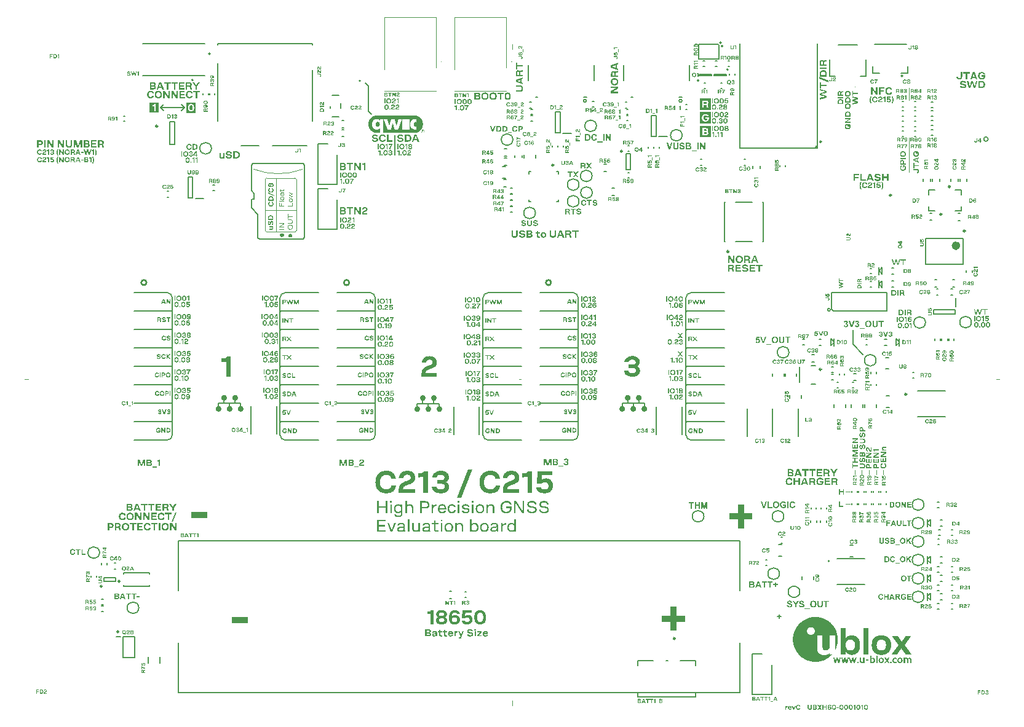
<source format=gto>
G04*
G04 #@! TF.GenerationSoftware,Altium Limited,Altium Designer,23.3.1 (30)*
G04*
G04 Layer_Color=65535*
%FSLAX43Y43*%
%MOMM*%
G71*
G04*
G04 #@! TF.SameCoordinates,D808C254-9F92-4D33-8E88-3B856B9356EB*
G04*
G04*
G04 #@! TF.FilePolarity,Positive*
G04*
G01*
G75*
%ADD10C,0.127*%
%ADD11C,0.250*%
%ADD12C,0.600*%
%ADD13C,0.200*%
%ADD14C,0.100*%
%ADD15C,0.254*%
%ADD16C,0.127*%
%ADD17C,0.152*%
%ADD18C,0.150*%
%ADD19C,0.381*%
G36*
X45939Y12140D02*
Y12114D01*
Y12087D01*
Y12061D01*
Y12035D01*
Y12009D01*
Y11982D01*
Y11956D01*
Y11930D01*
Y11904D01*
Y11877D01*
Y11851D01*
Y11825D01*
Y11799D01*
Y11772D01*
Y11746D01*
Y11720D01*
Y11694D01*
Y11667D01*
Y11641D01*
Y11615D01*
Y11589D01*
Y11562D01*
Y11536D01*
Y11510D01*
Y11484D01*
Y11457D01*
Y11431D01*
Y11405D01*
Y11379D01*
Y11352D01*
Y11326D01*
Y11300D01*
Y11274D01*
Y11248D01*
Y11221D01*
Y11195D01*
Y11169D01*
Y11143D01*
Y11116D01*
Y11090D01*
Y11064D01*
Y11038D01*
Y11011D01*
Y10985D01*
Y10959D01*
Y10933D01*
Y10906D01*
Y10880D01*
Y10854D01*
Y10828D01*
X45992D01*
Y10854D01*
Y10880D01*
X46018D01*
Y10906D01*
X46044D01*
Y10933D01*
X46070D01*
Y10959D01*
X46096D01*
Y10985D01*
X46149D01*
Y11011D01*
X46175D01*
Y11038D01*
X46201D01*
Y11064D01*
X46254D01*
Y11090D01*
X46306D01*
Y11116D01*
X46359D01*
Y11143D01*
X46438D01*
Y11169D01*
X46569D01*
Y11195D01*
X46963D01*
Y11169D01*
X47094D01*
Y11143D01*
X47173D01*
Y11116D01*
X47251D01*
Y11090D01*
X47304D01*
Y11064D01*
X47356D01*
Y11038D01*
X47382D01*
Y11011D01*
X47435D01*
Y10985D01*
X47461D01*
Y10959D01*
X47487D01*
Y10933D01*
X47514D01*
Y10906D01*
X47540D01*
Y10880D01*
X47566D01*
Y10854D01*
X47592D01*
Y10828D01*
X47619D01*
Y10801D01*
X47645D01*
Y10775D01*
X47671D01*
Y10749D01*
Y10723D01*
X47697D01*
Y10696D01*
Y10670D01*
X47724D01*
Y10644D01*
X47750D01*
Y10618D01*
Y10591D01*
Y10565D01*
X47776D01*
Y10539D01*
Y10513D01*
X47802D01*
Y10486D01*
Y10460D01*
Y10434D01*
X47829D01*
Y10408D01*
Y10381D01*
Y10355D01*
X47855D01*
Y10329D01*
Y10303D01*
Y10276D01*
Y10250D01*
Y10224D01*
X47881D01*
Y10198D01*
Y10171D01*
Y10145D01*
Y10119D01*
Y10093D01*
Y10066D01*
Y10040D01*
Y10014D01*
Y9988D01*
Y9962D01*
X47907D01*
Y9935D01*
X47881D01*
Y9909D01*
Y9883D01*
Y9857D01*
Y9830D01*
Y9804D01*
Y9778D01*
X47907D01*
Y9752D01*
X47881D01*
Y9725D01*
Y9699D01*
Y9673D01*
Y9647D01*
Y9620D01*
Y9594D01*
Y9568D01*
Y9542D01*
Y9515D01*
Y9489D01*
X47855D01*
Y9463D01*
Y9437D01*
Y9410D01*
Y9384D01*
Y9358D01*
X47829D01*
Y9332D01*
Y9305D01*
Y9279D01*
X47802D01*
Y9253D01*
Y9227D01*
Y9200D01*
X47776D01*
Y9174D01*
Y9148D01*
X47750D01*
Y9122D01*
Y9095D01*
X47724D01*
Y9069D01*
Y9043D01*
X47697D01*
Y9017D01*
Y8990D01*
X47671D01*
Y8964D01*
X47645D01*
Y8938D01*
Y8912D01*
X47619D01*
Y8885D01*
X47592D01*
Y8859D01*
X47566D01*
Y8833D01*
X47540D01*
Y8807D01*
X47514D01*
Y8780D01*
X47487D01*
Y8754D01*
X47461D01*
Y8728D01*
X47435D01*
Y8702D01*
X47382D01*
Y8676D01*
X47356D01*
Y8649D01*
X47304D01*
Y8623D01*
X47251D01*
Y8597D01*
X47173D01*
Y8571D01*
X47094D01*
Y8544D01*
X46963D01*
Y8518D01*
X46569D01*
Y8544D01*
X46438D01*
Y8571D01*
X46359D01*
Y8597D01*
X46306D01*
Y8623D01*
X46254D01*
Y8649D01*
X46201D01*
Y8676D01*
X46175D01*
Y8702D01*
X46123D01*
Y8728D01*
X46096D01*
Y8754D01*
X46070D01*
Y8780D01*
X46044D01*
Y8807D01*
X46018D01*
Y8833D01*
X45992D01*
Y8859D01*
X45965D01*
Y8885D01*
Y8912D01*
X45913D01*
Y8885D01*
Y8859D01*
Y8833D01*
Y8807D01*
Y8780D01*
Y8754D01*
Y8728D01*
Y8702D01*
Y8676D01*
Y8649D01*
Y8623D01*
Y8597D01*
Y8571D01*
X45257D01*
Y8597D01*
Y8623D01*
Y8649D01*
Y8676D01*
Y8702D01*
Y8728D01*
Y8754D01*
Y8780D01*
Y8807D01*
Y8833D01*
Y8859D01*
Y8885D01*
Y8912D01*
Y8938D01*
Y8964D01*
Y8990D01*
Y9017D01*
Y9043D01*
Y9069D01*
Y9095D01*
Y9122D01*
Y9148D01*
Y9174D01*
Y9200D01*
Y9227D01*
Y9253D01*
Y9279D01*
Y9305D01*
Y9332D01*
Y9358D01*
Y9384D01*
Y9410D01*
Y9437D01*
Y9463D01*
Y9489D01*
Y9515D01*
Y9542D01*
Y9568D01*
Y9594D01*
Y9620D01*
Y9647D01*
Y9673D01*
Y9699D01*
Y9725D01*
Y9752D01*
Y9778D01*
Y9804D01*
Y9830D01*
Y9857D01*
Y9883D01*
Y9909D01*
Y9935D01*
Y9962D01*
Y9988D01*
Y10014D01*
Y10040D01*
Y10066D01*
Y10093D01*
Y10119D01*
Y10145D01*
Y10171D01*
Y10198D01*
Y10224D01*
Y10250D01*
Y10276D01*
Y10303D01*
Y10329D01*
Y10355D01*
Y10381D01*
Y10408D01*
Y10434D01*
Y10460D01*
Y10486D01*
Y10513D01*
Y10539D01*
Y10565D01*
Y10591D01*
Y10618D01*
Y10644D01*
Y10670D01*
Y10696D01*
Y10723D01*
Y10749D01*
Y10775D01*
Y10801D01*
Y10828D01*
Y10854D01*
Y10880D01*
Y10906D01*
Y10933D01*
Y10959D01*
Y10985D01*
Y11011D01*
Y11038D01*
Y11064D01*
Y11090D01*
Y11116D01*
Y11143D01*
Y11169D01*
Y11195D01*
Y11221D01*
Y11248D01*
Y11274D01*
Y11300D01*
Y11326D01*
Y11352D01*
Y11379D01*
Y11405D01*
Y11431D01*
Y11457D01*
Y11484D01*
Y11510D01*
Y11536D01*
Y11562D01*
Y11589D01*
Y11615D01*
Y11641D01*
Y11667D01*
Y11694D01*
Y11720D01*
Y11746D01*
Y11772D01*
Y11799D01*
Y11825D01*
Y11851D01*
Y11877D01*
Y11904D01*
Y11930D01*
Y11956D01*
Y11982D01*
Y12009D01*
Y12035D01*
Y12061D01*
Y12087D01*
Y12114D01*
Y12140D01*
Y12166D01*
X45939D01*
Y12140D01*
D02*
G37*
G36*
X49036D02*
Y12114D01*
Y12087D01*
Y12061D01*
Y12035D01*
Y12009D01*
Y11982D01*
Y11956D01*
Y11930D01*
Y11904D01*
Y11877D01*
Y11851D01*
Y11825D01*
Y11799D01*
Y11772D01*
Y11746D01*
Y11720D01*
Y11694D01*
Y11667D01*
Y11641D01*
Y11615D01*
Y11589D01*
Y11562D01*
Y11536D01*
Y11510D01*
Y11484D01*
Y11457D01*
Y11431D01*
Y11405D01*
Y11379D01*
Y11352D01*
Y11326D01*
Y11300D01*
Y11274D01*
Y11248D01*
Y11221D01*
Y11195D01*
Y11169D01*
Y11143D01*
Y11116D01*
Y11090D01*
Y11064D01*
Y11038D01*
Y11011D01*
Y10985D01*
Y10959D01*
Y10933D01*
Y10906D01*
Y10880D01*
Y10854D01*
Y10828D01*
Y10801D01*
Y10775D01*
Y10749D01*
Y10723D01*
Y10696D01*
Y10670D01*
Y10644D01*
Y10618D01*
Y10591D01*
Y10565D01*
Y10539D01*
Y10513D01*
Y10486D01*
Y10460D01*
Y10434D01*
Y10408D01*
Y10381D01*
Y10355D01*
Y10329D01*
Y10303D01*
Y10276D01*
Y10250D01*
Y10224D01*
Y10198D01*
Y10171D01*
Y10145D01*
Y10119D01*
Y10093D01*
Y10066D01*
Y10040D01*
Y10014D01*
Y9988D01*
Y9962D01*
Y9935D01*
Y9909D01*
Y9883D01*
Y9857D01*
Y9830D01*
Y9804D01*
Y9778D01*
Y9752D01*
Y9725D01*
Y9699D01*
Y9673D01*
Y9647D01*
Y9620D01*
Y9594D01*
Y9568D01*
Y9542D01*
Y9515D01*
Y9489D01*
Y9463D01*
Y9437D01*
Y9410D01*
Y9384D01*
Y9358D01*
Y9332D01*
Y9305D01*
Y9279D01*
Y9253D01*
Y9227D01*
Y9200D01*
Y9174D01*
Y9148D01*
Y9122D01*
Y9095D01*
Y9069D01*
Y9043D01*
Y9017D01*
Y8990D01*
Y8964D01*
Y8938D01*
Y8912D01*
Y8885D01*
Y8859D01*
Y8833D01*
Y8807D01*
Y8780D01*
Y8754D01*
Y8728D01*
Y8702D01*
Y8676D01*
Y8649D01*
Y8623D01*
Y8597D01*
Y8571D01*
X48380D01*
Y8597D01*
Y8623D01*
Y8649D01*
Y8676D01*
Y8702D01*
Y8728D01*
Y8754D01*
Y8780D01*
Y8807D01*
Y8833D01*
Y8859D01*
Y8885D01*
Y8912D01*
Y8938D01*
Y8964D01*
Y8990D01*
Y9017D01*
Y9043D01*
Y9069D01*
Y9095D01*
Y9122D01*
Y9148D01*
Y9174D01*
Y9200D01*
Y9227D01*
Y9253D01*
Y9279D01*
Y9305D01*
Y9332D01*
Y9358D01*
Y9384D01*
Y9410D01*
Y9437D01*
Y9463D01*
Y9489D01*
Y9515D01*
Y9542D01*
Y9568D01*
Y9594D01*
Y9620D01*
Y9647D01*
Y9673D01*
Y9699D01*
Y9725D01*
Y9752D01*
Y9778D01*
Y9804D01*
Y9830D01*
Y9857D01*
Y9883D01*
Y9909D01*
Y9935D01*
Y9962D01*
Y9988D01*
Y10014D01*
Y10040D01*
Y10066D01*
Y10093D01*
Y10119D01*
Y10145D01*
Y10171D01*
Y10198D01*
Y10224D01*
Y10250D01*
Y10276D01*
Y10303D01*
Y10329D01*
Y10355D01*
Y10381D01*
Y10408D01*
Y10434D01*
Y10460D01*
Y10486D01*
Y10513D01*
Y10539D01*
Y10565D01*
Y10591D01*
Y10618D01*
Y10644D01*
Y10670D01*
Y10696D01*
Y10723D01*
Y10749D01*
Y10775D01*
Y10801D01*
Y10828D01*
Y10854D01*
Y10880D01*
Y10906D01*
Y10933D01*
Y10959D01*
Y10985D01*
Y11011D01*
Y11038D01*
Y11064D01*
Y11090D01*
Y11116D01*
Y11143D01*
Y11169D01*
Y11195D01*
Y11221D01*
Y11248D01*
Y11274D01*
Y11300D01*
Y11326D01*
Y11352D01*
Y11379D01*
Y11405D01*
Y11431D01*
Y11457D01*
Y11484D01*
Y11510D01*
Y11536D01*
Y11562D01*
Y11589D01*
Y11615D01*
Y11641D01*
Y11667D01*
Y11694D01*
Y11720D01*
Y11746D01*
Y11772D01*
Y11799D01*
Y11825D01*
Y11851D01*
Y11877D01*
Y11904D01*
Y11930D01*
Y11956D01*
Y11982D01*
Y12009D01*
Y12035D01*
Y12061D01*
Y12087D01*
Y12114D01*
Y12140D01*
Y12166D01*
X49036D01*
Y12140D01*
D02*
G37*
G36*
X51057Y11169D02*
X51214D01*
Y11143D01*
X51319D01*
Y11116D01*
X51398D01*
Y11090D01*
X51450D01*
Y11064D01*
X51529D01*
Y11038D01*
X51582D01*
Y11011D01*
X51608D01*
Y10985D01*
X51660D01*
Y10959D01*
X51687D01*
Y10933D01*
X51713D01*
Y10906D01*
X51765D01*
Y10880D01*
X51792D01*
Y10854D01*
X51818D01*
Y10828D01*
X51844D01*
Y10801D01*
X51870D01*
Y10775D01*
X51897D01*
Y10749D01*
Y10723D01*
X51923D01*
Y10696D01*
X51949D01*
Y10670D01*
Y10644D01*
X51975D01*
Y10618D01*
X52002D01*
Y10591D01*
Y10565D01*
X52028D01*
Y10539D01*
Y10513D01*
X52054D01*
Y10486D01*
Y10460D01*
Y10434D01*
X52080D01*
Y10408D01*
Y10381D01*
Y10355D01*
X52107D01*
Y10329D01*
Y10303D01*
Y10276D01*
Y10250D01*
X52133D01*
Y10224D01*
Y10198D01*
Y10171D01*
Y10145D01*
Y10119D01*
Y10093D01*
Y10066D01*
X52159D01*
Y10040D01*
Y10014D01*
Y9988D01*
Y9962D01*
Y9935D01*
Y9909D01*
Y9883D01*
Y9857D01*
Y9830D01*
Y9804D01*
Y9778D01*
Y9752D01*
Y9725D01*
Y9699D01*
Y9673D01*
Y9647D01*
X52133D01*
Y9620D01*
Y9594D01*
Y9568D01*
Y9542D01*
Y9515D01*
Y9489D01*
Y9463D01*
X52107D01*
Y9437D01*
Y9410D01*
Y9384D01*
Y9358D01*
X52080D01*
Y9332D01*
Y9305D01*
Y9279D01*
X52054D01*
Y9253D01*
Y9227D01*
X52028D01*
Y9200D01*
Y9174D01*
Y9148D01*
X52002D01*
Y9122D01*
Y9095D01*
X51975D01*
Y9069D01*
X51949D01*
Y9043D01*
Y9017D01*
X51923D01*
Y8990D01*
X51897D01*
Y8964D01*
Y8938D01*
X51870D01*
Y8912D01*
X51844D01*
Y8885D01*
X51818D01*
Y8859D01*
X51792D01*
Y8833D01*
X51765D01*
Y8807D01*
X51713D01*
Y8780D01*
X51687D01*
Y8754D01*
X51660D01*
Y8728D01*
X51608D01*
Y8702D01*
X51555D01*
Y8676D01*
X51529D01*
Y8649D01*
X51450D01*
Y8623D01*
X51398D01*
Y8597D01*
X51319D01*
Y8571D01*
X51214D01*
Y8544D01*
X51057D01*
Y8518D01*
X50584D01*
Y8544D01*
X50427D01*
Y8571D01*
X50322D01*
Y8597D01*
X50243D01*
Y8623D01*
X50191D01*
Y8649D01*
X50112D01*
Y8676D01*
X50086D01*
Y8702D01*
X50033D01*
Y8728D01*
X49981D01*
Y8754D01*
X49954D01*
Y8780D01*
X49928D01*
Y8807D01*
X49876D01*
Y8833D01*
X49849D01*
Y8859D01*
X49823D01*
Y8885D01*
X49797D01*
Y8912D01*
X49771D01*
Y8938D01*
Y8964D01*
X49745D01*
Y8990D01*
X49718D01*
Y9017D01*
X49692D01*
Y9043D01*
Y9069D01*
X49666D01*
Y9095D01*
X49640D01*
Y9122D01*
Y9148D01*
X49613D01*
Y9174D01*
Y9200D01*
Y9227D01*
X49587D01*
Y9253D01*
Y9279D01*
X49561D01*
Y9305D01*
Y9332D01*
Y9358D01*
X49535D01*
Y9384D01*
Y9410D01*
Y9437D01*
Y9463D01*
Y9489D01*
X49508D01*
Y9515D01*
Y9542D01*
Y9568D01*
Y9594D01*
Y9620D01*
Y9647D01*
Y9673D01*
Y9699D01*
X49482D01*
Y9725D01*
Y9752D01*
Y9778D01*
Y9804D01*
Y9830D01*
Y9857D01*
Y9883D01*
Y9909D01*
Y9935D01*
Y9962D01*
Y9988D01*
Y10014D01*
Y10040D01*
X49508D01*
Y10066D01*
Y10093D01*
Y10119D01*
Y10145D01*
Y10171D01*
Y10198D01*
Y10224D01*
X49535D01*
Y10250D01*
Y10276D01*
Y10303D01*
Y10329D01*
Y10355D01*
X49561D01*
Y10381D01*
Y10408D01*
Y10434D01*
X49587D01*
Y10460D01*
Y10486D01*
Y10513D01*
X49613D01*
Y10539D01*
Y10565D01*
X49640D01*
Y10591D01*
Y10618D01*
X49666D01*
Y10644D01*
X49692D01*
Y10670D01*
Y10696D01*
X49718D01*
Y10723D01*
X49745D01*
Y10749D01*
Y10775D01*
X49771D01*
Y10801D01*
X49797D01*
Y10828D01*
X49823D01*
Y10854D01*
X49849D01*
Y10880D01*
X49876D01*
Y10906D01*
X49928D01*
Y10933D01*
X49954D01*
Y10959D01*
X49981D01*
Y10985D01*
X50033D01*
Y11011D01*
X50086D01*
Y11038D01*
X50112D01*
Y11064D01*
X50191D01*
Y11090D01*
X50243D01*
Y11116D01*
X50322D01*
Y11143D01*
X50427D01*
Y11169D01*
X50584D01*
Y11195D01*
X51057D01*
Y11169D01*
D02*
G37*
G36*
X54967Y11116D02*
X54941D01*
Y11090D01*
X54915D01*
Y11064D01*
X54889D01*
Y11038D01*
X54862D01*
Y11011D01*
Y10985D01*
X54836D01*
Y10959D01*
X54810D01*
Y10933D01*
Y10906D01*
X54784D01*
Y10880D01*
X54757D01*
Y10854D01*
X54731D01*
Y10828D01*
Y10801D01*
X54705D01*
Y10775D01*
X54679D01*
Y10749D01*
X54652D01*
Y10723D01*
Y10696D01*
X54626D01*
Y10670D01*
X54600D01*
Y10644D01*
Y10618D01*
X54574D01*
Y10591D01*
X54547D01*
Y10565D01*
X54521D01*
Y10539D01*
Y10513D01*
X54495D01*
Y10486D01*
X54469D01*
Y10460D01*
X54442D01*
Y10434D01*
Y10408D01*
X54416D01*
Y10381D01*
X54390D01*
Y10355D01*
Y10329D01*
X54364D01*
Y10303D01*
X54337D01*
Y10276D01*
X54311D01*
Y10250D01*
Y10224D01*
X54285D01*
Y10198D01*
X54259D01*
Y10171D01*
X54232D01*
Y10145D01*
Y10119D01*
X54206D01*
Y10093D01*
X54180D01*
Y10066D01*
Y10040D01*
X54154D01*
Y10014D01*
X54127D01*
Y9988D01*
X54101D01*
Y9962D01*
Y9935D01*
X54075D01*
Y9909D01*
X54049D01*
Y9883D01*
Y9857D01*
Y9830D01*
X54075D01*
Y9804D01*
X54101D01*
Y9778D01*
Y9752D01*
X54127D01*
Y9725D01*
X54154D01*
Y9699D01*
X54180D01*
Y9673D01*
Y9647D01*
X54206D01*
Y9620D01*
X54232D01*
Y9594D01*
X54259D01*
Y9568D01*
Y9542D01*
X54285D01*
Y9515D01*
X54311D01*
Y9489D01*
Y9463D01*
X54337D01*
Y9437D01*
X54364D01*
Y9410D01*
X54390D01*
Y9384D01*
Y9358D01*
X54416D01*
Y9332D01*
X54442D01*
Y9305D01*
X54469D01*
Y9279D01*
Y9253D01*
X54495D01*
Y9227D01*
X54521D01*
Y9200D01*
X54547D01*
Y9174D01*
Y9148D01*
X54574D01*
Y9122D01*
X54600D01*
Y9095D01*
X54626D01*
Y9069D01*
Y9043D01*
X54652D01*
Y9017D01*
X54679D01*
Y8990D01*
Y8964D01*
X54705D01*
Y8938D01*
X54731D01*
Y8912D01*
X54757D01*
Y8885D01*
Y8859D01*
X54784D01*
Y8833D01*
X54810D01*
Y8807D01*
X54836D01*
Y8780D01*
Y8754D01*
X54862D01*
Y8728D01*
X54889D01*
Y8702D01*
X54915D01*
Y8676D01*
Y8649D01*
X54941D01*
Y8623D01*
X54967D01*
Y8597D01*
X54993D01*
Y8571D01*
X54154D01*
Y8597D01*
Y8623D01*
X54127D01*
Y8649D01*
X54101D01*
Y8676D01*
Y8702D01*
X54075D01*
Y8728D01*
X54049D01*
Y8754D01*
X54022D01*
Y8780D01*
Y8807D01*
X53996D01*
Y8833D01*
X53970D01*
Y8859D01*
X53944D01*
Y8885D01*
Y8912D01*
X53917D01*
Y8938D01*
X53891D01*
Y8964D01*
Y8990D01*
X53865D01*
Y9017D01*
X53839D01*
Y9043D01*
X53812D01*
Y9069D01*
Y9095D01*
X53786D01*
Y9122D01*
X53760D01*
Y9148D01*
X53734D01*
Y9174D01*
Y9200D01*
X53707D01*
Y9227D01*
X53681D01*
Y9253D01*
Y9279D01*
X53655D01*
Y9305D01*
X53629D01*
Y9332D01*
X53603D01*
Y9358D01*
Y9384D01*
X53550D01*
Y9358D01*
X53524D01*
Y9332D01*
Y9305D01*
X53498D01*
Y9279D01*
X53471D01*
Y9253D01*
Y9227D01*
X53445D01*
Y9200D01*
X53419D01*
Y9174D01*
X53393D01*
Y9148D01*
Y9122D01*
X53366D01*
Y9095D01*
X53340D01*
Y9069D01*
Y9043D01*
X53314D01*
Y9017D01*
X53288D01*
Y8990D01*
X53261D01*
Y8964D01*
Y8938D01*
X53235D01*
Y8912D01*
X53209D01*
Y8885D01*
Y8859D01*
X53183D01*
Y8833D01*
X53156D01*
Y8807D01*
X53130D01*
Y8780D01*
Y8754D01*
X53104D01*
Y8728D01*
X53078D01*
Y8702D01*
Y8676D01*
X53051D01*
Y8649D01*
X53025D01*
Y8623D01*
X52999D01*
Y8597D01*
Y8571D01*
X52238D01*
Y8597D01*
X52264D01*
Y8623D01*
Y8649D01*
X52290D01*
Y8676D01*
X52317D01*
Y8702D01*
X52343D01*
Y8728D01*
Y8754D01*
X52369D01*
Y8780D01*
X52395D01*
Y8807D01*
X52422D01*
Y8833D01*
Y8859D01*
X52448D01*
Y8885D01*
X52474D01*
Y8912D01*
X52500D01*
Y8938D01*
Y8964D01*
X52526D01*
Y8990D01*
X52553D01*
Y9017D01*
X52579D01*
Y9043D01*
Y9069D01*
X52605D01*
Y9095D01*
X52631D01*
Y9122D01*
Y9148D01*
X52658D01*
Y9174D01*
X52684D01*
Y9200D01*
X52710D01*
Y9227D01*
Y9253D01*
X52736D01*
Y9279D01*
X52763D01*
Y9305D01*
X52789D01*
Y9332D01*
Y9358D01*
X52815D01*
Y9384D01*
X52841D01*
Y9410D01*
X52868D01*
Y9437D01*
Y9463D01*
X52894D01*
Y9489D01*
X52920D01*
Y9515D01*
X52946D01*
Y9542D01*
Y9568D01*
X52973D01*
Y9594D01*
X52999D01*
Y9620D01*
X53025D01*
Y9647D01*
Y9673D01*
X53051D01*
Y9699D01*
X53078D01*
Y9725D01*
Y9752D01*
X53104D01*
Y9778D01*
X53130D01*
Y9804D01*
X53156D01*
Y9830D01*
X53183D01*
Y9857D01*
Y9883D01*
X53156D01*
Y9909D01*
X53130D01*
Y9935D01*
Y9962D01*
X53104D01*
Y9988D01*
X53078D01*
Y10014D01*
Y10040D01*
X53051D01*
Y10066D01*
X53025D01*
Y10093D01*
X52999D01*
Y10119D01*
Y10145D01*
X52973D01*
Y10171D01*
X52946D01*
Y10198D01*
X52920D01*
Y10224D01*
Y10250D01*
X52894D01*
Y10276D01*
X52868D01*
Y10303D01*
Y10329D01*
X52841D01*
Y10355D01*
X52815D01*
Y10381D01*
X52789D01*
Y10408D01*
Y10434D01*
X52763D01*
Y10460D01*
X52736D01*
Y10486D01*
X52710D01*
Y10513D01*
Y10539D01*
X52684D01*
Y10565D01*
X52658D01*
Y10591D01*
Y10618D01*
X52631D01*
Y10644D01*
X52605D01*
Y10670D01*
X52579D01*
Y10696D01*
Y10723D01*
X52553D01*
Y10749D01*
X52526D01*
Y10775D01*
Y10801D01*
X52500D01*
Y10828D01*
X52474D01*
Y10854D01*
X52448D01*
Y10880D01*
Y10906D01*
X52422D01*
Y10933D01*
X52395D01*
Y10959D01*
X52369D01*
Y10985D01*
Y11011D01*
X52343D01*
Y11038D01*
X52317D01*
Y11064D01*
Y11090D01*
X52290D01*
Y11116D01*
X52264D01*
Y11143D01*
X53078D01*
Y11116D01*
X53104D01*
Y11090D01*
Y11064D01*
X53130D01*
Y11038D01*
X53156D01*
Y11011D01*
Y10985D01*
X53183D01*
Y10959D01*
X53209D01*
Y10933D01*
X53235D01*
Y10906D01*
Y10880D01*
X53261D01*
Y10854D01*
X53288D01*
Y10828D01*
Y10801D01*
X53314D01*
Y10775D01*
X53340D01*
Y10749D01*
X53366D01*
Y10723D01*
Y10696D01*
X53393D01*
Y10670D01*
X53419D01*
Y10644D01*
Y10618D01*
X53445D01*
Y10591D01*
X53471D01*
Y10565D01*
Y10539D01*
X53498D01*
Y10513D01*
X53524D01*
Y10486D01*
X53550D01*
Y10460D01*
Y10434D01*
X53576D01*
Y10408D01*
X53603D01*
Y10381D01*
Y10355D01*
X53655D01*
Y10381D01*
X53681D01*
Y10408D01*
X53707D01*
Y10434D01*
X53734D01*
Y10460D01*
Y10486D01*
X53760D01*
Y10513D01*
X53786D01*
Y10539D01*
Y10565D01*
X53812D01*
Y10591D01*
X53839D01*
Y10618D01*
Y10644D01*
X53865D01*
Y10670D01*
X53891D01*
Y10696D01*
X53917D01*
Y10723D01*
Y10749D01*
X53944D01*
Y10775D01*
X53970D01*
Y10801D01*
Y10828D01*
X53996D01*
Y10854D01*
X54022D01*
Y10880D01*
X54049D01*
Y10906D01*
Y10933D01*
X54075D01*
Y10959D01*
X54101D01*
Y10985D01*
Y11011D01*
X54127D01*
Y11038D01*
X54154D01*
Y11064D01*
X54180D01*
Y11090D01*
Y11116D01*
X54206D01*
Y11143D01*
X54967D01*
Y11116D01*
D02*
G37*
G36*
X-18458Y81936D02*
X-18422D01*
Y81926D01*
X-18404D01*
Y81917D01*
X-18376D01*
Y81908D01*
X-18358D01*
Y81899D01*
X-18349D01*
Y81890D01*
X-18339D01*
Y81881D01*
X-18321D01*
Y81871D01*
X-18312D01*
Y81862D01*
X-18303D01*
Y81853D01*
Y81844D01*
X-18294D01*
Y81835D01*
X-18284D01*
Y81826D01*
X-18275D01*
Y81816D01*
Y81807D01*
X-18266D01*
Y81798D01*
Y81789D01*
X-18257D01*
Y81780D01*
Y81771D01*
X-18248D01*
Y81761D01*
Y81752D01*
Y81743D01*
X-18239D01*
Y81734D01*
Y81725D01*
Y81716D01*
X-18229D01*
Y81706D01*
Y81697D01*
Y81688D01*
Y81679D01*
Y81670D01*
Y81661D01*
Y81651D01*
X-18220D01*
Y81642D01*
Y81633D01*
Y81624D01*
Y81615D01*
Y81606D01*
Y81596D01*
Y81587D01*
Y81578D01*
Y81569D01*
Y81560D01*
Y81551D01*
X-18229D01*
Y81542D01*
Y81532D01*
Y81523D01*
Y81514D01*
Y81505D01*
Y81496D01*
X-18239D01*
Y81487D01*
Y81477D01*
Y81468D01*
X-18248D01*
Y81459D01*
Y81450D01*
Y81441D01*
X-18257D01*
Y81432D01*
Y81422D01*
X-18266D01*
Y81413D01*
Y81404D01*
X-18275D01*
Y81395D01*
Y81386D01*
X-18284D01*
Y81377D01*
Y81367D01*
X-18294D01*
Y81358D01*
X-18303D01*
Y81349D01*
X-18312D01*
Y81340D01*
X-18321D01*
Y81331D01*
X-18330D01*
Y81322D01*
X-18339D01*
Y81312D01*
X-18358D01*
Y81303D01*
X-18376D01*
Y81294D01*
X-18394D01*
Y81285D01*
X-18413D01*
Y81276D01*
X-18449D01*
Y81267D01*
X-18578D01*
Y81276D01*
X-18614D01*
Y81285D01*
X-18633D01*
Y81294D01*
X-18651D01*
Y81303D01*
X-18669D01*
Y81312D01*
X-18688D01*
Y81322D01*
X-18697D01*
Y81331D01*
X-18706D01*
Y81340D01*
X-18715D01*
Y81349D01*
X-18724D01*
Y81358D01*
X-18733D01*
Y81367D01*
Y81377D01*
X-18743D01*
Y81386D01*
X-18752D01*
Y81395D01*
X-18761D01*
Y81404D01*
Y81413D01*
Y81422D01*
X-18770D01*
Y81432D01*
Y81441D01*
X-18779D01*
Y81450D01*
Y81459D01*
X-18788D01*
Y81468D01*
Y81477D01*
Y81487D01*
Y81496D01*
X-18798D01*
Y81505D01*
Y81514D01*
Y81523D01*
Y81532D01*
Y81542D01*
Y81551D01*
Y81560D01*
Y81569D01*
X-18807D01*
Y81578D01*
Y81587D01*
Y81596D01*
Y81606D01*
Y81615D01*
Y81624D01*
Y81633D01*
X-18798D01*
Y81642D01*
Y81651D01*
Y81661D01*
Y81670D01*
Y81679D01*
Y81688D01*
Y81697D01*
Y81706D01*
Y81716D01*
X-18788D01*
Y81725D01*
Y81734D01*
Y81743D01*
X-18779D01*
Y81752D01*
Y81761D01*
Y81771D01*
X-18770D01*
Y81780D01*
Y81789D01*
X-18761D01*
Y81798D01*
Y81807D01*
X-18752D01*
Y81816D01*
X-18743D01*
Y81826D01*
Y81835D01*
X-18733D01*
Y81844D01*
X-18724D01*
Y81853D01*
X-18715D01*
Y81862D01*
X-18706D01*
Y81871D01*
X-18697D01*
Y81881D01*
X-18688D01*
Y81890D01*
X-18678D01*
Y81899D01*
X-18660D01*
Y81908D01*
X-18651D01*
Y81917D01*
X-18623D01*
Y81926D01*
X-18605D01*
Y81936D01*
X-18559D01*
Y81945D01*
X-18458D01*
Y81936D01*
D02*
G37*
G36*
X-12300Y80854D02*
X-12254D01*
Y80845D01*
X-12227D01*
Y80836D01*
X-12208D01*
Y80827D01*
X-12199D01*
Y80818D01*
X-12181D01*
Y80808D01*
X-12172D01*
Y80799D01*
X-12163D01*
Y80790D01*
X-12153D01*
Y80781D01*
X-12144D01*
Y80772D01*
Y80763D01*
X-12135D01*
Y80753D01*
Y80744D01*
X-12126D01*
Y80735D01*
X-12117D01*
Y80726D01*
Y80717D01*
Y80708D01*
X-12108D01*
Y80698D01*
Y80689D01*
Y80680D01*
Y80671D01*
Y80662D01*
Y80653D01*
Y80643D01*
Y80634D01*
Y80625D01*
Y80616D01*
Y80607D01*
Y80598D01*
Y80588D01*
Y80579D01*
X-12117D01*
Y80570D01*
Y80561D01*
Y80552D01*
X-12126D01*
Y80543D01*
Y80533D01*
X-12135D01*
Y80524D01*
Y80515D01*
X-12144D01*
Y80506D01*
X-12153D01*
Y80497D01*
X-12163D01*
Y80488D01*
Y80478D01*
X-12172D01*
Y80469D01*
X-12190D01*
Y80460D01*
X-12199D01*
Y80451D01*
X-12218D01*
Y80442D01*
X-12236D01*
Y80433D01*
X-12263D01*
Y80423D01*
X-12309D01*
Y80414D01*
X-12346D01*
Y80423D01*
X-12382D01*
Y80433D01*
X-12419D01*
Y80442D01*
X-12428D01*
Y80451D01*
X-12447D01*
Y80460D01*
X-12465D01*
Y80469D01*
X-12474D01*
Y80478D01*
X-12483D01*
Y80488D01*
X-12492D01*
Y80497D01*
Y80506D01*
X-12502D01*
Y80515D01*
X-12511D01*
Y80524D01*
Y80533D01*
X-12520D01*
Y80543D01*
Y80552D01*
X-12529D01*
Y80561D01*
Y80570D01*
Y80579D01*
X-12538D01*
Y80588D01*
Y80598D01*
Y80607D01*
Y80616D01*
Y80625D01*
Y80634D01*
Y80643D01*
Y80653D01*
Y80662D01*
Y80671D01*
Y80680D01*
Y80689D01*
Y80698D01*
X-12529D01*
Y80708D01*
Y80717D01*
Y80726D01*
X-12520D01*
Y80735D01*
Y80744D01*
X-12511D01*
Y80753D01*
Y80763D01*
X-12502D01*
Y80772D01*
X-12492D01*
Y80781D01*
Y80790D01*
X-12483D01*
Y80799D01*
X-12474D01*
Y80808D01*
X-12465D01*
Y80818D01*
X-12447D01*
Y80827D01*
X-12437D01*
Y80836D01*
X-12419D01*
Y80845D01*
X-12392D01*
Y80854D01*
X-12346D01*
Y80863D01*
X-12300D01*
Y80854D01*
D02*
G37*
G36*
X-13409Y82825D02*
X-13317D01*
Y82815D01*
X-13253D01*
Y82806D01*
X-13216D01*
Y82797D01*
X-13180D01*
Y82788D01*
X-13143D01*
Y82779D01*
X-13116D01*
Y82770D01*
X-13088D01*
Y82760D01*
X-13061D01*
Y82751D01*
X-13042D01*
Y82742D01*
X-13015D01*
Y82733D01*
X-12996D01*
Y82724D01*
X-12978D01*
Y82715D01*
X-12960D01*
Y82705D01*
X-12941D01*
Y82696D01*
X-12923D01*
Y82687D01*
X-12905D01*
Y82678D01*
X-12887D01*
Y82669D01*
X-12868D01*
Y82660D01*
X-12859D01*
Y82650D01*
X-12841D01*
Y82641D01*
X-12832D01*
Y82632D01*
X-12813D01*
Y82623D01*
X-12804D01*
Y82614D01*
X-12786D01*
Y82605D01*
X-12777D01*
Y82595D01*
X-12758D01*
Y82586D01*
X-12749D01*
Y82577D01*
X-12740D01*
Y82568D01*
X-12731D01*
Y82559D01*
X-12712D01*
Y82550D01*
X-12703D01*
Y82540D01*
X-12694D01*
Y82531D01*
X-12685D01*
Y82522D01*
X-12676D01*
Y82513D01*
X-12667D01*
Y82504D01*
X-12657D01*
Y82495D01*
X-12648D01*
Y82485D01*
X-12639D01*
Y82476D01*
X-12630D01*
Y82467D01*
X-12612D01*
Y82458D01*
Y82449D01*
X-12602D01*
Y82440D01*
X-12593D01*
Y82430D01*
X-12584D01*
Y82421D01*
X-12575D01*
Y82412D01*
X-12566D01*
Y82403D01*
X-12557D01*
Y82394D01*
Y82385D01*
X-12547D01*
Y82375D01*
X-12538D01*
Y82366D01*
X-12529D01*
Y82357D01*
Y82348D01*
X-12520D01*
Y82339D01*
X-12511D01*
Y82330D01*
X-12502D01*
Y82320D01*
Y82311D01*
X-12492D01*
Y82302D01*
X-12483D01*
Y82293D01*
X-12474D01*
Y82284D01*
Y82275D01*
X-12465D01*
Y82266D01*
Y82256D01*
X-12456D01*
Y82247D01*
X-12447D01*
Y82238D01*
Y82229D01*
X-12437D01*
Y82220D01*
Y82211D01*
X-12428D01*
Y82201D01*
Y82192D01*
X-12419D01*
Y82183D01*
Y82174D01*
X-12410D01*
Y82165D01*
X-12401D01*
Y82156D01*
Y82146D01*
Y82137D01*
X-12392D01*
Y82128D01*
Y82119D01*
X-12382D01*
Y82110D01*
Y82101D01*
X-12373D01*
Y82091D01*
Y82082D01*
X-12364D01*
Y82073D01*
Y82064D01*
Y82055D01*
X-12355D01*
Y82046D01*
Y82036D01*
Y82027D01*
X-12346D01*
Y82018D01*
Y82009D01*
Y82000D01*
X-12337D01*
Y81991D01*
Y81981D01*
Y81972D01*
X-12327D01*
Y81963D01*
Y81954D01*
Y81945D01*
Y81936D01*
Y81926D01*
X-12318D01*
Y81917D01*
Y81908D01*
Y81899D01*
X-12309D01*
Y81890D01*
Y81881D01*
Y81871D01*
Y81862D01*
Y81853D01*
X-12300D01*
Y81844D01*
Y81835D01*
Y81826D01*
Y81816D01*
Y81807D01*
Y81798D01*
Y81789D01*
X-12291D01*
Y81780D01*
Y81771D01*
Y81761D01*
Y81752D01*
Y81743D01*
Y81734D01*
Y81725D01*
X-12282D01*
Y81716D01*
Y81706D01*
Y81697D01*
Y81688D01*
Y81679D01*
Y81670D01*
Y81661D01*
Y81651D01*
Y81642D01*
Y81633D01*
Y81624D01*
Y81615D01*
Y81606D01*
Y81596D01*
Y81587D01*
Y81578D01*
Y81569D01*
X-12273D01*
Y81560D01*
X-12282D01*
Y81551D01*
Y81542D01*
Y81532D01*
Y81523D01*
Y81514D01*
X-12291D01*
Y81505D01*
Y81496D01*
Y81487D01*
Y81477D01*
Y81468D01*
Y81459D01*
Y81450D01*
X-12300D01*
Y81441D01*
Y81432D01*
Y81422D01*
Y81413D01*
Y81404D01*
Y81395D01*
X-12309D01*
Y81386D01*
Y81377D01*
Y81367D01*
Y81358D01*
Y81349D01*
Y81340D01*
X-12318D01*
Y81331D01*
Y81322D01*
Y81312D01*
X-12327D01*
Y81303D01*
Y81294D01*
Y81285D01*
Y81276D01*
X-12337D01*
Y81267D01*
Y81257D01*
Y81248D01*
X-12346D01*
Y81239D01*
Y81230D01*
Y81221D01*
X-12355D01*
Y81212D01*
Y81202D01*
Y81193D01*
X-12364D01*
Y81184D01*
Y81175D01*
Y81166D01*
X-12373D01*
Y81157D01*
Y81147D01*
X-12382D01*
Y81138D01*
Y81129D01*
X-12392D01*
Y81120D01*
Y81111D01*
Y81102D01*
X-12401D01*
Y81092D01*
Y81083D01*
X-12410D01*
Y81074D01*
Y81065D01*
X-12419D01*
Y81056D01*
Y81047D01*
X-12428D01*
Y81037D01*
Y81028D01*
X-12437D01*
Y81019D01*
X-12447D01*
Y81010D01*
Y81001D01*
X-12456D01*
Y80992D01*
Y80982D01*
X-12465D01*
Y80973D01*
X-12474D01*
Y80964D01*
Y80955D01*
X-12483D01*
Y80946D01*
X-12492D01*
Y80937D01*
Y80927D01*
X-12502D01*
Y80918D01*
X-12511D01*
Y80909D01*
Y80900D01*
X-12520D01*
Y80891D01*
X-12529D01*
Y80882D01*
X-12538D01*
Y80873D01*
X-12547D01*
Y80863D01*
Y80854D01*
X-12557D01*
Y80845D01*
X-12566D01*
Y80836D01*
X-12575D01*
Y80827D01*
X-12584D01*
Y80818D01*
X-12593D01*
Y80808D01*
Y80799D01*
X-12602D01*
Y80790D01*
X-12612D01*
Y80781D01*
X-12621D01*
Y80772D01*
X-12630D01*
Y80763D01*
X-12639D01*
Y80753D01*
X-12648D01*
Y80744D01*
X-12657D01*
Y80735D01*
X-12667D01*
Y80726D01*
X-12685D01*
Y80717D01*
X-12694D01*
Y80708D01*
X-12703D01*
Y80698D01*
X-12712D01*
Y80689D01*
X-12722D01*
Y80680D01*
X-12740D01*
Y80671D01*
X-12749D01*
Y80662D01*
X-12758D01*
Y80653D01*
X-12767D01*
Y80643D01*
X-12786D01*
Y80634D01*
X-12795D01*
Y80625D01*
X-12813D01*
Y80616D01*
X-12822D01*
Y80607D01*
X-12841D01*
Y80598D01*
X-12850D01*
Y80588D01*
X-12868D01*
Y80579D01*
X-12887D01*
Y80570D01*
X-12905D01*
Y80561D01*
X-12914D01*
Y80552D01*
X-12932D01*
Y80543D01*
X-12951D01*
Y80533D01*
X-12969D01*
Y80524D01*
X-12987D01*
Y80515D01*
X-13015D01*
Y80506D01*
X-13033D01*
Y80497D01*
X-13061D01*
Y80488D01*
X-13079D01*
Y80478D01*
X-13106D01*
Y80469D01*
X-13134D01*
Y80460D01*
X-13171D01*
Y80451D01*
X-13198D01*
Y80442D01*
X-13244D01*
Y80433D01*
X-13299D01*
Y80423D01*
X-13354D01*
Y80414D01*
X-17735D01*
Y80423D01*
Y80433D01*
Y80442D01*
Y80451D01*
Y80460D01*
Y80469D01*
Y80478D01*
Y80488D01*
Y80497D01*
Y80506D01*
Y80515D01*
Y80524D01*
Y80533D01*
Y80543D01*
Y80552D01*
Y80561D01*
Y80570D01*
Y80579D01*
Y80588D01*
Y80598D01*
Y80607D01*
Y80616D01*
Y80625D01*
Y80634D01*
Y80643D01*
Y80653D01*
Y80662D01*
Y80671D01*
Y80680D01*
Y80689D01*
Y80698D01*
Y80708D01*
Y80717D01*
Y80726D01*
Y80735D01*
Y80744D01*
Y80753D01*
Y80763D01*
Y80772D01*
Y80781D01*
Y80790D01*
Y80799D01*
Y80808D01*
Y80818D01*
Y80827D01*
Y80836D01*
Y80845D01*
Y80854D01*
Y80863D01*
Y80873D01*
Y80882D01*
Y80891D01*
Y80900D01*
Y80909D01*
Y80918D01*
Y80927D01*
Y80937D01*
Y80946D01*
Y80955D01*
Y80964D01*
Y80973D01*
Y80982D01*
Y80992D01*
Y81001D01*
Y81010D01*
Y81019D01*
Y81028D01*
Y81037D01*
Y81047D01*
Y81056D01*
Y81065D01*
Y81074D01*
Y81083D01*
Y81092D01*
Y81102D01*
Y81111D01*
Y81120D01*
Y81129D01*
Y81138D01*
Y81147D01*
Y81157D01*
Y81166D01*
Y81175D01*
Y81184D01*
Y81193D01*
Y81202D01*
Y81212D01*
Y81221D01*
Y81230D01*
Y81239D01*
Y81248D01*
Y81257D01*
Y81267D01*
Y81276D01*
Y81285D01*
Y81294D01*
Y81303D01*
Y81312D01*
Y81322D01*
Y81331D01*
Y81340D01*
Y81349D01*
Y81358D01*
Y81367D01*
Y81377D01*
Y81386D01*
Y81395D01*
Y81404D01*
Y81413D01*
Y81422D01*
Y81432D01*
Y81441D01*
Y81450D01*
Y81459D01*
Y81468D01*
Y81477D01*
Y81487D01*
Y81496D01*
Y81505D01*
Y81514D01*
Y81523D01*
Y81532D01*
Y81542D01*
Y81551D01*
Y81560D01*
Y81569D01*
Y81578D01*
Y81587D01*
Y81596D01*
Y81606D01*
Y81615D01*
Y81624D01*
Y81633D01*
Y81642D01*
Y81651D01*
Y81661D01*
Y81670D01*
Y81679D01*
Y81688D01*
Y81697D01*
Y81706D01*
Y81716D01*
Y81725D01*
Y81734D01*
Y81743D01*
Y81752D01*
Y81761D01*
Y81771D01*
Y81780D01*
Y81789D01*
Y81798D01*
Y81807D01*
Y81816D01*
Y81826D01*
Y81835D01*
Y81844D01*
Y81853D01*
Y81862D01*
Y81871D01*
Y81881D01*
Y81890D01*
Y81899D01*
Y81908D01*
Y81917D01*
Y81926D01*
Y81936D01*
Y81945D01*
Y81954D01*
Y81963D01*
Y81972D01*
Y81981D01*
Y81991D01*
Y82000D01*
Y82009D01*
Y82018D01*
Y82027D01*
Y82036D01*
Y82046D01*
Y82055D01*
Y82064D01*
Y82073D01*
Y82082D01*
Y82091D01*
Y82101D01*
Y82110D01*
Y82119D01*
Y82128D01*
Y82137D01*
Y82146D01*
Y82156D01*
Y82165D01*
Y82174D01*
Y82183D01*
Y82192D01*
Y82201D01*
Y82211D01*
Y82220D01*
Y82229D01*
Y82238D01*
Y82247D01*
Y82256D01*
Y82266D01*
Y82275D01*
Y82284D01*
Y82293D01*
Y82302D01*
Y82311D01*
Y82320D01*
X-17744D01*
Y82330D01*
X-18211D01*
Y82320D01*
X-18220D01*
Y82311D01*
Y82302D01*
Y82293D01*
Y82284D01*
Y82275D01*
Y82266D01*
Y82256D01*
Y82247D01*
Y82238D01*
Y82229D01*
Y82220D01*
Y82211D01*
Y82201D01*
Y82192D01*
Y82183D01*
Y82174D01*
Y82165D01*
X-18229D01*
Y82174D01*
X-18239D01*
Y82183D01*
X-18248D01*
Y82192D01*
X-18257D01*
Y82201D01*
X-18266D01*
Y82211D01*
X-18275D01*
Y82220D01*
X-18284D01*
Y82229D01*
X-18303D01*
Y82238D01*
X-18312D01*
Y82247D01*
X-18321D01*
Y82256D01*
X-18339D01*
Y82266D01*
X-18358D01*
Y82275D01*
X-18367D01*
Y82284D01*
X-18385D01*
Y82293D01*
X-18404D01*
Y82302D01*
X-18431D01*
Y82311D01*
X-18458D01*
Y82320D01*
X-18486D01*
Y82330D01*
X-18532D01*
Y82339D01*
X-18752D01*
Y82330D01*
X-18807D01*
Y82320D01*
X-18834D01*
Y82311D01*
X-18862D01*
Y82302D01*
X-18889D01*
Y82293D01*
X-18908D01*
Y82284D01*
X-18926D01*
Y82275D01*
X-18944D01*
Y82266D01*
X-18963D01*
Y82256D01*
X-18981D01*
Y82247D01*
X-18999D01*
Y82238D01*
X-19008D01*
Y82229D01*
X-19018D01*
Y82220D01*
X-19036D01*
Y82211D01*
X-19045D01*
Y82201D01*
X-19054D01*
Y82192D01*
X-19063D01*
Y82183D01*
X-19082D01*
Y82174D01*
X-19091D01*
Y82165D01*
X-19100D01*
Y82156D01*
X-19109D01*
Y82146D01*
Y82137D01*
X-19118D01*
Y82128D01*
X-19128D01*
Y82119D01*
X-19137D01*
Y82110D01*
X-19146D01*
Y82101D01*
X-19155D01*
Y82091D01*
Y82082D01*
X-19164D01*
Y82073D01*
X-19173D01*
Y82064D01*
Y82055D01*
X-19182D01*
Y82046D01*
X-19192D01*
Y82036D01*
Y82027D01*
X-19201D01*
Y82018D01*
Y82009D01*
X-19210D01*
Y82000D01*
Y81991D01*
X-19219D01*
Y81981D01*
Y81972D01*
X-19228D01*
Y81963D01*
Y81954D01*
X-19237D01*
Y81945D01*
Y81936D01*
Y81926D01*
X-19247D01*
Y81917D01*
Y81908D01*
X-19256D01*
Y81899D01*
Y81890D01*
Y81881D01*
Y81871D01*
X-19265D01*
Y81862D01*
Y81853D01*
Y81844D01*
Y81835D01*
X-19274D01*
Y81826D01*
Y81816D01*
Y81807D01*
X-19283D01*
Y81798D01*
Y81789D01*
Y81780D01*
Y81771D01*
Y81761D01*
Y81752D01*
Y81743D01*
X-19292D01*
Y81734D01*
Y81725D01*
Y81716D01*
Y81706D01*
Y81697D01*
Y81688D01*
Y81679D01*
Y81670D01*
Y81661D01*
Y81651D01*
Y81642D01*
Y81633D01*
Y81624D01*
Y81615D01*
Y81606D01*
Y81596D01*
Y81587D01*
Y81578D01*
Y81569D01*
Y81560D01*
Y81551D01*
Y81542D01*
Y81532D01*
Y81523D01*
Y81514D01*
Y81505D01*
Y81496D01*
X-19283D01*
Y81487D01*
Y81477D01*
Y81468D01*
Y81459D01*
Y81450D01*
Y81441D01*
Y81432D01*
Y81422D01*
X-19274D01*
Y81413D01*
Y81404D01*
Y81395D01*
X-19265D01*
Y81386D01*
Y81377D01*
Y81367D01*
Y81358D01*
X-19256D01*
Y81349D01*
Y81340D01*
Y81331D01*
Y81322D01*
X-19247D01*
Y81312D01*
Y81303D01*
X-19237D01*
Y81294D01*
Y81285D01*
Y81276D01*
X-19228D01*
Y81267D01*
Y81257D01*
X-19219D01*
Y81248D01*
Y81239D01*
X-19210D01*
Y81230D01*
Y81221D01*
X-19201D01*
Y81212D01*
Y81202D01*
X-19192D01*
Y81193D01*
Y81184D01*
X-19182D01*
Y81175D01*
X-19173D01*
Y81166D01*
Y81157D01*
X-19164D01*
Y81147D01*
Y81138D01*
X-19155D01*
Y81129D01*
X-19146D01*
Y81120D01*
X-19137D01*
Y81111D01*
X-19128D01*
Y81102D01*
Y81092D01*
X-19118D01*
Y81083D01*
X-19109D01*
Y81074D01*
X-19100D01*
Y81065D01*
X-19091D01*
Y81056D01*
X-19082D01*
Y81047D01*
X-19073D01*
Y81037D01*
X-19063D01*
Y81028D01*
X-19054D01*
Y81019D01*
X-19045D01*
Y81010D01*
X-19027D01*
Y81001D01*
X-19018D01*
Y80992D01*
X-19008D01*
Y80982D01*
X-18990D01*
Y80973D01*
X-18981D01*
Y80964D01*
X-18963D01*
Y80955D01*
X-18944D01*
Y80946D01*
X-18926D01*
Y80937D01*
X-18908D01*
Y80927D01*
X-18880D01*
Y80918D01*
X-18862D01*
Y80909D01*
X-18834D01*
Y80900D01*
X-18798D01*
Y80891D01*
X-18761D01*
Y80882D01*
X-18697D01*
Y80873D01*
X-18669D01*
Y80882D01*
X-18660D01*
Y80873D01*
X-18596D01*
Y80882D01*
X-18587D01*
Y80873D01*
X-18559D01*
Y80882D01*
X-18504D01*
Y80891D01*
X-18468D01*
Y80900D01*
X-18440D01*
Y80909D01*
X-18413D01*
Y80918D01*
X-18394D01*
Y80927D01*
X-18376D01*
Y80937D01*
X-18358D01*
Y80946D01*
X-18349D01*
Y80955D01*
X-18330D01*
Y80964D01*
X-18312D01*
Y80973D01*
X-18303D01*
Y80982D01*
X-18294D01*
Y80992D01*
X-18284D01*
Y81001D01*
X-18275D01*
Y81010D01*
X-18266D01*
Y81019D01*
X-18257D01*
Y81028D01*
X-18248D01*
Y81037D01*
X-18239D01*
Y81047D01*
X-18229D01*
Y81056D01*
X-18220D01*
Y81047D01*
Y81037D01*
Y81028D01*
Y81019D01*
Y81010D01*
Y81001D01*
Y80992D01*
Y80982D01*
Y80973D01*
Y80964D01*
Y80955D01*
Y80946D01*
Y80937D01*
Y80927D01*
Y80918D01*
Y80909D01*
Y80900D01*
Y80891D01*
Y80882D01*
Y80873D01*
Y80863D01*
Y80854D01*
Y80845D01*
Y80836D01*
Y80827D01*
Y80818D01*
Y80808D01*
Y80799D01*
Y80790D01*
Y80781D01*
Y80772D01*
Y80763D01*
Y80753D01*
Y80744D01*
Y80735D01*
Y80726D01*
Y80717D01*
Y80708D01*
Y80698D01*
Y80689D01*
Y80680D01*
Y80671D01*
Y80662D01*
Y80653D01*
Y80643D01*
Y80634D01*
Y80625D01*
Y80616D01*
Y80607D01*
Y80598D01*
Y80588D01*
Y80579D01*
Y80570D01*
Y80561D01*
Y80552D01*
Y80543D01*
Y80533D01*
Y80524D01*
Y80515D01*
Y80506D01*
Y80497D01*
Y80488D01*
Y80478D01*
Y80469D01*
Y80460D01*
Y80451D01*
Y80442D01*
Y80433D01*
Y80423D01*
Y80414D01*
X-18724D01*
Y80423D01*
X-18779D01*
Y80433D01*
X-18834D01*
Y80442D01*
X-18880D01*
Y80451D01*
X-18908D01*
Y80460D01*
X-18944D01*
Y80469D01*
X-18972D01*
Y80478D01*
X-18999D01*
Y80488D01*
X-19027D01*
Y80497D01*
X-19045D01*
Y80506D01*
X-19073D01*
Y80515D01*
X-19091D01*
Y80524D01*
X-19109D01*
Y80533D01*
X-19128D01*
Y80543D01*
X-19146D01*
Y80552D01*
X-19164D01*
Y80561D01*
X-19182D01*
Y80570D01*
X-19201D01*
Y80579D01*
X-19210D01*
Y80588D01*
X-19228D01*
Y80598D01*
X-19247D01*
Y80607D01*
X-19256D01*
Y80616D01*
X-19274D01*
Y80625D01*
X-19283D01*
Y80634D01*
X-19292D01*
Y80643D01*
X-19311D01*
Y80653D01*
X-19320D01*
Y80662D01*
X-19338D01*
Y80671D01*
X-19347D01*
Y80680D01*
X-19357D01*
Y80689D01*
X-19366D01*
Y80698D01*
X-19375D01*
Y80708D01*
X-19393D01*
Y80717D01*
X-19402D01*
Y80726D01*
X-19412D01*
Y80735D01*
X-19421D01*
Y80744D01*
X-19430D01*
Y80753D01*
X-19439D01*
Y80763D01*
X-19448D01*
Y80772D01*
X-19457D01*
Y80781D01*
X-19467D01*
Y80790D01*
X-19476D01*
Y80799D01*
X-19485D01*
Y80808D01*
X-19494D01*
Y80818D01*
X-19503D01*
Y80827D01*
Y80836D01*
X-19512D01*
Y80845D01*
X-19522D01*
Y80854D01*
X-19531D01*
Y80863D01*
X-19540D01*
Y80873D01*
X-19549D01*
Y80882D01*
Y80891D01*
X-19558D01*
Y80900D01*
X-19567D01*
Y80909D01*
X-19577D01*
Y80918D01*
Y80927D01*
X-19586D01*
Y80937D01*
X-19595D01*
Y80946D01*
Y80955D01*
X-19604D01*
Y80964D01*
X-19613D01*
Y80973D01*
Y80982D01*
X-19622D01*
Y80992D01*
Y81001D01*
X-19632D01*
Y81010D01*
Y81019D01*
X-19641D01*
Y81028D01*
X-19650D01*
Y81037D01*
Y81047D01*
X-19659D01*
Y81056D01*
Y81065D01*
X-19668D01*
Y81074D01*
Y81083D01*
X-19677D01*
Y81092D01*
Y81102D01*
X-19687D01*
Y81111D01*
Y81120D01*
X-19696D01*
Y81129D01*
Y81138D01*
Y81147D01*
X-19705D01*
Y81157D01*
Y81166D01*
X-19714D01*
Y81175D01*
Y81184D01*
X-19723D01*
Y81193D01*
Y81202D01*
Y81212D01*
Y81221D01*
X-19732D01*
Y81230D01*
Y81239D01*
X-19742D01*
Y81248D01*
Y81257D01*
Y81267D01*
X-19751D01*
Y81276D01*
Y81285D01*
Y81294D01*
Y81303D01*
X-19760D01*
Y81312D01*
Y81322D01*
Y81331D01*
Y81340D01*
X-19769D01*
Y81349D01*
Y81358D01*
Y81367D01*
Y81377D01*
X-19778D01*
Y81386D01*
Y81395D01*
Y81404D01*
Y81413D01*
Y81422D01*
Y81432D01*
Y81441D01*
X-19787D01*
Y81450D01*
Y81459D01*
Y81468D01*
Y81477D01*
Y81487D01*
Y81496D01*
X-19797D01*
Y81505D01*
Y81514D01*
Y81523D01*
Y81532D01*
Y81542D01*
Y81551D01*
Y81560D01*
Y81569D01*
Y81578D01*
Y81587D01*
Y81596D01*
Y81606D01*
Y81615D01*
Y81624D01*
Y81633D01*
Y81642D01*
Y81651D01*
Y81661D01*
Y81670D01*
Y81679D01*
Y81688D01*
Y81697D01*
Y81706D01*
Y81716D01*
Y81725D01*
Y81734D01*
Y81743D01*
Y81752D01*
X-19787D01*
Y81761D01*
Y81771D01*
Y81780D01*
Y81789D01*
Y81798D01*
Y81807D01*
X-19778D01*
Y81816D01*
Y81826D01*
Y81835D01*
Y81844D01*
Y81853D01*
Y81862D01*
X-19769D01*
Y81871D01*
Y81881D01*
Y81890D01*
Y81899D01*
Y81908D01*
X-19760D01*
Y81917D01*
Y81926D01*
Y81936D01*
Y81945D01*
X-19751D01*
Y81954D01*
Y81963D01*
Y81972D01*
X-19742D01*
Y81981D01*
Y81991D01*
Y82000D01*
Y82009D01*
X-19732D01*
Y82018D01*
Y82027D01*
X-19723D01*
Y82036D01*
Y82046D01*
Y82055D01*
X-19714D01*
Y82064D01*
Y82073D01*
Y82082D01*
X-19705D01*
Y82091D01*
Y82101D01*
X-19696D01*
Y82110D01*
Y82119D01*
X-19687D01*
Y82128D01*
Y82137D01*
Y82146D01*
X-19677D01*
Y82156D01*
Y82165D01*
X-19668D01*
Y82174D01*
Y82183D01*
X-19659D01*
Y82192D01*
Y82201D01*
X-19650D01*
Y82211D01*
Y82220D01*
X-19641D01*
Y82229D01*
X-19632D01*
Y82238D01*
Y82247D01*
X-19622D01*
Y82256D01*
Y82266D01*
X-19613D01*
Y82275D01*
X-19604D01*
Y82284D01*
Y82293D01*
X-19595D01*
Y82302D01*
X-19586D01*
Y82311D01*
Y82320D01*
X-19577D01*
Y82330D01*
X-19567D01*
Y82339D01*
Y82348D01*
X-19558D01*
Y82357D01*
X-19549D01*
Y82366D01*
X-19540D01*
Y82375D01*
Y82385D01*
X-19531D01*
Y82394D01*
X-19522D01*
Y82403D01*
X-19512D01*
Y82412D01*
X-19503D01*
Y82421D01*
X-19494D01*
Y82430D01*
X-19485D01*
Y82440D01*
X-19476D01*
Y82449D01*
X-19467D01*
Y82458D01*
X-19457D01*
Y82467D01*
X-19448D01*
Y82476D01*
X-19439D01*
Y82485D01*
X-19430D01*
Y82495D01*
X-19421D01*
Y82504D01*
X-19412D01*
Y82513D01*
X-19402D01*
Y82522D01*
X-19393D01*
Y82531D01*
X-19384D01*
Y82540D01*
X-19375D01*
Y82550D01*
X-19366D01*
Y82559D01*
X-19357D01*
Y82568D01*
X-19338D01*
Y82577D01*
X-19329D01*
Y82586D01*
X-19320D01*
Y82595D01*
X-19302D01*
Y82605D01*
X-19292D01*
Y82614D01*
X-19283D01*
Y82623D01*
X-19265D01*
Y82632D01*
X-19256D01*
Y82641D01*
X-19237D01*
Y82650D01*
X-19228D01*
Y82660D01*
X-19210D01*
Y82669D01*
X-19192D01*
Y82678D01*
X-19173D01*
Y82687D01*
X-19164D01*
Y82696D01*
X-19146D01*
Y82705D01*
X-19128D01*
Y82715D01*
X-19109D01*
Y82724D01*
X-19082D01*
Y82733D01*
X-19063D01*
Y82742D01*
X-19045D01*
Y82751D01*
X-19018D01*
Y82760D01*
X-18990D01*
Y82770D01*
X-18963D01*
Y82779D01*
X-18935D01*
Y82788D01*
X-18898D01*
Y82797D01*
X-18862D01*
Y82806D01*
X-18825D01*
Y82815D01*
X-18770D01*
Y82825D01*
X-18669D01*
Y82834D01*
X-13409D01*
Y82825D01*
D02*
G37*
G36*
X41871Y13715D02*
X42134D01*
Y13688D01*
X42291D01*
Y13662D01*
X42422D01*
Y13636D01*
X42527D01*
Y13610D01*
X42632D01*
Y13583D01*
X42711D01*
Y13557D01*
X42790D01*
Y13531D01*
X42868D01*
Y13505D01*
X42921D01*
Y13478D01*
X42973D01*
Y13452D01*
X43052D01*
Y13426D01*
X43105D01*
Y13400D01*
X43157D01*
Y13373D01*
X43210D01*
Y13347D01*
X43236D01*
Y13321D01*
X43288D01*
Y13295D01*
X43341D01*
Y13268D01*
X43393D01*
Y13242D01*
X43420D01*
Y13216D01*
X43472D01*
Y13190D01*
X43498D01*
Y13163D01*
X43524D01*
Y13137D01*
X43577D01*
Y13111D01*
X43603D01*
Y13085D01*
X43656D01*
Y13058D01*
X43682D01*
Y13032D01*
X43708D01*
Y13006D01*
X43734D01*
Y12980D01*
X43761D01*
Y12953D01*
X43813D01*
Y12927D01*
X43839D01*
Y12901D01*
X43866D01*
Y12875D01*
X43892D01*
Y12848D01*
X43918D01*
Y12822D01*
X43944D01*
Y12796D01*
X43971D01*
Y12770D01*
X43997D01*
Y12743D01*
X44023D01*
Y12717D01*
X44049D01*
Y12691D01*
Y12665D01*
X44076D01*
Y12638D01*
X44102D01*
Y12612D01*
X44128D01*
Y12586D01*
X44154D01*
Y12560D01*
X44181D01*
Y12534D01*
Y12507D01*
X44207D01*
Y12481D01*
X44233D01*
Y12455D01*
X44259D01*
Y12429D01*
Y12402D01*
X44286D01*
Y12376D01*
X44312D01*
Y12350D01*
Y12324D01*
X44338D01*
Y12297D01*
X44364D01*
Y12271D01*
Y12245D01*
X44391D01*
Y12219D01*
Y12192D01*
X44417D01*
Y12166D01*
X44443D01*
Y12140D01*
Y12114D01*
X44469D01*
Y12087D01*
Y12061D01*
X44496D01*
Y12035D01*
Y12009D01*
X44522D01*
Y11982D01*
Y11956D01*
X44548D01*
Y11930D01*
Y11904D01*
X44574D01*
Y11877D01*
Y11851D01*
Y11825D01*
X44601D01*
Y11799D01*
Y11772D01*
X44627D01*
Y11746D01*
Y11720D01*
Y11694D01*
X44653D01*
Y11667D01*
Y11641D01*
Y11615D01*
X44679D01*
Y11589D01*
Y11562D01*
Y11536D01*
X44706D01*
Y11510D01*
Y11484D01*
Y11457D01*
X44732D01*
Y11431D01*
Y11405D01*
Y11379D01*
Y11352D01*
X44758D01*
Y11326D01*
Y11300D01*
Y11274D01*
Y11248D01*
Y11221D01*
X44784D01*
Y11195D01*
Y11169D01*
Y11143D01*
Y11116D01*
Y11090D01*
Y11064D01*
X44810D01*
Y11038D01*
Y11011D01*
Y10985D01*
Y10959D01*
Y10933D01*
Y10906D01*
Y10880D01*
Y10854D01*
Y10828D01*
Y10801D01*
Y10775D01*
X44837D01*
Y10749D01*
Y10723D01*
Y10696D01*
Y10670D01*
Y10644D01*
Y10618D01*
Y10591D01*
Y10565D01*
Y10539D01*
Y10513D01*
X44810D01*
Y10486D01*
Y10460D01*
Y10434D01*
Y10408D01*
Y10381D01*
Y10355D01*
Y10329D01*
Y10303D01*
Y10276D01*
Y10250D01*
Y10224D01*
X44784D01*
Y10198D01*
Y10171D01*
Y10145D01*
Y10119D01*
Y10093D01*
Y10066D01*
Y10040D01*
X44758D01*
Y10014D01*
Y9988D01*
Y9962D01*
Y9935D01*
Y9909D01*
X44732D01*
Y9883D01*
Y9857D01*
Y9830D01*
Y9804D01*
X44706D01*
Y9778D01*
Y9752D01*
Y9725D01*
X44679D01*
Y9699D01*
Y9673D01*
Y9647D01*
X44653D01*
Y9620D01*
Y9594D01*
Y9568D01*
X44627D01*
Y9542D01*
Y9515D01*
Y9489D01*
X44601D01*
Y9463D01*
Y9437D01*
X44574D01*
Y9410D01*
Y9384D01*
Y9358D01*
X44548D01*
Y9332D01*
Y9305D01*
X44522D01*
Y9279D01*
Y9253D01*
X44496D01*
Y9227D01*
Y9200D01*
X44469D01*
Y9174D01*
Y9148D01*
X44443D01*
Y9174D01*
Y9200D01*
Y9227D01*
Y9253D01*
Y9279D01*
Y9305D01*
Y9332D01*
Y9358D01*
Y9384D01*
Y9410D01*
Y9437D01*
Y9463D01*
Y9489D01*
Y9515D01*
Y9542D01*
Y9568D01*
Y9594D01*
Y9620D01*
Y9647D01*
Y9673D01*
Y9699D01*
Y9725D01*
Y9752D01*
Y9778D01*
Y9804D01*
Y9830D01*
Y9857D01*
Y9883D01*
Y9909D01*
Y9935D01*
Y9962D01*
Y9988D01*
Y10014D01*
Y10040D01*
Y10066D01*
Y10093D01*
Y10119D01*
Y10145D01*
Y10171D01*
Y10198D01*
Y10224D01*
Y10250D01*
Y10276D01*
Y10303D01*
Y10329D01*
Y10355D01*
Y10381D01*
Y10408D01*
Y10434D01*
Y10460D01*
Y10486D01*
Y10513D01*
Y10539D01*
Y10565D01*
Y10591D01*
Y10618D01*
Y10644D01*
Y10670D01*
Y10696D01*
Y10723D01*
Y10749D01*
Y10775D01*
Y10801D01*
Y10828D01*
Y10854D01*
Y10880D01*
Y10906D01*
Y10933D01*
Y10959D01*
Y10985D01*
Y11011D01*
Y11038D01*
Y11064D01*
Y11090D01*
Y11116D01*
Y11143D01*
Y11169D01*
X43708D01*
Y11143D01*
Y11116D01*
Y11090D01*
Y11064D01*
Y11038D01*
Y11011D01*
Y10985D01*
Y10959D01*
Y10933D01*
Y10906D01*
Y10880D01*
Y10854D01*
Y10828D01*
Y10801D01*
Y10775D01*
Y10749D01*
Y10723D01*
Y10696D01*
Y10670D01*
Y10644D01*
Y10618D01*
Y10591D01*
Y10565D01*
Y10539D01*
Y10513D01*
Y10486D01*
Y10460D01*
Y10434D01*
Y10408D01*
Y10381D01*
Y10355D01*
Y10329D01*
Y10303D01*
Y10276D01*
Y10250D01*
Y10224D01*
Y10198D01*
Y10171D01*
Y10145D01*
Y10119D01*
Y10093D01*
Y10066D01*
Y10040D01*
Y10014D01*
Y9988D01*
Y9962D01*
Y9935D01*
Y9909D01*
Y9883D01*
Y9857D01*
Y9830D01*
Y9804D01*
Y9778D01*
Y9752D01*
Y9725D01*
Y9699D01*
Y9673D01*
Y9647D01*
Y9620D01*
Y9594D01*
Y9568D01*
Y9542D01*
X43682D01*
Y9515D01*
Y9489D01*
Y9463D01*
Y9437D01*
X43656D01*
Y9410D01*
Y9384D01*
X43629D01*
Y9358D01*
Y9332D01*
X43603D01*
Y9305D01*
X43577D01*
Y9279D01*
X43551D01*
Y9253D01*
X43524D01*
Y9227D01*
X43472D01*
Y9200D01*
X43420D01*
Y9174D01*
X43341D01*
Y9148D01*
X43026D01*
Y9174D01*
X42947D01*
Y9200D01*
X42895D01*
Y9227D01*
X42842D01*
Y9253D01*
X42816D01*
Y9279D01*
X42790D01*
Y9305D01*
Y9332D01*
X42763D01*
Y9358D01*
Y9384D01*
X42737D01*
Y9410D01*
Y9437D01*
Y9463D01*
Y9489D01*
X42711D01*
Y9515D01*
Y9542D01*
Y9568D01*
Y9594D01*
Y9620D01*
Y9647D01*
Y9673D01*
Y9699D01*
Y9725D01*
Y9752D01*
Y9778D01*
Y9804D01*
Y9830D01*
Y9857D01*
Y9883D01*
Y9909D01*
Y9935D01*
Y9962D01*
Y9988D01*
Y10014D01*
Y10040D01*
Y10066D01*
Y10093D01*
Y10119D01*
Y10145D01*
Y10171D01*
Y10198D01*
Y10224D01*
Y10250D01*
Y10276D01*
Y10303D01*
Y10329D01*
Y10355D01*
Y10381D01*
Y10408D01*
Y10434D01*
Y10460D01*
Y10486D01*
Y10513D01*
Y10539D01*
Y10565D01*
Y10591D01*
Y10618D01*
Y10644D01*
Y10670D01*
Y10696D01*
Y10723D01*
Y10749D01*
Y10775D01*
Y10801D01*
Y10828D01*
Y10854D01*
Y10880D01*
Y10906D01*
Y10933D01*
Y10959D01*
Y10985D01*
Y11011D01*
Y11038D01*
Y11064D01*
Y11090D01*
Y11116D01*
Y11143D01*
Y11169D01*
X41976D01*
Y11143D01*
Y11116D01*
Y11090D01*
Y11064D01*
Y11038D01*
Y11011D01*
Y10985D01*
Y10959D01*
Y10933D01*
Y10906D01*
Y10880D01*
Y10854D01*
Y10828D01*
Y10801D01*
Y10775D01*
Y10749D01*
Y10723D01*
Y10696D01*
Y10670D01*
Y10644D01*
Y10618D01*
Y10591D01*
Y10565D01*
Y10539D01*
Y10513D01*
Y10486D01*
Y10460D01*
Y10434D01*
Y10408D01*
Y10381D01*
Y10355D01*
Y10329D01*
Y10303D01*
Y10276D01*
Y10250D01*
Y10224D01*
Y10198D01*
Y10171D01*
Y10145D01*
Y10119D01*
Y10093D01*
Y10066D01*
Y10040D01*
Y10014D01*
Y9988D01*
Y9962D01*
Y9935D01*
Y9909D01*
Y9883D01*
Y9857D01*
Y9830D01*
Y9804D01*
Y9778D01*
Y9752D01*
Y9725D01*
Y9699D01*
Y9673D01*
Y9647D01*
Y9620D01*
Y9594D01*
Y9568D01*
Y9542D01*
Y9515D01*
Y9489D01*
Y9463D01*
Y9437D01*
Y9410D01*
Y9384D01*
Y9358D01*
Y9332D01*
Y9305D01*
Y9279D01*
Y9253D01*
Y9227D01*
X42002D01*
Y9200D01*
Y9174D01*
Y9148D01*
Y9122D01*
X42029D01*
Y9095D01*
Y9069D01*
Y9043D01*
X42055D01*
Y9017D01*
Y8990D01*
X42081D01*
Y8964D01*
Y8938D01*
X42107D01*
Y8912D01*
Y8885D01*
X42134D01*
Y8859D01*
Y8833D01*
X42160D01*
Y8807D01*
X42186D01*
Y8780D01*
X42212D01*
Y8754D01*
X42238D01*
Y8728D01*
X42265D01*
Y8702D01*
X42291D01*
Y8676D01*
X42343D01*
Y8649D01*
X42370D01*
Y8623D01*
X42422D01*
Y8597D01*
X42475D01*
Y8571D01*
X42527D01*
Y8544D01*
X42632D01*
Y8518D01*
X42737D01*
Y8492D01*
X43210D01*
Y8518D01*
X43315D01*
Y8544D01*
X43393D01*
Y8571D01*
X43446D01*
Y8597D01*
X43498D01*
Y8623D01*
X43524D01*
Y8649D01*
X43577D01*
Y8676D01*
X43603D01*
Y8702D01*
X43629D01*
Y8728D01*
X43656D01*
Y8754D01*
X43682D01*
Y8780D01*
X43708D01*
Y8807D01*
X43734D01*
Y8780D01*
Y8754D01*
Y8728D01*
Y8702D01*
Y8676D01*
Y8649D01*
Y8623D01*
Y8597D01*
Y8571D01*
Y8544D01*
X44023D01*
Y8518D01*
X43997D01*
Y8492D01*
X43971D01*
Y8466D01*
X43944D01*
Y8439D01*
X43918D01*
Y8413D01*
X43892D01*
Y8387D01*
X43866D01*
Y8361D01*
X43813D01*
Y8334D01*
X43787D01*
Y8308D01*
X43761D01*
Y8282D01*
X43734D01*
Y8256D01*
X43708D01*
Y8229D01*
X43682D01*
Y8203D01*
X43629D01*
Y8177D01*
X43603D01*
Y8151D01*
X43577D01*
Y8124D01*
X43524D01*
Y8098D01*
X43498D01*
Y8072D01*
X43446D01*
Y8046D01*
X43420D01*
Y8019D01*
X43367D01*
Y7993D01*
X43341D01*
Y7967D01*
X43288D01*
Y7941D01*
X43236D01*
Y7914D01*
X43183D01*
Y7888D01*
X43131D01*
Y7862D01*
X43078D01*
Y7836D01*
X43026D01*
Y7809D01*
X42973D01*
Y7783D01*
X42921D01*
Y7757D01*
X42842D01*
Y7731D01*
X42763D01*
Y7704D01*
X42685D01*
Y7678D01*
X42606D01*
Y7652D01*
X42527D01*
Y7626D01*
X42396D01*
Y7599D01*
X42265D01*
Y7573D01*
X42081D01*
Y7547D01*
X41399D01*
Y7573D01*
X41215D01*
Y7599D01*
X41084D01*
Y7626D01*
X40979D01*
Y7652D01*
X40874D01*
Y7678D01*
X40795D01*
Y7704D01*
X40716D01*
Y7731D01*
X40638D01*
Y7757D01*
X40585D01*
Y7783D01*
X40506D01*
Y7809D01*
X40454D01*
Y7836D01*
X40401D01*
Y7862D01*
X40349D01*
Y7888D01*
X40296D01*
Y7914D01*
X40244D01*
Y7941D01*
X40191D01*
Y7967D01*
X40165D01*
Y7993D01*
X40113D01*
Y8019D01*
X40060D01*
Y8046D01*
X40034D01*
Y8072D01*
X40008D01*
Y8098D01*
X39955D01*
Y8124D01*
X39929D01*
Y8151D01*
X39876D01*
Y8177D01*
X39850D01*
Y8203D01*
X39824D01*
Y8229D01*
X39771D01*
Y8256D01*
X39745D01*
Y8282D01*
X39719D01*
Y8308D01*
X39693D01*
Y8334D01*
X39666D01*
Y8361D01*
X39640D01*
Y8387D01*
X39614D01*
Y8413D01*
X39588D01*
Y8439D01*
X39562D01*
Y8466D01*
X39535D01*
Y8492D01*
X39509D01*
Y8518D01*
X39483D01*
Y8544D01*
X39457D01*
Y8571D01*
X39430D01*
Y8597D01*
X39404D01*
Y8623D01*
X39378D01*
Y8649D01*
Y8676D01*
X39352D01*
Y8702D01*
X39325D01*
Y8728D01*
X39299D01*
Y8754D01*
X39273D01*
Y8780D01*
Y8807D01*
X39247D01*
Y8833D01*
X39220D01*
Y8859D01*
X39194D01*
Y8885D01*
Y8912D01*
X39168D01*
Y8938D01*
X39142D01*
Y8964D01*
Y8990D01*
X39115D01*
Y9017D01*
Y9043D01*
X39089D01*
Y9069D01*
X39063D01*
Y9095D01*
Y9122D01*
X39037D01*
Y9148D01*
Y9174D01*
X39010D01*
Y9200D01*
Y9227D01*
X38984D01*
Y9253D01*
Y9279D01*
X38958D01*
Y9305D01*
Y9332D01*
X38932D01*
Y9358D01*
Y9384D01*
X38905D01*
Y9410D01*
Y9437D01*
Y9463D01*
X38879D01*
Y9489D01*
Y9515D01*
X38853D01*
Y9542D01*
Y9568D01*
Y9594D01*
X38827D01*
Y9620D01*
Y9647D01*
Y9673D01*
X38800D01*
Y9699D01*
Y9725D01*
Y9752D01*
X38774D01*
Y9778D01*
Y9804D01*
Y9830D01*
Y9857D01*
X38748D01*
Y9883D01*
Y9909D01*
Y9935D01*
Y9962D01*
X38722D01*
Y9988D01*
Y10014D01*
Y10040D01*
Y10066D01*
Y10093D01*
X38695D01*
Y10119D01*
Y10145D01*
Y10171D01*
Y10198D01*
Y10224D01*
Y10250D01*
X38669D01*
Y10276D01*
Y10303D01*
Y10329D01*
Y10355D01*
Y10381D01*
Y10408D01*
Y10434D01*
Y10460D01*
Y10486D01*
Y10513D01*
X38643D01*
Y10539D01*
Y10565D01*
Y10591D01*
Y10618D01*
Y10644D01*
Y10670D01*
Y10696D01*
Y10723D01*
Y10749D01*
X38669D01*
Y10775D01*
Y10801D01*
Y10828D01*
Y10854D01*
Y10880D01*
Y10906D01*
Y10933D01*
Y10959D01*
Y10985D01*
Y11011D01*
X38695D01*
Y11038D01*
Y11064D01*
Y11090D01*
Y11116D01*
Y11143D01*
Y11169D01*
X38722D01*
Y11195D01*
Y11221D01*
Y11248D01*
Y11274D01*
Y11300D01*
Y11326D01*
X38748D01*
Y11352D01*
Y11379D01*
Y11405D01*
Y11431D01*
X38774D01*
Y11457D01*
Y11484D01*
Y11510D01*
X38800D01*
Y11536D01*
Y11562D01*
Y11589D01*
Y11615D01*
X38827D01*
Y11641D01*
Y11667D01*
X38853D01*
Y11694D01*
Y11720D01*
Y11746D01*
X38879D01*
Y11772D01*
Y11799D01*
Y11825D01*
X38905D01*
Y11851D01*
Y11877D01*
X38932D01*
Y11904D01*
Y11930D01*
X38958D01*
Y11956D01*
Y11982D01*
X38984D01*
Y12009D01*
Y12035D01*
X39010D01*
Y12061D01*
Y12087D01*
X39037D01*
Y12114D01*
Y12140D01*
X39063D01*
Y12166D01*
Y12192D01*
X39089D01*
Y12219D01*
Y12245D01*
X39115D01*
Y12271D01*
X39142D01*
Y12297D01*
Y12324D01*
X39168D01*
Y12350D01*
X39194D01*
Y12376D01*
Y12402D01*
X39220D01*
Y12429D01*
X39247D01*
Y12455D01*
Y12481D01*
X39273D01*
Y12507D01*
X39299D01*
Y12534D01*
X39325D01*
Y12560D01*
X39352D01*
Y12586D01*
Y12612D01*
X39378D01*
Y12638D01*
X39404D01*
Y12665D01*
X39430D01*
Y12691D01*
X39457D01*
Y12717D01*
X39483D01*
Y12743D01*
X39509D01*
Y12770D01*
X39535D01*
Y12796D01*
X39562D01*
Y12822D01*
X39588D01*
Y12848D01*
Y12875D01*
X39640D01*
Y12901D01*
X39666D01*
Y12927D01*
X39693D01*
Y12953D01*
X39719D01*
Y12980D01*
X39745D01*
Y13006D01*
X39771D01*
Y13032D01*
X39798D01*
Y13058D01*
X39850D01*
Y13085D01*
X39876D01*
Y13111D01*
X39903D01*
Y13137D01*
X39955D01*
Y13163D01*
X39981D01*
Y13190D01*
X40034D01*
Y13216D01*
X40060D01*
Y13242D01*
X40113D01*
Y13268D01*
X40139D01*
Y13295D01*
X40191D01*
Y13321D01*
X40244D01*
Y13347D01*
X40296D01*
Y13373D01*
X40349D01*
Y13400D01*
X40401D01*
Y13426D01*
X40454D01*
Y13452D01*
X40506D01*
Y13478D01*
X40559D01*
Y13505D01*
X40638D01*
Y13531D01*
X40690D01*
Y13557D01*
X40769D01*
Y13583D01*
X40848D01*
Y13610D01*
X40952D01*
Y13636D01*
X41057D01*
Y13662D01*
X41189D01*
Y13688D01*
X41372D01*
Y13715D01*
X41635D01*
Y13741D01*
X41871D01*
Y13715D01*
D02*
G37*
G36*
X-30687Y41608D02*
X-30853D01*
X-31092Y42231D01*
X-30954D01*
X-30767Y41726D01*
X-30579Y42231D01*
X-30449D01*
X-30687Y41608D01*
D02*
G37*
G36*
X-31173Y42117D02*
X-31466D01*
X-31474Y41981D01*
X-31473Y41982D01*
X-31470Y41984D01*
X-31465Y41987D01*
X-31458Y41992D01*
X-31450Y41997D01*
X-31440Y42002D01*
X-31430Y42007D01*
X-31418Y42012D01*
X-31417Y42013D01*
X-31412Y42014D01*
X-31405Y42016D01*
X-31396Y42018D01*
X-31384Y42020D01*
X-31372Y42021D01*
X-31357Y42023D01*
X-31331D01*
X-31322Y42022D01*
X-31309Y42020D01*
X-31294Y42018D01*
X-31277Y42014D01*
X-31261Y42007D01*
X-31244Y42000D01*
X-31242Y41999D01*
X-31236Y41996D01*
X-31228Y41990D01*
X-31218Y41983D01*
X-31207Y41973D01*
X-31195Y41961D01*
X-31183Y41947D01*
X-31173Y41931D01*
X-31172Y41929D01*
X-31169Y41923D01*
X-31164Y41913D01*
X-31159Y41901D01*
X-31155Y41885D01*
X-31151Y41866D01*
X-31148Y41844D01*
X-31146Y41819D01*
Y41818D01*
Y41816D01*
Y41813D01*
Y41808D01*
X-31148Y41802D01*
Y41795D01*
X-31151Y41779D01*
X-31154Y41761D01*
X-31159Y41741D01*
X-31167Y41721D01*
X-31177Y41701D01*
Y41700D01*
X-31178Y41699D01*
X-31182Y41693D01*
X-31190Y41684D01*
X-31198Y41672D01*
X-31211Y41661D01*
X-31225Y41647D01*
X-31242Y41635D01*
X-31261Y41624D01*
X-31262D01*
X-31263Y41623D01*
X-31266Y41622D01*
X-31270Y41620D01*
X-31281Y41615D01*
X-31295Y41611D01*
X-31314Y41606D01*
X-31335Y41602D01*
X-31359Y41598D01*
X-31384Y41597D01*
X-31395D01*
X-31402Y41598D01*
X-31411D01*
X-31421Y41600D01*
X-31433Y41602D01*
X-31445Y41603D01*
X-31472Y41609D01*
X-31500Y41616D01*
X-31529Y41628D01*
X-31543Y41634D01*
X-31555Y41643D01*
X-31556Y41644D01*
X-31559Y41645D01*
X-31562Y41648D01*
X-31566Y41651D01*
X-31577Y41662D01*
X-31588Y41677D01*
X-31601Y41696D01*
X-31611Y41719D01*
X-31616Y41732D01*
X-31620Y41745D01*
X-31622Y41760D01*
X-31623Y41776D01*
X-31492D01*
Y41775D01*
X-31491Y41773D01*
Y41770D01*
X-31489Y41765D01*
X-31484Y41755D01*
X-31479Y41749D01*
X-31475Y41742D01*
X-31469Y41736D01*
X-31461Y41729D01*
X-31452Y41724D01*
X-31441Y41719D01*
X-31430Y41715D01*
X-31416Y41712D01*
X-31400Y41709D01*
X-31382Y41708D01*
X-31375D01*
X-31367Y41709D01*
X-31357Y41712D01*
X-31345Y41714D01*
X-31332Y41718D01*
X-31320Y41724D01*
X-31307Y41732D01*
X-31306Y41733D01*
X-31302Y41736D01*
X-31296Y41742D01*
X-31290Y41751D01*
X-31284Y41761D01*
X-31279Y41775D01*
X-31274Y41791D01*
X-31273Y41810D01*
Y41811D01*
Y41812D01*
Y41818D01*
X-31275Y41828D01*
X-31277Y41839D01*
X-31282Y41853D01*
X-31287Y41866D01*
X-31295Y41877D01*
X-31307Y41888D01*
X-31308Y41889D01*
X-31312Y41892D01*
X-31320Y41895D01*
X-31329Y41901D01*
X-31340Y41905D01*
X-31353Y41908D01*
X-31367Y41911D01*
X-31383Y41912D01*
X-31389D01*
X-31396Y41911D01*
X-31405Y41910D01*
X-31415Y41909D01*
X-31425Y41907D01*
X-31437Y41903D01*
X-31448Y41899D01*
X-31449Y41897D01*
X-31452Y41896D01*
X-31457Y41893D01*
X-31462Y41889D01*
X-31475Y41878D01*
X-31481Y41873D01*
X-31487Y41866D01*
X-31608D01*
X-31583Y42231D01*
X-31173D01*
Y42117D01*
D02*
G37*
G36*
X-48841Y44858D02*
X-48831Y44857D01*
X-48818Y44856D01*
X-48805Y44854D01*
X-48790Y44852D01*
X-48759Y44844D01*
X-48743Y44839D01*
X-48726Y44834D01*
X-48710Y44826D01*
X-48694Y44818D01*
X-48678Y44809D01*
X-48665Y44798D01*
X-48664Y44797D01*
X-48661Y44795D01*
X-48657Y44792D01*
X-48653Y44787D01*
X-48648Y44781D01*
X-48641Y44774D01*
X-48634Y44764D01*
X-48627Y44755D01*
X-48620Y44743D01*
X-48613Y44730D01*
X-48606Y44716D01*
X-48600Y44701D01*
X-48595Y44685D01*
X-48591Y44667D01*
X-48587Y44648D01*
X-48586Y44628D01*
X-48713D01*
Y44629D01*
Y44630D01*
X-48714Y44636D01*
X-48717Y44645D01*
X-48721Y44656D01*
X-48726Y44669D01*
X-48733Y44683D01*
X-48743Y44697D01*
X-48755Y44709D01*
X-48758Y44710D01*
X-48762Y44714D01*
X-48770Y44720D01*
X-48782Y44725D01*
X-48797Y44731D01*
X-48815Y44736D01*
X-48836Y44740D01*
X-48861Y44741D01*
X-48869D01*
X-48874Y44740D01*
X-48881D01*
X-48889Y44739D01*
X-48907Y44735D01*
X-48928Y44729D01*
X-48949Y44720D01*
X-48970Y44708D01*
X-48981Y44700D01*
X-48990Y44691D01*
Y44690D01*
X-48992Y44689D01*
X-48994Y44686D01*
X-48997Y44682D01*
X-49002Y44676D01*
X-49006Y44670D01*
X-49010Y44663D01*
X-49014Y44654D01*
X-49020Y44644D01*
X-49024Y44632D01*
X-49028Y44619D01*
X-49032Y44606D01*
X-49035Y44591D01*
X-49038Y44574D01*
X-49039Y44556D01*
X-49040Y44537D01*
Y44536D01*
Y44533D01*
Y44526D01*
X-49039Y44520D01*
Y44511D01*
X-49038Y44501D01*
X-49033Y44478D01*
X-49028Y44452D01*
X-49020Y44426D01*
X-49007Y44403D01*
X-49000Y44391D01*
X-48991Y44382D01*
X-48990D01*
X-48989Y44380D01*
X-48986Y44377D01*
X-48982Y44374D01*
X-48971Y44366D01*
X-48956Y44357D01*
X-48938Y44349D01*
X-48917Y44340D01*
X-48892Y44335D01*
X-48878Y44334D01*
X-48864Y44333D01*
X-48852D01*
X-48845Y44334D01*
X-48839Y44335D01*
X-48822Y44337D01*
X-48804Y44340D01*
X-48786Y44346D01*
X-48769Y44353D01*
X-48754Y44363D01*
X-48752Y44364D01*
X-48749Y44368D01*
X-48743Y44375D01*
X-48735Y44385D01*
X-48729Y44396D01*
X-48722Y44411D01*
X-48716Y44427D01*
X-48713Y44446D01*
X-48584D01*
Y44445D01*
Y44443D01*
Y44440D01*
X-48585Y44434D01*
X-48586Y44428D01*
Y44422D01*
X-48590Y44405D01*
X-48594Y44386D01*
X-48600Y44366D01*
X-48609Y44345D01*
X-48619Y44325D01*
Y44324D01*
X-48620Y44322D01*
X-48626Y44316D01*
X-48633Y44307D01*
X-48642Y44295D01*
X-48656Y44282D01*
X-48672Y44269D01*
X-48691Y44255D01*
X-48712Y44243D01*
X-48713D01*
X-48715Y44242D01*
X-48718Y44241D01*
X-48723Y44239D01*
X-48729Y44237D01*
X-48736Y44234D01*
X-48745Y44232D01*
X-48754Y44229D01*
X-48765Y44226D01*
X-48777Y44224D01*
X-48802Y44219D01*
X-48832Y44216D01*
X-48864Y44215D01*
X-48873D01*
X-48879Y44216D01*
X-48888D01*
X-48896Y44217D01*
X-48907Y44218D01*
X-48918Y44219D01*
X-48943Y44223D01*
X-48969Y44229D01*
X-48996Y44237D01*
X-49023Y44249D01*
X-49024D01*
X-49026Y44251D01*
X-49029Y44252D01*
X-49034Y44255D01*
X-49046Y44263D01*
X-49062Y44274D01*
X-49079Y44289D01*
X-49097Y44307D01*
X-49115Y44329D01*
X-49131Y44353D01*
Y44354D01*
X-49133Y44356D01*
X-49134Y44361D01*
X-49137Y44366D01*
X-49139Y44373D01*
X-49142Y44382D01*
X-49146Y44392D01*
X-49150Y44403D01*
X-49153Y44415D01*
X-49157Y44429D01*
X-49160Y44445D01*
X-49162Y44461D01*
X-49165Y44479D01*
X-49167Y44497D01*
X-49169Y44537D01*
Y44538D01*
Y44542D01*
Y44548D01*
X-49168Y44555D01*
Y44564D01*
X-49167Y44576D01*
X-49165Y44588D01*
X-49163Y44601D01*
X-49159Y44630D01*
X-49153Y44661D01*
X-49143Y44690D01*
X-49131Y44719D01*
Y44720D01*
X-49128Y44722D01*
X-49126Y44726D01*
X-49123Y44730D01*
X-49115Y44743D01*
X-49102Y44759D01*
X-49087Y44776D01*
X-49068Y44794D01*
X-49046Y44811D01*
X-49022Y44824D01*
X-49021D01*
X-49019Y44825D01*
X-49014Y44828D01*
X-49009Y44830D01*
X-49003Y44833D01*
X-48995Y44835D01*
X-48986Y44838D01*
X-48975Y44842D01*
X-48965Y44846D01*
X-48952Y44849D01*
X-48925Y44854D01*
X-48894Y44858D01*
X-48861Y44859D01*
X-48850D01*
X-48841Y44858D01*
D02*
G37*
G36*
X-47032Y44225D02*
X-47160D01*
Y44849D01*
X-47032D01*
Y44225D01*
D02*
G37*
G36*
X-47482Y44848D02*
X-47473Y44847D01*
X-47461Y44846D01*
X-47449Y44844D01*
X-47436Y44842D01*
X-47408Y44836D01*
X-47379Y44826D01*
X-47364Y44820D01*
X-47350Y44813D01*
X-47337Y44804D01*
X-47326Y44795D01*
X-47325Y44794D01*
X-47324Y44793D01*
X-47321Y44790D01*
X-47316Y44785D01*
X-47312Y44779D01*
X-47307Y44773D01*
X-47302Y44764D01*
X-47295Y44756D01*
X-47290Y44745D01*
X-47285Y44734D01*
X-47279Y44721D01*
X-47275Y44707D01*
X-47271Y44692D01*
X-47268Y44676D01*
X-47267Y44658D01*
X-47266Y44641D01*
Y44639D01*
Y44636D01*
Y44631D01*
X-47267Y44624D01*
X-47268Y44615D01*
X-47269Y44606D01*
X-47271Y44595D01*
X-47273Y44583D01*
X-47280Y44559D01*
X-47285Y44545D01*
X-47291Y44533D01*
X-47298Y44520D01*
X-47306Y44508D01*
X-47315Y44497D01*
X-47326Y44486D01*
X-47327Y44485D01*
X-47329Y44484D01*
X-47332Y44481D01*
X-47337Y44478D01*
X-47344Y44474D01*
X-47351Y44469D01*
X-47360Y44465D01*
X-47370Y44460D01*
X-47382Y44455D01*
X-47396Y44450D01*
X-47409Y44446D01*
X-47425Y44442D01*
X-47442Y44439D01*
X-47461Y44436D01*
X-47480Y44434D01*
X-47501Y44433D01*
X-47640D01*
Y44225D01*
X-47768D01*
Y44849D01*
X-47491D01*
X-47482Y44848D01*
D02*
G37*
G36*
X-48167Y44858D02*
X-48154Y44857D01*
X-48141Y44855D01*
X-48124Y44852D01*
X-48107Y44849D01*
X-48088Y44844D01*
X-48069Y44839D01*
X-48049Y44832D01*
X-48030Y44824D01*
X-48011Y44815D01*
X-47992Y44803D01*
X-47974Y44791D01*
X-47958Y44776D01*
X-47957Y44775D01*
X-47955Y44772D01*
X-47950Y44767D01*
X-47945Y44760D01*
X-47939Y44751D01*
X-47931Y44741D01*
X-47924Y44729D01*
X-47915Y44714D01*
X-47908Y44699D01*
X-47901Y44681D01*
X-47893Y44662D01*
X-47887Y44639D01*
X-47882Y44616D01*
X-47877Y44592D01*
X-47875Y44565D01*
X-47874Y44537D01*
Y44535D01*
Y44531D01*
Y44522D01*
X-47875Y44512D01*
X-47876Y44498D01*
X-47878Y44483D01*
X-47882Y44466D01*
X-47885Y44448D01*
X-47889Y44429D01*
X-47894Y44410D01*
X-47902Y44390D01*
X-47909Y44370D01*
X-47919Y44350D01*
X-47930Y44331D01*
X-47943Y44314D01*
X-47958Y44297D01*
X-47959Y44296D01*
X-47962Y44294D01*
X-47966Y44290D01*
X-47974Y44284D01*
X-47982Y44278D01*
X-47993Y44271D01*
X-48004Y44263D01*
X-48018Y44256D01*
X-48034Y44249D01*
X-48052Y44241D01*
X-48071Y44234D01*
X-48092Y44227D01*
X-48114Y44222D01*
X-48138Y44218D01*
X-48165Y44216D01*
X-48192Y44215D01*
X-48199D01*
X-48207Y44216D01*
X-48218D01*
X-48230Y44217D01*
X-48245Y44219D01*
X-48261Y44222D01*
X-48279Y44225D01*
X-48297Y44229D01*
X-48317Y44235D01*
X-48336Y44241D01*
X-48356Y44250D01*
X-48375Y44259D01*
X-48394Y44270D01*
X-48411Y44282D01*
X-48428Y44297D01*
X-48429Y44298D01*
X-48431Y44301D01*
X-48435Y44306D01*
X-48441Y44313D01*
X-48447Y44321D01*
X-48454Y44332D01*
X-48462Y44345D01*
X-48469Y44358D01*
X-48478Y44374D01*
X-48485Y44392D01*
X-48492Y44412D01*
X-48499Y44433D01*
X-48504Y44457D01*
X-48508Y44482D01*
X-48510Y44508D01*
X-48511Y44537D01*
Y44539D01*
Y44544D01*
X-48510Y44552D01*
Y44562D01*
X-48509Y44576D01*
X-48507Y44591D01*
X-48504Y44607D01*
X-48501Y44625D01*
X-48497Y44644D01*
X-48491Y44664D01*
X-48484Y44684D01*
X-48477Y44703D01*
X-48467Y44723D01*
X-48455Y44742D01*
X-48443Y44759D01*
X-48428Y44776D01*
X-48427Y44777D01*
X-48424Y44779D01*
X-48419Y44783D01*
X-48412Y44788D01*
X-48404Y44795D01*
X-48393Y44802D01*
X-48381Y44810D01*
X-48367Y44818D01*
X-48351Y44825D01*
X-48334Y44833D01*
X-48314Y44840D01*
X-48294Y44847D01*
X-48270Y44852D01*
X-48246Y44856D01*
X-48220Y44858D01*
X-48192Y44859D01*
X-48178D01*
X-48167Y44858D01*
D02*
G37*
G36*
X14592Y89882D02*
X14392Y89812D01*
Y89364D01*
X14592Y89290D01*
Y89085D01*
X13608Y89462D01*
Y89723D01*
X14592Y90098D01*
Y89882D01*
D02*
G37*
G36*
Y88772D02*
X14590D01*
X14587Y88770D01*
X14582Y88769D01*
X14573Y88765D01*
X14555Y88759D01*
X14535Y88752D01*
X14533D01*
X14530Y88750D01*
X14523D01*
X14517Y88749D01*
X14497Y88744D01*
X14473Y88740D01*
X14357Y88724D01*
X14353D01*
X14347Y88722D01*
X14335Y88719D01*
X14320Y88715D01*
X14290Y88704D01*
X14275Y88695D01*
X14263Y88685D01*
X14262Y88684D01*
X14258Y88680D01*
X14255Y88672D01*
X14248Y88662D01*
X14243Y88647D01*
X14240Y88629D01*
X14237Y88605D01*
X14235Y88579D01*
Y88340D01*
X14592D01*
Y88139D01*
X13608D01*
Y88610D01*
X13610Y88622D01*
Y88635D01*
X13613Y88665D01*
X13618Y88699D01*
X13625Y88734D01*
X13635Y88769D01*
X13648Y88802D01*
Y88804D01*
X13650Y88805D01*
X13655Y88815D01*
X13663Y88830D01*
X13675Y88847D01*
X13690Y88867D01*
X13708Y88887D01*
X13730Y88905D01*
X13753Y88920D01*
X13757Y88922D01*
X13765Y88927D01*
X13778Y88932D01*
X13797Y88940D01*
X13820Y88947D01*
X13845Y88952D01*
X13873Y88957D01*
X13903Y88959D01*
X13905D01*
X13907D01*
X13912D01*
X13918D01*
X13933Y88957D01*
X13953Y88954D01*
X13977Y88949D01*
X14002Y88942D01*
X14025Y88934D01*
X14048Y88920D01*
X14052Y88919D01*
X14058Y88914D01*
X14068Y88905D01*
X14082Y88894D01*
X14097Y88880D01*
X14112Y88864D01*
X14125Y88844D01*
X14138Y88822D01*
X14140Y88824D01*
X14143Y88829D01*
X14148Y88837D01*
X14157Y88847D01*
X14167Y88859D01*
X14180Y88869D01*
X14195Y88880D01*
X14212Y88889D01*
X14213Y88890D01*
X14220Y88892D01*
X14230Y88897D01*
X14243Y88902D01*
X14258Y88907D01*
X14277Y88912D01*
X14298Y88917D01*
X14320Y88922D01*
X14463Y88944D01*
X14465D01*
X14470Y88945D01*
X14477Y88947D01*
X14485Y88949D01*
X14505Y88954D01*
X14528Y88959D01*
X14530D01*
X14533Y88960D01*
X14538Y88962D01*
X14547Y88965D01*
X14567Y88972D01*
X14592Y88984D01*
Y88772D01*
D02*
G37*
G36*
X14140Y87969D02*
X14162Y87967D01*
X14185Y87964D01*
X14212Y87959D01*
X14240Y87954D01*
X14270Y87947D01*
X14300Y87939D01*
X14332Y87927D01*
X14363Y87916D01*
X14395Y87901D01*
X14425Y87882D01*
X14452Y87862D01*
X14478Y87839D01*
X14480Y87837D01*
X14483Y87832D01*
X14490Y87826D01*
X14498Y87814D01*
X14508Y87801D01*
X14520Y87784D01*
X14532Y87766D01*
X14543Y87744D01*
X14555Y87719D01*
X14567Y87691D01*
X14578Y87661D01*
X14588Y87627D01*
X14597Y87592D01*
X14603Y87554D01*
X14607Y87512D01*
X14608Y87469D01*
Y87459D01*
X14607Y87446D01*
Y87429D01*
X14605Y87409D01*
X14602Y87386D01*
X14597Y87361D01*
X14592Y87332D01*
X14585Y87304D01*
X14577Y87272D01*
X14567Y87242D01*
X14553Y87211D01*
X14538Y87181D01*
X14522Y87151D01*
X14502Y87124D01*
X14478Y87097D01*
X14477Y87096D01*
X14472Y87092D01*
X14465Y87086D01*
X14453Y87077D01*
X14440Y87067D01*
X14423Y87056D01*
X14403Y87044D01*
X14382Y87032D01*
X14357Y87019D01*
X14328Y87007D01*
X14297Y86996D01*
X14263Y86986D01*
X14227Y86977D01*
X14187Y86971D01*
X14145Y86967D01*
X14100Y86966D01*
X14097D01*
X14088D01*
X14077Y86967D01*
X14060D01*
X14038Y86969D01*
X14015Y86972D01*
X13990Y86977D01*
X13962Y86982D01*
X13932Y86989D01*
X13900Y86997D01*
X13868Y87009D01*
X13838Y87021D01*
X13807Y87036D01*
X13777Y87054D01*
X13750Y87074D01*
X13723Y87097D01*
X13722Y87099D01*
X13718Y87104D01*
X13712Y87111D01*
X13703Y87122D01*
X13693Y87136D01*
X13682Y87152D01*
X13670Y87171D01*
X13657Y87194D01*
X13645Y87219D01*
X13633Y87246D01*
X13622Y87277D01*
X13612Y87309D01*
X13603Y87346D01*
X13597Y87384D01*
X13593Y87426D01*
X13592Y87469D01*
Y87492D01*
X13593Y87509D01*
X13595Y87529D01*
X13598Y87551D01*
X13603Y87577D01*
X13608Y87604D01*
X13615Y87634D01*
X13623Y87664D01*
X13635Y87696D01*
X13647Y87726D01*
X13662Y87756D01*
X13680Y87786D01*
X13700Y87814D01*
X13723Y87839D01*
X13725Y87841D01*
X13730Y87844D01*
X13737Y87851D01*
X13748Y87859D01*
X13762Y87869D01*
X13778Y87881D01*
X13797Y87892D01*
X13820Y87906D01*
X13845Y87917D01*
X13873Y87929D01*
X13903Y87941D01*
X13938Y87951D01*
X13975Y87959D01*
X14013Y87966D01*
X14055Y87969D01*
X14100Y87971D01*
X14103D01*
X14110D01*
X14123D01*
X14140Y87969D01*
D02*
G37*
G36*
X14592Y86531D02*
X13863Y86096D01*
X14592D01*
Y85898D01*
X13608D01*
Y86163D01*
X14348Y86599D01*
X13608D01*
Y86798D01*
X14592D01*
Y86531D01*
D02*
G37*
G36*
X27641Y80696D02*
X27499D01*
Y81388D01*
X27641D01*
Y80696D01*
D02*
G37*
G36*
X29534Y81399D02*
X29543D01*
X29565Y81396D01*
X29591Y81393D01*
X29618Y81387D01*
X29644Y81380D01*
X29667Y81371D01*
X29669D01*
X29670Y81369D01*
X29677Y81366D01*
X29687Y81359D01*
X29700Y81351D01*
X29714Y81339D01*
X29728Y81326D01*
X29741Y81312D01*
X29752Y81296D01*
X29753Y81293D01*
X29755Y81287D01*
X29760Y81278D01*
X29765Y81266D01*
X29770Y81252D01*
X29774Y81236D01*
X29777Y81218D01*
X29778Y81199D01*
Y81198D01*
Y81197D01*
Y81190D01*
X29777Y81181D01*
X29774Y81168D01*
X29771Y81152D01*
X29766Y81137D01*
X29759Y81122D01*
X29750Y81108D01*
X29748Y81107D01*
X29745Y81102D01*
X29739Y81096D01*
X29731Y81088D01*
X29720Y81078D01*
X29707Y81070D01*
X29693Y81061D01*
X29677Y81053D01*
X29678D01*
X29679Y81051D01*
X29686Y81048D01*
X29696Y81043D01*
X29707Y81035D01*
X29720Y81026D01*
X29734Y81015D01*
X29747Y81001D01*
X29759Y80986D01*
X29760Y80983D01*
X29764Y80979D01*
X29768Y80969D01*
X29773Y80958D01*
X29778Y80944D01*
X29782Y80926D01*
X29786Y80907D01*
X29787Y80887D01*
Y80886D01*
Y80885D01*
Y80878D01*
X29786Y80866D01*
X29784Y80853D01*
X29780Y80837D01*
X29774Y80819D01*
X29767Y80802D01*
X29758Y80784D01*
X29757Y80782D01*
X29752Y80777D01*
X29746Y80767D01*
X29735Y80758D01*
X29724Y80746D01*
X29707Y80733D01*
X29690Y80722D01*
X29667Y80711D01*
X29666D01*
X29665Y80710D01*
X29662Y80709D01*
X29656Y80706D01*
X29650Y80705D01*
X29643Y80703D01*
X29635Y80701D01*
X29624Y80698D01*
X29602Y80692D01*
X29574Y80689D01*
X29543Y80685D01*
X29508Y80684D01*
X29491D01*
X29483Y80685D01*
X29474D01*
X29451Y80688D01*
X29426Y80691D01*
X29400Y80696D01*
X29373Y80702D01*
X29348Y80711D01*
X29347D01*
X29346Y80712D01*
X29342Y80714D01*
X29338Y80716D01*
X29327Y80722D01*
X29313Y80730D01*
X29299Y80741D01*
X29284Y80753D01*
X29270Y80767D01*
X29257Y80784D01*
X29256Y80786D01*
X29252Y80792D01*
X29247Y80802D01*
X29243Y80814D01*
X29237Y80830D01*
X29232Y80847D01*
X29229Y80866D01*
X29227Y80887D01*
Y80888D01*
Y80890D01*
Y80897D01*
X29229Y80907D01*
X29231Y80921D01*
X29234Y80936D01*
X29239Y80953D01*
X29246Y80969D01*
X29256Y80986D01*
X29257Y80988D01*
X29261Y80993D01*
X29267Y81001D01*
X29277Y81010D01*
X29288Y81021D01*
X29302Y81033D01*
X29319Y81043D01*
X29338Y81053D01*
X29335Y81054D01*
X29331Y81056D01*
X29322Y81061D01*
X29312Y81067D01*
X29300Y81075D01*
X29288Y81084D01*
X29277Y81095D01*
X29265Y81108D01*
X29264Y81109D01*
X29260Y81115D01*
X29257Y81122D01*
X29252Y81132D01*
X29246Y81147D01*
X29243Y81162D01*
X29239Y81179D01*
X29238Y81199D01*
Y81201D01*
Y81202D01*
Y81208D01*
X29239Y81218D01*
X29241Y81230D01*
X29244Y81245D01*
X29248Y81262D01*
X29254Y81278D01*
X29263Y81296D01*
X29264Y81298D01*
X29267Y81304D01*
X29273Y81312D01*
X29283Y81323D01*
X29294Y81334D01*
X29308Y81346D01*
X29326Y81359D01*
X29346Y81371D01*
X29347D01*
X29348Y81372D01*
X29352Y81373D01*
X29356Y81375D01*
X29363Y81378D01*
X29371Y81380D01*
X29379Y81382D01*
X29388Y81386D01*
X29400Y81388D01*
X29412Y81391D01*
X29440Y81395D01*
X29471Y81399D01*
X29508Y81400D01*
X29524D01*
X29534Y81399D01*
D02*
G37*
G36*
X28869D02*
X28881Y81398D01*
X28895Y81395D01*
X28911Y81393D01*
X28927Y81389D01*
X28943Y81385D01*
X28961Y81379D01*
X28980Y81372D01*
X28997Y81364D01*
X29015Y81353D01*
X29033Y81341D01*
X29048Y81328D01*
X29063Y81313D01*
X29064Y81312D01*
X29067Y81310D01*
X29070Y81304D01*
X29075Y81297D01*
X29081Y81287D01*
X29088Y81276D01*
X29094Y81263D01*
X29102Y81246D01*
X29109Y81229D01*
X29115Y81209D01*
X29122Y81186D01*
X29128Y81162D01*
X29132Y81136D01*
X29136Y81107D01*
X29138Y81075D01*
X29139Y81042D01*
Y81040D01*
Y81034D01*
Y81024D01*
X29138Y81012D01*
X29137Y80996D01*
X29136Y80979D01*
X29133Y80960D01*
X29130Y80939D01*
X29121Y80894D01*
X29115Y80872D01*
X29108Y80850D01*
X29098Y80827D01*
X29088Y80806D01*
X29076Y80787D01*
X29063Y80770D01*
X29062Y80769D01*
X29060Y80766D01*
X29055Y80762D01*
X29049Y80757D01*
X29041Y80750D01*
X29031Y80743D01*
X29021Y80735D01*
X29008Y80728D01*
X28994Y80719D01*
X28977Y80711D01*
X28960Y80704D01*
X28940Y80697D01*
X28919Y80692D01*
X28896Y80688D01*
X28872Y80685D01*
X28846Y80684D01*
X28840D01*
X28832Y80685D01*
X28823D01*
X28811Y80687D01*
X28797Y80689D01*
X28781Y80691D01*
X28765Y80695D01*
X28747Y80699D01*
X28730Y80705D01*
X28711Y80712D01*
X28693Y80721D01*
X28675Y80730D01*
X28658Y80742D01*
X28642Y80755D01*
X28627Y80770D01*
X28625Y80771D01*
X28623Y80775D01*
X28619Y80779D01*
X28615Y80786D01*
X28609Y80796D01*
X28603Y80807D01*
X28596Y80820D01*
X28589Y80837D01*
X28582Y80854D01*
X28575Y80874D01*
X28569Y80897D01*
X28563Y80921D01*
X28558Y80948D01*
X28555Y80978D01*
X28553Y81008D01*
X28551Y81042D01*
Y81044D01*
Y81050D01*
Y81060D01*
X28553Y81073D01*
X28554Y81088D01*
X28555Y81105D01*
X28557Y81124D01*
X28561Y81145D01*
X28570Y81189D01*
X28576Y81212D01*
X28583Y81235D01*
X28591Y81256D01*
X28602Y81277D01*
X28614Y81296D01*
X28627Y81313D01*
X28628Y81314D01*
X28630Y81317D01*
X28635Y81321D01*
X28641Y81327D01*
X28649Y81333D01*
X28658Y81340D01*
X28670Y81348D01*
X28683Y81357D01*
X28697Y81365D01*
X28713Y81373D01*
X28732Y81380D01*
X28751Y81386D01*
X28772Y81392D01*
X28796Y81396D01*
X28820Y81399D01*
X28846Y81400D01*
X28860D01*
X28869Y81399D01*
D02*
G37*
G36*
X28142D02*
X28156Y81398D01*
X28171Y81395D01*
X28190Y81392D01*
X28209Y81388D01*
X28230Y81384D01*
X28251Y81378D01*
X28273Y81369D01*
X28294Y81361D01*
X28316Y81351D01*
X28337Y81338D01*
X28357Y81324D01*
X28374Y81307D01*
X28375Y81306D01*
X28378Y81303D01*
X28382Y81298D01*
X28388Y81290D01*
X28395Y81280D01*
X28404Y81269D01*
X28412Y81256D01*
X28421Y81239D01*
X28429Y81222D01*
X28438Y81202D01*
X28446Y81181D01*
X28453Y81156D01*
X28459Y81130D01*
X28463Y81103D01*
X28466Y81074D01*
X28467Y81042D01*
Y81040D01*
Y81035D01*
Y81026D01*
X28466Y81014D01*
X28465Y80999D01*
X28462Y80982D01*
X28459Y80963D01*
X28455Y80944D01*
X28451Y80922D01*
X28445Y80901D01*
X28436Y80879D01*
X28428Y80857D01*
X28418Y80834D01*
X28405Y80813D01*
X28391Y80794D01*
X28374Y80776D01*
X28373Y80775D01*
X28370Y80772D01*
X28365Y80767D01*
X28357Y80762D01*
X28347Y80755D01*
X28336Y80746D01*
X28323Y80738D01*
X28307Y80730D01*
X28290Y80722D01*
X28270Y80714D01*
X28249Y80705D01*
X28225Y80698D01*
X28201Y80692D01*
X28174Y80688D01*
X28144Y80685D01*
X28114Y80684D01*
X28107D01*
X28097Y80685D01*
X28086D01*
X28071Y80687D01*
X28055Y80689D01*
X28037Y80692D01*
X28018Y80696D01*
X27998Y80701D01*
X27975Y80706D01*
X27954Y80714D01*
X27932Y80723D01*
X27911Y80733D01*
X27890Y80745D01*
X27871Y80759D01*
X27852Y80776D01*
X27851Y80777D01*
X27849Y80780D01*
X27844Y80785D01*
X27838Y80793D01*
X27831Y80803D01*
X27823Y80814D01*
X27814Y80829D01*
X27806Y80844D01*
X27797Y80861D01*
X27789Y80881D01*
X27780Y80904D01*
X27773Y80927D01*
X27768Y80953D01*
X27763Y80981D01*
X27761Y81010D01*
X27759Y81042D01*
Y81044D01*
Y81050D01*
X27761Y81059D01*
Y81070D01*
X27762Y81086D01*
X27764Y81102D01*
X27768Y81120D01*
X27771Y81139D01*
X27776Y81161D01*
X27782Y81183D01*
X27790Y81205D01*
X27798Y81226D01*
X27809Y81249D01*
X27822Y81270D01*
X27836Y81289D01*
X27852Y81307D01*
X27853Y81308D01*
X27857Y81311D01*
X27861Y81316D01*
X27870Y81321D01*
X27879Y81328D01*
X27891Y81337D01*
X27904Y81345D01*
X27920Y81354D01*
X27938Y81362D01*
X27956Y81371D01*
X27979Y81379D01*
X28001Y81386D01*
X28027Y81392D01*
X28054Y81396D01*
X28083Y81399D01*
X28114Y81400D01*
X28130D01*
X28142Y81399D01*
D02*
G37*
G36*
X28939Y79853D02*
X28799D01*
Y80386D01*
X28798Y80385D01*
X28794Y80384D01*
X28788Y80380D01*
X28781Y80377D01*
X28773Y80372D01*
X28764Y80367D01*
X28742Y80360D01*
X28740D01*
X28737Y80359D01*
X28730Y80358D01*
X28722Y80357D01*
X28711Y80356D01*
X28698Y80354D01*
X28684Y80353D01*
X28631D01*
Y80474D01*
X28669D01*
X28682Y80475D01*
X28696Y80476D01*
X28713Y80479D01*
X28730Y80481D01*
X28746Y80486D01*
X28761Y80492D01*
X28763Y80493D01*
X28767Y80495D01*
X28774Y80499D01*
X28783Y80505D01*
X28792Y80513D01*
X28800Y80522D01*
X28810Y80533D01*
X28817Y80546D01*
X28939D01*
Y79853D01*
D02*
G37*
G36*
X28500D02*
X28360D01*
Y80386D01*
X28359Y80385D01*
X28355Y80384D01*
X28350Y80380D01*
X28343Y80377D01*
X28334Y80372D01*
X28325Y80367D01*
X28303Y80360D01*
X28301D01*
X28298Y80359D01*
X28291Y80358D01*
X28283Y80357D01*
X28272Y80356D01*
X28259Y80354D01*
X28245Y80353D01*
X28192D01*
Y80474D01*
X28230D01*
X28243Y80475D01*
X28257Y80476D01*
X28274Y80479D01*
X28291Y80481D01*
X28307Y80486D01*
X28323Y80492D01*
X28324Y80493D01*
X28328Y80495D01*
X28336Y80499D01*
X28344Y80505D01*
X28353Y80513D01*
X28361Y80522D01*
X28371Y80533D01*
X28378Y80546D01*
X28500D01*
Y79853D01*
D02*
G37*
G36*
X28098D02*
X27944D01*
Y80008D01*
X28098D01*
Y79853D01*
D02*
G37*
G36*
X27806D02*
X27667D01*
Y80386D01*
X27665Y80385D01*
X27662Y80384D01*
X27656Y80380D01*
X27649Y80377D01*
X27641Y80372D01*
X27631Y80367D01*
X27609Y80360D01*
X27608D01*
X27604Y80359D01*
X27597Y80358D01*
X27589Y80357D01*
X27579Y80356D01*
X27566Y80354D01*
X27552Y80353D01*
X27499D01*
Y80474D01*
X27536D01*
X27549Y80475D01*
X27563Y80476D01*
X27581Y80479D01*
X27597Y80481D01*
X27614Y80486D01*
X27629Y80492D01*
X27630Y80493D01*
X27635Y80495D01*
X27642Y80499D01*
X27650Y80505D01*
X27660Y80513D01*
X27668Y80522D01*
X27677Y80533D01*
X27684Y80546D01*
X27806D01*
Y79853D01*
D02*
G37*
G36*
X7244Y49938D02*
X7253D01*
X7265Y49937D01*
X7278Y49935D01*
X7291Y49934D01*
X7321Y49929D01*
X7352Y49920D01*
X7382Y49909D01*
X7396Y49902D01*
X7410Y49894D01*
X7411D01*
X7413Y49892D01*
X7416Y49890D01*
X7420Y49885D01*
X7426Y49880D01*
X7432Y49875D01*
X7438Y49867D01*
X7446Y49859D01*
X7452Y49849D01*
X7458Y49839D01*
X7465Y49827D01*
X7470Y49815D01*
X7475Y49800D01*
X7480Y49785D01*
X7483Y49768D01*
X7484Y49750D01*
X7355D01*
Y49752D01*
X7354Y49756D01*
X7352Y49763D01*
X7347Y49770D01*
X7343Y49780D01*
X7336Y49788D01*
X7327Y49798D01*
X7317Y49805D01*
X7316Y49806D01*
X7312Y49808D01*
X7304Y49811D01*
X7294Y49815D01*
X7281Y49818D01*
X7265Y49821D01*
X7246Y49823D01*
X7225Y49824D01*
X7214D01*
X7206Y49823D01*
X7197Y49822D01*
X7187Y49820D01*
X7165Y49815D01*
X7153Y49811D01*
X7142Y49806D01*
X7132Y49800D01*
X7123Y49793D01*
X7116Y49784D01*
X7110Y49774D01*
X7106Y49763D01*
X7104Y49750D01*
Y49748D01*
Y49744D01*
X7107Y49737D01*
X7109Y49730D01*
X7112Y49721D01*
X7117Y49712D01*
X7125Y49704D01*
X7135Y49696D01*
X7136Y49695D01*
X7141Y49694D01*
X7150Y49691D01*
X7161Y49688D01*
X7177Y49684D01*
X7186Y49682D01*
X7196Y49680D01*
X7208Y49678D01*
X7221Y49677D01*
X7234Y49675D01*
X7249Y49674D01*
X7254D01*
X7262Y49673D01*
X7270Y49672D01*
X7282Y49671D01*
X7294Y49670D01*
X7307Y49668D01*
X7322Y49665D01*
X7353Y49658D01*
X7384Y49650D01*
X7400Y49644D01*
X7414Y49638D01*
X7428Y49631D01*
X7439Y49623D01*
X7440D01*
X7442Y49621D01*
X7445Y49619D01*
X7449Y49615D01*
X7453Y49611D01*
X7458Y49605D01*
X7464Y49598D01*
X7470Y49591D01*
X7475Y49582D01*
X7481Y49572D01*
X7486Y49561D01*
X7490Y49548D01*
X7494Y49536D01*
X7498Y49521D01*
X7499Y49505D01*
X7500Y49488D01*
Y49487D01*
Y49484D01*
Y49480D01*
X7499Y49473D01*
X7498Y49465D01*
X7496Y49456D01*
X7491Y49435D01*
X7483Y49412D01*
X7477Y49400D01*
X7471Y49389D01*
X7464Y49376D01*
X7454Y49365D01*
X7444Y49354D01*
X7432Y49344D01*
X7431D01*
X7429Y49342D01*
X7425Y49340D01*
X7419Y49337D01*
X7413Y49333D01*
X7403Y49329D01*
X7394Y49324D01*
X7382Y49320D01*
X7369Y49315D01*
X7354Y49311D01*
X7337Y49306D01*
X7319Y49302D01*
X7299Y49299D01*
X7278Y49297D01*
X7254Y49296D01*
X7230Y49295D01*
X7215D01*
X7207Y49296D01*
X7198D01*
X7177Y49298D01*
X7154Y49300D01*
X7130Y49304D01*
X7106Y49311D01*
X7082Y49318D01*
X7081D01*
X7080Y49319D01*
X7077Y49320D01*
X7073Y49322D01*
X7063Y49327D01*
X7051Y49336D01*
X7038Y49345D01*
X7024Y49356D01*
X7011Y49370D01*
X7000Y49385D01*
X6999Y49387D01*
X6996Y49392D01*
X6991Y49401D01*
X6986Y49413D01*
X6981Y49428D01*
X6977Y49446D01*
X6973Y49465D01*
X6971Y49486D01*
X7099D01*
Y49484D01*
X7100Y49480D01*
X7103Y49472D01*
X7107Y49464D01*
X7111Y49454D01*
X7118Y49445D01*
X7127Y49436D01*
X7137Y49428D01*
X7138Y49427D01*
X7144Y49425D01*
X7151Y49423D01*
X7163Y49419D01*
X7176Y49415D01*
X7194Y49413D01*
X7215Y49411D01*
X7241Y49410D01*
X7252D01*
X7265Y49411D01*
X7280Y49412D01*
X7297Y49415D01*
X7313Y49418D01*
X7328Y49424D01*
X7341Y49430D01*
X7342Y49431D01*
X7345Y49434D01*
X7351Y49438D01*
X7356Y49445D01*
X7361Y49453D01*
X7366Y49463D01*
X7370Y49473D01*
X7371Y49486D01*
Y49488D01*
Y49492D01*
X7370Y49499D01*
X7366Y49506D01*
X7363Y49514D01*
X7358Y49523D01*
X7351Y49531D01*
X7340Y49539D01*
X7339Y49540D01*
X7334Y49542D01*
X7326Y49544D01*
X7315Y49548D01*
X7300Y49551D01*
X7281Y49556D01*
X7269Y49557D01*
X7258Y49559D01*
X7245Y49560D01*
X7230Y49561D01*
X7225D01*
X7218Y49562D01*
X7208Y49563D01*
X7197Y49564D01*
X7185Y49566D01*
X7171Y49568D01*
X7156Y49570D01*
X7125Y49577D01*
X7092Y49586D01*
X7077Y49592D01*
X7062Y49597D01*
X7048Y49603D01*
X7036Y49611D01*
X7035D01*
X7034Y49613D01*
X7030Y49615D01*
X7026Y49619D01*
X7022Y49623D01*
X7017Y49629D01*
X7010Y49635D01*
X7005Y49643D01*
X7000Y49652D01*
X6993Y49661D01*
X6988Y49673D01*
X6984Y49685D01*
X6980Y49698D01*
X6978Y49713D01*
X6976Y49729D01*
X6974Y49746D01*
Y49747D01*
Y49750D01*
Y49755D01*
X6976Y49762D01*
X6977Y49770D01*
X6978Y49779D01*
X6983Y49800D01*
X6991Y49823D01*
X6997Y49836D01*
X7003Y49847D01*
X7010Y49859D01*
X7020Y49871D01*
X7030Y49881D01*
X7042Y49891D01*
X7043Y49892D01*
X7045Y49893D01*
X7049Y49895D01*
X7055Y49898D01*
X7061Y49902D01*
X7070Y49906D01*
X7080Y49911D01*
X7091Y49915D01*
X7103Y49919D01*
X7117Y49923D01*
X7132Y49928D01*
X7148Y49932D01*
X7166Y49935D01*
X7185Y49937D01*
X7204Y49939D01*
X7237D01*
X7244Y49938D01*
D02*
G37*
G36*
X7916D02*
X7927Y49937D01*
X7939Y49936D01*
X7952Y49934D01*
X7967Y49932D01*
X7998Y49924D01*
X8014Y49919D01*
X8031Y49914D01*
X8047Y49906D01*
X8063Y49898D01*
X8079Y49889D01*
X8092Y49878D01*
X8093Y49877D01*
X8096Y49875D01*
X8100Y49872D01*
X8104Y49867D01*
X8109Y49861D01*
X8116Y49854D01*
X8123Y49844D01*
X8130Y49835D01*
X8137Y49823D01*
X8144Y49810D01*
X8151Y49796D01*
X8157Y49781D01*
X8162Y49765D01*
X8166Y49747D01*
X8170Y49728D01*
X8171Y49708D01*
X8044D01*
Y49709D01*
Y49710D01*
X8043Y49716D01*
X8040Y49725D01*
X8036Y49736D01*
X8031Y49749D01*
X8024Y49763D01*
X8014Y49777D01*
X8002Y49789D01*
X7999Y49790D01*
X7995Y49794D01*
X7987Y49800D01*
X7975Y49805D01*
X7960Y49811D01*
X7942Y49816D01*
X7921Y49820D01*
X7896Y49821D01*
X7888D01*
X7883Y49820D01*
X7876D01*
X7868Y49819D01*
X7850Y49815D01*
X7829Y49809D01*
X7808Y49800D01*
X7787Y49788D01*
X7776Y49780D01*
X7767Y49771D01*
Y49770D01*
X7765Y49769D01*
X7763Y49766D01*
X7760Y49762D01*
X7755Y49756D01*
X7751Y49750D01*
X7747Y49743D01*
X7743Y49734D01*
X7737Y49724D01*
X7733Y49712D01*
X7729Y49699D01*
X7725Y49686D01*
X7722Y49671D01*
X7719Y49654D01*
X7718Y49636D01*
X7717Y49617D01*
Y49616D01*
Y49613D01*
Y49606D01*
X7718Y49600D01*
Y49591D01*
X7719Y49581D01*
X7724Y49558D01*
X7729Y49532D01*
X7737Y49506D01*
X7750Y49483D01*
X7757Y49471D01*
X7766Y49462D01*
X7767D01*
X7768Y49460D01*
X7771Y49457D01*
X7775Y49454D01*
X7786Y49446D01*
X7801Y49437D01*
X7819Y49429D01*
X7840Y49420D01*
X7865Y49415D01*
X7879Y49414D01*
X7893Y49413D01*
X7905D01*
X7912Y49414D01*
X7918Y49415D01*
X7935Y49417D01*
X7953Y49420D01*
X7971Y49426D01*
X7988Y49433D01*
X8003Y49443D01*
X8005Y49444D01*
X8008Y49448D01*
X8014Y49455D01*
X8022Y49465D01*
X8028Y49476D01*
X8035Y49491D01*
X8041Y49507D01*
X8044Y49526D01*
X8173D01*
Y49525D01*
Y49523D01*
Y49520D01*
X8172Y49514D01*
X8171Y49508D01*
Y49502D01*
X8167Y49485D01*
X8163Y49466D01*
X8157Y49446D01*
X8148Y49425D01*
X8138Y49405D01*
Y49404D01*
X8137Y49402D01*
X8132Y49396D01*
X8124Y49387D01*
X8115Y49375D01*
X8101Y49362D01*
X8085Y49349D01*
X8066Y49335D01*
X8045Y49323D01*
X8044D01*
X8042Y49322D01*
X8039Y49321D01*
X8034Y49319D01*
X8028Y49317D01*
X8021Y49314D01*
X8012Y49312D01*
X8003Y49309D01*
X7992Y49306D01*
X7980Y49304D01*
X7955Y49299D01*
X7925Y49296D01*
X7893Y49295D01*
X7884D01*
X7878Y49296D01*
X7869D01*
X7861Y49297D01*
X7850Y49298D01*
X7839Y49299D01*
X7814Y49303D01*
X7788Y49309D01*
X7761Y49317D01*
X7734Y49329D01*
X7733D01*
X7731Y49331D01*
X7728Y49332D01*
X7723Y49335D01*
X7711Y49343D01*
X7695Y49354D01*
X7678Y49369D01*
X7660Y49387D01*
X7642Y49409D01*
X7626Y49433D01*
Y49434D01*
X7624Y49436D01*
X7623Y49441D01*
X7620Y49446D01*
X7618Y49453D01*
X7615Y49462D01*
X7611Y49472D01*
X7607Y49483D01*
X7604Y49495D01*
X7600Y49509D01*
X7597Y49525D01*
X7595Y49541D01*
X7592Y49559D01*
X7590Y49577D01*
X7588Y49617D01*
Y49618D01*
Y49622D01*
Y49628D01*
X7589Y49635D01*
Y49644D01*
X7590Y49656D01*
X7592Y49668D01*
X7594Y49681D01*
X7598Y49710D01*
X7604Y49741D01*
X7614Y49770D01*
X7626Y49799D01*
Y49800D01*
X7629Y49802D01*
X7631Y49806D01*
X7634Y49810D01*
X7642Y49823D01*
X7655Y49839D01*
X7670Y49856D01*
X7689Y49874D01*
X7711Y49891D01*
X7735Y49904D01*
X7736D01*
X7738Y49905D01*
X7743Y49908D01*
X7748Y49910D01*
X7754Y49913D01*
X7762Y49915D01*
X7771Y49918D01*
X7782Y49922D01*
X7792Y49926D01*
X7805Y49929D01*
X7832Y49934D01*
X7863Y49938D01*
X7896Y49939D01*
X7907D01*
X7916Y49938D01*
D02*
G37*
G36*
X8578Y49667D02*
X8847Y49305D01*
X8689D01*
X8490Y49576D01*
X8407Y49491D01*
Y49305D01*
X8279D01*
Y49929D01*
X8407D01*
Y49651D01*
X8674Y49929D01*
X8835D01*
X8578Y49667D01*
D02*
G37*
G36*
X-15623Y84481D02*
X-15762D01*
Y85014D01*
X-15764Y85013D01*
X-15767Y85011D01*
X-15773Y85008D01*
X-15780Y85004D01*
X-15788Y85000D01*
X-15798Y84995D01*
X-15820Y84988D01*
X-15821D01*
X-15825Y84987D01*
X-15832Y84986D01*
X-15840Y84984D01*
X-15850Y84983D01*
X-15863Y84982D01*
X-15877Y84981D01*
X-15930D01*
Y85102D01*
X-15893D01*
X-15880Y85103D01*
X-15866Y85104D01*
X-15848Y85106D01*
X-15832Y85109D01*
X-15815Y85113D01*
X-15800Y85119D01*
X-15799Y85121D01*
X-15794Y85123D01*
X-15787Y85126D01*
X-15779Y85132D01*
X-15769Y85140D01*
X-15761Y85150D01*
X-15752Y85160D01*
X-15745Y85173D01*
X-15623D01*
Y84481D01*
D02*
G37*
G36*
X-16250Y85184D02*
X-16241D01*
X-16222Y85182D01*
X-16200Y85178D01*
X-16177Y85173D01*
X-16153Y85166D01*
X-16131Y85157D01*
X-16130D01*
X-16128Y85156D01*
X-16121Y85152D01*
X-16112Y85145D01*
X-16100Y85137D01*
X-16086Y85126D01*
X-16073Y85112D01*
X-16060Y85098D01*
X-16050Y85081D01*
X-16049Y85078D01*
X-16045Y85072D01*
X-16042Y85063D01*
X-16036Y85050D01*
X-16031Y85035D01*
X-16028Y85017D01*
X-16024Y84997D01*
X-16023Y84976D01*
Y84975D01*
Y84974D01*
Y84967D01*
X-16024Y84956D01*
X-16025Y84943D01*
X-16028Y84928D01*
X-16031Y84913D01*
X-16036Y84896D01*
X-16042Y84880D01*
X-16043Y84878D01*
X-16045Y84873D01*
X-16050Y84865D01*
X-16057Y84855D01*
X-16065Y84844D01*
X-16077Y84832D01*
X-16091Y84819D01*
X-16109Y84806D01*
X-16111Y84805D01*
X-16118Y84800D01*
X-16128Y84794D01*
X-16144Y84786D01*
X-16164Y84777D01*
X-16187Y84765D01*
X-16215Y84754D01*
X-16248Y84743D01*
X-16249D01*
X-16250Y84741D01*
X-16254Y84740D01*
X-16259Y84739D01*
X-16269Y84734D01*
X-16283Y84730D01*
X-16299Y84724D01*
X-16315Y84717D01*
X-16330Y84710D01*
X-16344Y84703D01*
X-16346Y84702D01*
X-16350Y84699D01*
X-16355Y84696D01*
X-16362Y84691D01*
X-16378Y84678D01*
X-16385Y84671D01*
X-16391Y84663D01*
Y84662D01*
X-16394Y84659D01*
X-16396Y84655D01*
X-16398Y84648D01*
X-16401Y84639D01*
X-16403Y84630D01*
X-16404Y84619D01*
X-16405Y84608D01*
X-16030D01*
Y84481D01*
X-16545D01*
Y84580D01*
Y84581D01*
Y84584D01*
Y84590D01*
X-16544Y84597D01*
Y84607D01*
X-16543Y84617D01*
X-16540Y84629D01*
X-16538Y84642D01*
X-16532Y84669D01*
X-16523Y84697D01*
X-16510Y84725D01*
X-16502Y84738D01*
X-16492Y84751D01*
X-16491Y84752D01*
X-16490Y84753D01*
X-16486Y84757D01*
X-16482Y84761D01*
X-16477Y84767D01*
X-16470Y84773D01*
X-16462Y84780D01*
X-16451Y84788D01*
X-16441Y84797D01*
X-16429Y84805D01*
X-16415Y84813D01*
X-16400Y84821D01*
X-16383Y84831D01*
X-16365Y84839D01*
X-16347Y84847D01*
X-16326Y84854D01*
X-16324D01*
X-16322Y84855D01*
X-16319Y84856D01*
X-16314Y84858D01*
X-16302Y84862D01*
X-16287Y84867D01*
X-16270Y84873D01*
X-16254Y84880D01*
X-16238Y84887D01*
X-16224Y84894D01*
X-16222Y84895D01*
X-16218Y84898D01*
X-16212Y84901D01*
X-16205Y84907D01*
X-16188Y84919D01*
X-16182Y84926D01*
X-16177Y84933D01*
X-16175Y84934D01*
X-16174Y84936D01*
X-16172Y84941D01*
X-16170Y84946D01*
X-16167Y84953D01*
X-16166Y84961D01*
X-16164Y84969D01*
Y84979D01*
Y84980D01*
Y84984D01*
X-16165Y84991D01*
X-16167Y85000D01*
X-16171Y85010D01*
X-16175Y85020D01*
X-16182Y85029D01*
X-16192Y85038D01*
X-16193Y85040D01*
X-16197Y85042D01*
X-16204Y85045D01*
X-16212Y85050D01*
X-16224Y85055D01*
X-16236Y85058D01*
X-16253Y85061D01*
X-16272Y85062D01*
X-16280D01*
X-16290Y85061D01*
X-16302Y85058D01*
X-16316Y85055D01*
X-16330Y85050D01*
X-16344Y85044D01*
X-16358Y85035D01*
X-16360Y85034D01*
X-16364Y85030D01*
X-16369Y85023D01*
X-16376Y85015D01*
X-16383Y85004D01*
X-16390Y84990D01*
X-16395Y84975D01*
X-16398Y84956D01*
X-16542D01*
Y84957D01*
Y84959D01*
Y84962D01*
X-16540Y84967D01*
X-16539Y84979D01*
X-16537Y84994D01*
X-16533Y85010D01*
X-16529Y85029D01*
X-16520Y85049D01*
X-16511Y85069D01*
Y85070D01*
X-16510Y85071D01*
X-16505Y85077D01*
X-16498Y85088D01*
X-16489Y85099D01*
X-16476Y85112D01*
X-16461Y85126D01*
X-16443Y85140D01*
X-16422Y85153D01*
X-16421D01*
X-16419Y85155D01*
X-16416Y85157D01*
X-16411Y85158D01*
X-16405Y85160D01*
X-16398Y85164D01*
X-16381Y85170D01*
X-16358Y85174D01*
X-16333Y85180D01*
X-16304Y85184D01*
X-16272Y85185D01*
X-16258D01*
X-16250Y85184D01*
D02*
G37*
G36*
X-17459Y84481D02*
X-17601D01*
Y85173D01*
X-17459D01*
Y84481D01*
D02*
G37*
G36*
X-16958Y85184D02*
X-16944Y85183D01*
X-16929Y85180D01*
X-16910Y85177D01*
X-16891Y85173D01*
X-16870Y85169D01*
X-16849Y85163D01*
X-16827Y85155D01*
X-16806Y85146D01*
X-16784Y85136D01*
X-16763Y85123D01*
X-16743Y85109D01*
X-16726Y85092D01*
X-16725Y85091D01*
X-16722Y85088D01*
X-16718Y85083D01*
X-16712Y85075D01*
X-16705Y85065D01*
X-16696Y85054D01*
X-16688Y85041D01*
X-16679Y85024D01*
X-16671Y85007D01*
X-16662Y84987D01*
X-16654Y84966D01*
X-16647Y84941D01*
X-16641Y84915D01*
X-16637Y84888D01*
X-16634Y84859D01*
X-16633Y84827D01*
Y84825D01*
Y84820D01*
Y84811D01*
X-16634Y84799D01*
X-16635Y84784D01*
X-16638Y84767D01*
X-16641Y84749D01*
X-16645Y84729D01*
X-16649Y84707D01*
X-16655Y84686D01*
X-16664Y84664D01*
X-16672Y84642D01*
X-16682Y84619D01*
X-16695Y84598D01*
X-16709Y84580D01*
X-16726Y84561D01*
X-16727Y84560D01*
X-16730Y84557D01*
X-16735Y84553D01*
X-16743Y84547D01*
X-16753Y84540D01*
X-16764Y84531D01*
X-16777Y84523D01*
X-16793Y84515D01*
X-16810Y84507D01*
X-16830Y84499D01*
X-16851Y84490D01*
X-16875Y84483D01*
X-16899Y84477D01*
X-16926Y84473D01*
X-16956Y84470D01*
X-16986Y84469D01*
X-16993D01*
X-17003Y84470D01*
X-17014D01*
X-17029Y84472D01*
X-17045Y84474D01*
X-17063Y84477D01*
X-17083Y84481D01*
X-17102Y84486D01*
X-17125Y84492D01*
X-17146Y84499D01*
X-17168Y84508D01*
X-17189Y84519D01*
X-17210Y84530D01*
X-17229Y84544D01*
X-17248Y84561D01*
X-17249Y84562D01*
X-17251Y84565D01*
X-17256Y84570D01*
X-17262Y84578D01*
X-17269Y84588D01*
X-17277Y84599D01*
X-17286Y84614D01*
X-17294Y84629D01*
X-17303Y84646D01*
X-17311Y84666D01*
X-17320Y84689D01*
X-17327Y84712D01*
X-17332Y84738D01*
X-17337Y84766D01*
X-17339Y84795D01*
X-17341Y84827D01*
Y84829D01*
Y84835D01*
X-17339Y84844D01*
Y84855D01*
X-17338Y84871D01*
X-17336Y84887D01*
X-17332Y84905D01*
X-17329Y84925D01*
X-17324Y84946D01*
X-17318Y84968D01*
X-17310Y84990D01*
X-17302Y85011D01*
X-17291Y85034D01*
X-17278Y85055D01*
X-17264Y85074D01*
X-17248Y85092D01*
X-17247Y85094D01*
X-17243Y85096D01*
X-17239Y85101D01*
X-17230Y85106D01*
X-17221Y85113D01*
X-17209Y85122D01*
X-17196Y85130D01*
X-17180Y85139D01*
X-17162Y85148D01*
X-17144Y85156D01*
X-17121Y85164D01*
X-17099Y85171D01*
X-17073Y85177D01*
X-17046Y85182D01*
X-17017Y85184D01*
X-16986Y85185D01*
X-16970D01*
X-16958Y85184D01*
D02*
G37*
G36*
X-15754Y84330D02*
X-15745D01*
X-15726Y84327D01*
X-15704Y84324D01*
X-15680Y84319D01*
X-15657Y84312D01*
X-15634Y84303D01*
X-15633D01*
X-15632Y84301D01*
X-15625Y84298D01*
X-15616Y84291D01*
X-15604Y84283D01*
X-15590Y84272D01*
X-15577Y84258D01*
X-15564Y84244D01*
X-15553Y84226D01*
X-15552Y84224D01*
X-15549Y84218D01*
X-15545Y84209D01*
X-15539Y84196D01*
X-15535Y84181D01*
X-15531Y84163D01*
X-15528Y84143D01*
X-15526Y84122D01*
Y84121D01*
Y84120D01*
Y84113D01*
X-15528Y84102D01*
X-15529Y84089D01*
X-15531Y84074D01*
X-15535Y84059D01*
X-15539Y84042D01*
X-15545Y84026D01*
X-15546Y84023D01*
X-15549Y84019D01*
X-15553Y84010D01*
X-15560Y84001D01*
X-15569Y83989D01*
X-15580Y83978D01*
X-15595Y83965D01*
X-15612Y83952D01*
X-15614Y83951D01*
X-15622Y83946D01*
X-15632Y83940D01*
X-15647Y83932D01*
X-15667Y83922D01*
X-15691Y83911D01*
X-15719Y83900D01*
X-15752Y83888D01*
X-15753D01*
X-15754Y83887D01*
X-15758Y83886D01*
X-15762Y83885D01*
X-15773Y83880D01*
X-15787Y83875D01*
X-15802Y83870D01*
X-15819Y83863D01*
X-15834Y83855D01*
X-15848Y83848D01*
X-15849Y83847D01*
X-15854Y83845D01*
X-15859Y83841D01*
X-15866Y83837D01*
X-15882Y83824D01*
X-15889Y83817D01*
X-15895Y83809D01*
Y83807D01*
X-15897Y83805D01*
X-15900Y83800D01*
X-15902Y83793D01*
X-15904Y83785D01*
X-15907Y83776D01*
X-15908Y83765D01*
X-15909Y83753D01*
X-15533D01*
Y83627D01*
X-16049D01*
Y83725D01*
Y83726D01*
Y83730D01*
Y83736D01*
X-16047Y83743D01*
Y83752D01*
X-16046Y83763D01*
X-16044Y83775D01*
X-16042Y83787D01*
X-16036Y83814D01*
X-16026Y83843D01*
X-16013Y83871D01*
X-16005Y83884D01*
X-15996Y83897D01*
X-15995Y83898D01*
X-15994Y83899D01*
X-15990Y83902D01*
X-15985Y83907D01*
X-15981Y83913D01*
X-15974Y83919D01*
X-15965Y83926D01*
X-15955Y83934D01*
X-15944Y83942D01*
X-15932Y83951D01*
X-15918Y83959D01*
X-15903Y83967D01*
X-15887Y83976D01*
X-15869Y83985D01*
X-15850Y83993D01*
X-15829Y84000D01*
X-15828D01*
X-15826Y84001D01*
X-15822Y84002D01*
X-15817Y84003D01*
X-15806Y84008D01*
X-15790Y84013D01*
X-15774Y84019D01*
X-15758Y84026D01*
X-15741Y84033D01*
X-15727Y84040D01*
X-15726Y84041D01*
X-15721Y84043D01*
X-15715Y84047D01*
X-15708Y84053D01*
X-15692Y84064D01*
X-15686Y84071D01*
X-15680Y84078D01*
X-15679Y84080D01*
X-15678Y84082D01*
X-15675Y84087D01*
X-15673Y84091D01*
X-15671Y84098D01*
X-15670Y84107D01*
X-15667Y84115D01*
Y84124D01*
Y84125D01*
Y84130D01*
X-15668Y84137D01*
X-15671Y84145D01*
X-15674Y84156D01*
X-15679Y84165D01*
X-15686Y84175D01*
X-15695Y84184D01*
X-15697Y84185D01*
X-15700Y84188D01*
X-15707Y84191D01*
X-15715Y84196D01*
X-15727Y84201D01*
X-15740Y84204D01*
X-15756Y84206D01*
X-15775Y84208D01*
X-15783D01*
X-15794Y84206D01*
X-15806Y84204D01*
X-15820Y84201D01*
X-15834Y84196D01*
X-15848Y84190D01*
X-15862Y84181D01*
X-15863Y84179D01*
X-15868Y84176D01*
X-15873Y84169D01*
X-15880Y84161D01*
X-15887Y84150D01*
X-15894Y84136D01*
X-15898Y84121D01*
X-15902Y84102D01*
X-16045D01*
Y84103D01*
Y84104D01*
Y84108D01*
X-16044Y84113D01*
X-16043Y84124D01*
X-16040Y84139D01*
X-16037Y84156D01*
X-16032Y84175D01*
X-16024Y84195D01*
X-16015Y84215D01*
Y84216D01*
X-16013Y84217D01*
X-16009Y84223D01*
X-16002Y84233D01*
X-15992Y84245D01*
X-15979Y84258D01*
X-15964Y84272D01*
X-15947Y84286D01*
X-15925Y84299D01*
X-15924D01*
X-15923Y84300D01*
X-15920Y84303D01*
X-15915Y84304D01*
X-15909Y84306D01*
X-15902Y84310D01*
X-15884Y84316D01*
X-15862Y84320D01*
X-15836Y84326D01*
X-15808Y84330D01*
X-15775Y84331D01*
X-15761D01*
X-15754Y84330D01*
D02*
G37*
G36*
X-16373D02*
X-16363D01*
X-16344Y84327D01*
X-16322Y84324D01*
X-16299Y84319D01*
X-16275Y84312D01*
X-16253Y84303D01*
X-16252D01*
X-16250Y84301D01*
X-16243Y84298D01*
X-16234Y84291D01*
X-16222Y84283D01*
X-16208Y84272D01*
X-16195Y84258D01*
X-16182Y84244D01*
X-16172Y84226D01*
X-16171Y84224D01*
X-16167Y84218D01*
X-16164Y84209D01*
X-16158Y84196D01*
X-16153Y84181D01*
X-16150Y84163D01*
X-16146Y84143D01*
X-16145Y84122D01*
Y84121D01*
Y84120D01*
Y84113D01*
X-16146Y84102D01*
X-16147Y84089D01*
X-16150Y84074D01*
X-16153Y84059D01*
X-16158Y84042D01*
X-16164Y84026D01*
X-16165Y84023D01*
X-16167Y84019D01*
X-16172Y84010D01*
X-16179Y84001D01*
X-16187Y83989D01*
X-16199Y83978D01*
X-16213Y83965D01*
X-16231Y83952D01*
X-16233Y83951D01*
X-16240Y83946D01*
X-16250Y83940D01*
X-16266Y83932D01*
X-16286Y83922D01*
X-16309Y83911D01*
X-16337Y83900D01*
X-16370Y83888D01*
X-16371D01*
X-16373Y83887D01*
X-16376Y83886D01*
X-16381Y83885D01*
X-16391Y83880D01*
X-16405Y83875D01*
X-16421Y83870D01*
X-16437Y83863D01*
X-16452Y83855D01*
X-16466Y83848D01*
X-16468Y83847D01*
X-16472Y83845D01*
X-16477Y83841D01*
X-16484Y83837D01*
X-16500Y83824D01*
X-16507Y83817D01*
X-16513Y83809D01*
Y83807D01*
X-16516Y83805D01*
X-16518Y83800D01*
X-16520Y83793D01*
X-16523Y83785D01*
X-16525Y83776D01*
X-16526Y83765D01*
X-16527Y83753D01*
X-16152D01*
Y83627D01*
X-16667D01*
Y83725D01*
Y83726D01*
Y83730D01*
Y83736D01*
X-16666Y83743D01*
Y83752D01*
X-16665Y83763D01*
X-16662Y83775D01*
X-16660Y83787D01*
X-16654Y83814D01*
X-16645Y83843D01*
X-16632Y83871D01*
X-16624Y83884D01*
X-16614Y83897D01*
X-16613Y83898D01*
X-16612Y83899D01*
X-16608Y83902D01*
X-16604Y83907D01*
X-16599Y83913D01*
X-16592Y83919D01*
X-16584Y83926D01*
X-16573Y83934D01*
X-16563Y83942D01*
X-16551Y83951D01*
X-16537Y83959D01*
X-16522Y83967D01*
X-16505Y83976D01*
X-16488Y83985D01*
X-16469Y83993D01*
X-16448Y84000D01*
X-16446D01*
X-16444Y84001D01*
X-16441Y84002D01*
X-16436Y84003D01*
X-16424Y84008D01*
X-16409Y84013D01*
X-16392Y84019D01*
X-16376Y84026D01*
X-16360Y84033D01*
X-16346Y84040D01*
X-16344Y84041D01*
X-16340Y84043D01*
X-16334Y84047D01*
X-16327Y84053D01*
X-16310Y84064D01*
X-16304Y84071D01*
X-16299Y84078D01*
X-16297Y84080D01*
X-16296Y84082D01*
X-16294Y84087D01*
X-16292Y84091D01*
X-16289Y84098D01*
X-16288Y84107D01*
X-16286Y84115D01*
Y84124D01*
Y84125D01*
Y84130D01*
X-16287Y84137D01*
X-16289Y84145D01*
X-16293Y84156D01*
X-16297Y84165D01*
X-16304Y84175D01*
X-16314Y84184D01*
X-16315Y84185D01*
X-16319Y84188D01*
X-16326Y84191D01*
X-16334Y84196D01*
X-16346Y84201D01*
X-16358Y84204D01*
X-16375Y84206D01*
X-16394Y84208D01*
X-16402D01*
X-16412Y84206D01*
X-16424Y84204D01*
X-16438Y84201D01*
X-16452Y84196D01*
X-16466Y84190D01*
X-16480Y84181D01*
X-16482Y84179D01*
X-16486Y84176D01*
X-16491Y84169D01*
X-16498Y84161D01*
X-16505Y84150D01*
X-16512Y84136D01*
X-16517Y84121D01*
X-16520Y84102D01*
X-16664D01*
Y84103D01*
Y84104D01*
Y84108D01*
X-16662Y84113D01*
X-16661Y84124D01*
X-16659Y84139D01*
X-16655Y84156D01*
X-16651Y84175D01*
X-16642Y84195D01*
X-16633Y84215D01*
Y84216D01*
X-16632Y84217D01*
X-16627Y84223D01*
X-16620Y84233D01*
X-16611Y84245D01*
X-16598Y84258D01*
X-16583Y84272D01*
X-16565Y84286D01*
X-16544Y84299D01*
X-16543D01*
X-16542Y84300D01*
X-16538Y84303D01*
X-16533Y84304D01*
X-16527Y84306D01*
X-16520Y84310D01*
X-16503Y84316D01*
X-16480Y84320D01*
X-16455Y84326D01*
X-16427Y84330D01*
X-16394Y84331D01*
X-16380D01*
X-16373Y84330D01*
D02*
G37*
G36*
X-16764Y83627D02*
X-16919D01*
Y83782D01*
X-16764D01*
Y83627D01*
D02*
G37*
G36*
X-17283Y84330D02*
X-17271Y84328D01*
X-17257Y84326D01*
X-17242Y84324D01*
X-17226Y84320D01*
X-17209Y84316D01*
X-17192Y84310D01*
X-17173Y84303D01*
X-17155Y84294D01*
X-17138Y84284D01*
X-17120Y84272D01*
X-17105Y84259D01*
X-17090Y84244D01*
X-17088Y84243D01*
X-17086Y84240D01*
X-17083Y84235D01*
X-17078Y84228D01*
X-17072Y84218D01*
X-17065Y84206D01*
X-17059Y84193D01*
X-17051Y84177D01*
X-17044Y84159D01*
X-17038Y84139D01*
X-17031Y84117D01*
X-17025Y84093D01*
X-17020Y84067D01*
X-17017Y84037D01*
X-17014Y84006D01*
X-17013Y83973D01*
Y83971D01*
Y83965D01*
Y83955D01*
X-17014Y83942D01*
X-17016Y83927D01*
X-17017Y83909D01*
X-17019Y83891D01*
X-17023Y83870D01*
X-17032Y83825D01*
X-17038Y83803D01*
X-17045Y83780D01*
X-17054Y83758D01*
X-17065Y83737D01*
X-17077Y83718D01*
X-17090Y83701D01*
X-17091Y83699D01*
X-17093Y83697D01*
X-17098Y83692D01*
X-17104Y83688D01*
X-17112Y83681D01*
X-17121Y83674D01*
X-17132Y83665D01*
X-17145Y83658D01*
X-17159Y83650D01*
X-17175Y83642D01*
X-17193Y83635D01*
X-17213Y83628D01*
X-17234Y83623D01*
X-17256Y83618D01*
X-17281Y83616D01*
X-17307Y83615D01*
X-17312D01*
X-17321Y83616D01*
X-17330D01*
X-17342Y83617D01*
X-17356Y83620D01*
X-17371Y83622D01*
X-17388Y83626D01*
X-17405Y83630D01*
X-17423Y83636D01*
X-17442Y83643D01*
X-17459Y83651D01*
X-17478Y83661D01*
X-17494Y83672D01*
X-17511Y83685D01*
X-17526Y83701D01*
X-17527Y83702D01*
X-17530Y83705D01*
X-17533Y83710D01*
X-17538Y83717D01*
X-17544Y83726D01*
X-17550Y83738D01*
X-17557Y83751D01*
X-17564Y83767D01*
X-17571Y83785D01*
X-17578Y83805D01*
X-17584Y83827D01*
X-17589Y83852D01*
X-17594Y83879D01*
X-17598Y83908D01*
X-17600Y83939D01*
X-17601Y83973D01*
Y83975D01*
Y83981D01*
Y83990D01*
X-17600Y84003D01*
X-17599Y84019D01*
X-17598Y84036D01*
X-17595Y84055D01*
X-17592Y84076D01*
X-17582Y84120D01*
X-17577Y84143D01*
X-17569Y84165D01*
X-17561Y84186D01*
X-17551Y84208D01*
X-17539Y84226D01*
X-17526Y84244D01*
X-17525Y84245D01*
X-17523Y84247D01*
X-17518Y84252D01*
X-17512Y84258D01*
X-17504Y84264D01*
X-17494Y84271D01*
X-17483Y84279D01*
X-17470Y84287D01*
X-17456Y84296D01*
X-17439Y84304D01*
X-17420Y84311D01*
X-17402Y84317D01*
X-17381Y84323D01*
X-17357Y84327D01*
X-17332Y84330D01*
X-17307Y84331D01*
X-17293D01*
X-17283Y84330D01*
D02*
G37*
G36*
X8592Y52478D02*
X8602D01*
X8613Y52477D01*
X8626Y52475D01*
X8640Y52474D01*
X8669Y52469D01*
X8700Y52460D01*
X8731Y52449D01*
X8744Y52442D01*
X8758Y52434D01*
X8759D01*
X8761Y52432D01*
X8764Y52430D01*
X8769Y52425D01*
X8774Y52420D01*
X8780Y52415D01*
X8787Y52407D01*
X8794Y52399D01*
X8800Y52389D01*
X8807Y52379D01*
X8813Y52367D01*
X8818Y52355D01*
X8824Y52340D01*
X8828Y52325D01*
X8831Y52308D01*
X8832Y52290D01*
X8703D01*
Y52292D01*
X8702Y52296D01*
X8700Y52303D01*
X8696Y52310D01*
X8692Y52320D01*
X8684Y52328D01*
X8676Y52338D01*
X8665Y52345D01*
X8664Y52346D01*
X8660Y52348D01*
X8652Y52351D01*
X8642Y52355D01*
X8629Y52358D01*
X8613Y52361D01*
X8594Y52363D01*
X8573Y52364D01*
X8563D01*
X8554Y52363D01*
X8546Y52362D01*
X8535Y52360D01*
X8513Y52355D01*
X8501Y52351D01*
X8491Y52346D01*
X8480Y52340D01*
X8472Y52333D01*
X8464Y52324D01*
X8458Y52314D01*
X8454Y52303D01*
X8453Y52290D01*
Y52288D01*
Y52284D01*
X8455Y52277D01*
X8457Y52270D01*
X8460Y52261D01*
X8465Y52252D01*
X8473Y52244D01*
X8483Y52236D01*
X8484Y52235D01*
X8490Y52234D01*
X8498Y52231D01*
X8510Y52228D01*
X8526Y52224D01*
X8534Y52222D01*
X8545Y52220D01*
X8556Y52218D01*
X8569Y52217D01*
X8583Y52215D01*
X8597Y52214D01*
X8603D01*
X8610Y52213D01*
X8619Y52212D01*
X8630Y52211D01*
X8642Y52210D01*
X8656Y52208D01*
X8670Y52205D01*
X8701Y52198D01*
X8733Y52190D01*
X8749Y52184D01*
X8762Y52178D01*
X8776Y52171D01*
X8788Y52163D01*
X8789D01*
X8790Y52161D01*
X8793Y52159D01*
X8797Y52155D01*
X8801Y52151D01*
X8807Y52145D01*
X8812Y52138D01*
X8818Y52131D01*
X8824Y52122D01*
X8829Y52112D01*
X8834Y52101D01*
X8838Y52088D01*
X8843Y52076D01*
X8846Y52061D01*
X8847Y52045D01*
X8848Y52028D01*
Y52027D01*
Y52024D01*
Y52020D01*
X8847Y52013D01*
X8846Y52005D01*
X8845Y51996D01*
X8839Y51975D01*
X8831Y51952D01*
X8826Y51940D01*
X8819Y51929D01*
X8812Y51916D01*
X8802Y51905D01*
X8792Y51894D01*
X8780Y51884D01*
X8779D01*
X8777Y51882D01*
X8773Y51880D01*
X8768Y51877D01*
X8761Y51873D01*
X8752Y51869D01*
X8742Y51864D01*
X8731Y51860D01*
X8717Y51855D01*
X8702Y51851D01*
X8685Y51846D01*
X8667Y51842D01*
X8647Y51839D01*
X8626Y51837D01*
X8603Y51836D01*
X8578Y51835D01*
X8564D01*
X8555Y51836D01*
X8547D01*
X8526Y51838D01*
X8502Y51840D01*
X8478Y51844D01*
X8454Y51851D01*
X8431Y51858D01*
X8429D01*
X8428Y51859D01*
X8425Y51860D01*
X8421Y51862D01*
X8411Y51867D01*
X8399Y51876D01*
X8386Y51885D01*
X8372Y51896D01*
X8360Y51910D01*
X8348Y51925D01*
X8347Y51927D01*
X8344Y51932D01*
X8340Y51941D01*
X8334Y51953D01*
X8329Y51968D01*
X8325Y51986D01*
X8322Y52005D01*
X8320Y52026D01*
X8447D01*
Y52024D01*
X8448Y52020D01*
X8452Y52012D01*
X8455Y52004D01*
X8459Y51994D01*
X8466Y51985D01*
X8475Y51976D01*
X8485Y51968D01*
X8487Y51967D01*
X8492Y51965D01*
X8499Y51963D01*
X8511Y51959D01*
X8525Y51955D01*
X8543Y51953D01*
X8564Y51951D01*
X8589Y51950D01*
X8601D01*
X8613Y51951D01*
X8628Y51952D01*
X8645Y51955D01*
X8661Y51958D01*
X8677Y51964D01*
X8689Y51970D01*
X8690Y51971D01*
X8694Y51974D01*
X8699Y51978D01*
X8704Y51985D01*
X8709Y51993D01*
X8715Y52003D01*
X8718Y52013D01*
X8719Y52026D01*
Y52028D01*
Y52032D01*
X8718Y52039D01*
X8715Y52046D01*
X8712Y52054D01*
X8706Y52063D01*
X8699Y52071D01*
X8688Y52079D01*
X8687Y52080D01*
X8682Y52082D01*
X8675Y52084D01*
X8663Y52088D01*
X8648Y52091D01*
X8629Y52096D01*
X8618Y52097D01*
X8606Y52099D01*
X8593Y52100D01*
X8578Y52101D01*
X8573D01*
X8566Y52102D01*
X8556Y52103D01*
X8546Y52104D01*
X8533Y52106D01*
X8519Y52108D01*
X8504Y52110D01*
X8473Y52117D01*
X8440Y52126D01*
X8425Y52132D01*
X8410Y52137D01*
X8397Y52143D01*
X8384Y52151D01*
X8383D01*
X8382Y52153D01*
X8379Y52155D01*
X8375Y52159D01*
X8370Y52163D01*
X8365Y52169D01*
X8359Y52175D01*
X8353Y52183D01*
X8348Y52192D01*
X8342Y52201D01*
X8336Y52213D01*
X8332Y52225D01*
X8328Y52238D01*
X8326Y52253D01*
X8324Y52269D01*
X8323Y52286D01*
Y52287D01*
Y52290D01*
Y52295D01*
X8324Y52302D01*
X8325Y52310D01*
X8326Y52319D01*
X8331Y52340D01*
X8340Y52363D01*
X8345Y52376D01*
X8351Y52387D01*
X8359Y52399D01*
X8368Y52411D01*
X8379Y52421D01*
X8390Y52431D01*
X8391Y52432D01*
X8394Y52433D01*
X8398Y52435D01*
X8403Y52438D01*
X8409Y52442D01*
X8418Y52446D01*
X8428Y52451D01*
X8439Y52455D01*
X8452Y52459D01*
X8465Y52463D01*
X8480Y52468D01*
X8496Y52472D01*
X8514Y52475D01*
X8533Y52477D01*
X8552Y52479D01*
X8585D01*
X8592Y52478D01*
D02*
G37*
G36*
X7961D02*
X7972Y52477D01*
X7985Y52476D01*
X7997Y52474D01*
X8012Y52472D01*
X8044Y52464D01*
X8060Y52459D01*
X8077Y52454D01*
X8092Y52446D01*
X8108Y52438D01*
X8124Y52429D01*
X8138Y52418D01*
X8139Y52417D01*
X8141Y52415D01*
X8145Y52412D01*
X8149Y52407D01*
X8155Y52401D01*
X8161Y52394D01*
X8168Y52384D01*
X8176Y52375D01*
X8182Y52363D01*
X8190Y52350D01*
X8196Y52336D01*
X8202Y52321D01*
X8208Y52305D01*
X8212Y52287D01*
X8215Y52268D01*
X8216Y52248D01*
X8089D01*
Y52249D01*
Y52250D01*
X8088Y52256D01*
X8085Y52265D01*
X8082Y52276D01*
X8077Y52289D01*
X8069Y52303D01*
X8060Y52317D01*
X8047Y52329D01*
X8045Y52330D01*
X8041Y52334D01*
X8032Y52340D01*
X8021Y52345D01*
X8006Y52351D01*
X7988Y52356D01*
X7967Y52360D01*
X7941Y52361D01*
X7934D01*
X7929Y52360D01*
X7921D01*
X7914Y52359D01*
X7896Y52355D01*
X7875Y52349D01*
X7854Y52340D01*
X7832Y52328D01*
X7822Y52320D01*
X7812Y52311D01*
Y52310D01*
X7810Y52309D01*
X7808Y52306D01*
X7805Y52302D01*
X7801Y52296D01*
X7797Y52290D01*
X7792Y52283D01*
X7788Y52274D01*
X7783Y52264D01*
X7779Y52252D01*
X7774Y52239D01*
X7770Y52226D01*
X7767Y52211D01*
X7765Y52194D01*
X7764Y52176D01*
X7763Y52157D01*
Y52156D01*
Y52153D01*
Y52146D01*
X7764Y52140D01*
Y52131D01*
X7765Y52121D01*
X7769Y52098D01*
X7774Y52072D01*
X7783Y52046D01*
X7795Y52023D01*
X7803Y52011D01*
X7811Y52002D01*
X7812D01*
X7813Y52000D01*
X7817Y51997D01*
X7821Y51994D01*
X7831Y51986D01*
X7846Y51977D01*
X7864Y51969D01*
X7885Y51960D01*
X7911Y51955D01*
X7924Y51954D01*
X7938Y51953D01*
X7951D01*
X7957Y51954D01*
X7963Y51955D01*
X7980Y51957D01*
X7998Y51960D01*
X8016Y51966D01*
X8033Y51973D01*
X8048Y51983D01*
X8050Y51984D01*
X8053Y51988D01*
X8060Y51995D01*
X8067Y52005D01*
X8073Y52016D01*
X8081Y52031D01*
X8086Y52047D01*
X8089Y52066D01*
X8218D01*
Y52065D01*
Y52063D01*
Y52060D01*
X8217Y52054D01*
X8216Y52048D01*
Y52042D01*
X8213Y52025D01*
X8209Y52006D01*
X8202Y51986D01*
X8194Y51965D01*
X8183Y51945D01*
Y51944D01*
X8182Y51942D01*
X8177Y51936D01*
X8170Y51927D01*
X8160Y51915D01*
X8146Y51902D01*
X8130Y51889D01*
X8111Y51875D01*
X8090Y51863D01*
X8089D01*
X8087Y51862D01*
X8084Y51861D01*
X8080Y51859D01*
X8073Y51857D01*
X8066Y51854D01*
X8058Y51852D01*
X8048Y51849D01*
X8037Y51846D01*
X8026Y51844D01*
X8000Y51839D01*
X7971Y51836D01*
X7938Y51835D01*
X7930D01*
X7923Y51836D01*
X7915D01*
X7906Y51837D01*
X7896Y51838D01*
X7884Y51839D01*
X7860Y51843D01*
X7834Y51849D01*
X7806Y51857D01*
X7780Y51869D01*
X7779D01*
X7776Y51871D01*
X7773Y51872D01*
X7768Y51875D01*
X7756Y51883D01*
X7741Y51894D01*
X7724Y51909D01*
X7706Y51927D01*
X7688Y51949D01*
X7672Y51973D01*
Y51974D01*
X7670Y51976D01*
X7669Y51981D01*
X7666Y51986D01*
X7663Y51993D01*
X7660Y52002D01*
X7656Y52012D01*
X7653Y52023D01*
X7650Y52035D01*
X7645Y52049D01*
X7642Y52065D01*
X7640Y52081D01*
X7637Y52099D01*
X7636Y52117D01*
X7634Y52157D01*
Y52158D01*
Y52162D01*
Y52168D01*
X7635Y52175D01*
Y52184D01*
X7636Y52196D01*
X7637Y52208D01*
X7639Y52221D01*
X7643Y52250D01*
X7650Y52281D01*
X7659Y52310D01*
X7672Y52339D01*
Y52340D01*
X7674Y52342D01*
X7676Y52346D01*
X7679Y52350D01*
X7688Y52363D01*
X7700Y52379D01*
X7715Y52396D01*
X7734Y52414D01*
X7756Y52431D01*
X7781Y52444D01*
X7782D01*
X7784Y52445D01*
X7788Y52448D01*
X7793Y52450D01*
X7800Y52453D01*
X7807Y52455D01*
X7817Y52458D01*
X7827Y52462D01*
X7838Y52466D01*
X7850Y52469D01*
X7878Y52474D01*
X7909Y52478D01*
X7941Y52479D01*
X7953D01*
X7961Y52478D01*
D02*
G37*
G36*
X-20696Y49938D02*
X-20687D01*
X-20675Y49937D01*
X-20662Y49935D01*
X-20649Y49934D01*
X-20619Y49929D01*
X-20588Y49920D01*
X-20558Y49909D01*
X-20544Y49902D01*
X-20530Y49894D01*
X-20529D01*
X-20527Y49892D01*
X-20524Y49890D01*
X-20520Y49885D01*
X-20514Y49880D01*
X-20508Y49875D01*
X-20502Y49867D01*
X-20494Y49859D01*
X-20488Y49849D01*
X-20482Y49839D01*
X-20475Y49827D01*
X-20470Y49815D01*
X-20465Y49800D01*
X-20460Y49785D01*
X-20457Y49768D01*
X-20456Y49750D01*
X-20585D01*
Y49752D01*
X-20586Y49756D01*
X-20588Y49763D01*
X-20593Y49770D01*
X-20597Y49780D01*
X-20604Y49788D01*
X-20613Y49798D01*
X-20623Y49805D01*
X-20624Y49806D01*
X-20628Y49808D01*
X-20636Y49811D01*
X-20646Y49815D01*
X-20659Y49818D01*
X-20675Y49821D01*
X-20694Y49823D01*
X-20715Y49824D01*
X-20726D01*
X-20734Y49823D01*
X-20743Y49822D01*
X-20753Y49820D01*
X-20775Y49815D01*
X-20787Y49811D01*
X-20798Y49806D01*
X-20808Y49800D01*
X-20817Y49793D01*
X-20824Y49784D01*
X-20830Y49774D01*
X-20834Y49763D01*
X-20836Y49750D01*
Y49748D01*
Y49744D01*
X-20833Y49737D01*
X-20831Y49730D01*
X-20828Y49721D01*
X-20823Y49712D01*
X-20815Y49704D01*
X-20805Y49696D01*
X-20804Y49695D01*
X-20799Y49694D01*
X-20790Y49691D01*
X-20778Y49688D01*
X-20763Y49684D01*
X-20754Y49682D01*
X-20744Y49680D01*
X-20732Y49678D01*
X-20719Y49677D01*
X-20706Y49675D01*
X-20691Y49674D01*
X-20686D01*
X-20678Y49673D01*
X-20670Y49672D01*
X-20658Y49671D01*
X-20646Y49670D01*
X-20633Y49668D01*
X-20618Y49665D01*
X-20587Y49658D01*
X-20556Y49650D01*
X-20540Y49644D01*
X-20526Y49638D01*
X-20512Y49631D01*
X-20501Y49623D01*
X-20500D01*
X-20498Y49621D01*
X-20495Y49619D01*
X-20491Y49615D01*
X-20487Y49611D01*
X-20482Y49605D01*
X-20476Y49598D01*
X-20470Y49591D01*
X-20465Y49582D01*
X-20459Y49572D01*
X-20454Y49561D01*
X-20450Y49548D01*
X-20446Y49536D01*
X-20442Y49521D01*
X-20441Y49505D01*
X-20440Y49488D01*
Y49487D01*
Y49484D01*
Y49480D01*
X-20441Y49473D01*
X-20442Y49465D01*
X-20444Y49456D01*
X-20449Y49435D01*
X-20457Y49412D01*
X-20463Y49400D01*
X-20469Y49389D01*
X-20476Y49376D01*
X-20486Y49365D01*
X-20496Y49354D01*
X-20508Y49344D01*
X-20509D01*
X-20511Y49342D01*
X-20515Y49340D01*
X-20521Y49337D01*
X-20527Y49333D01*
X-20537Y49329D01*
X-20546Y49324D01*
X-20558Y49320D01*
X-20571Y49315D01*
X-20586Y49311D01*
X-20603Y49306D01*
X-20621Y49302D01*
X-20641Y49299D01*
X-20662Y49297D01*
X-20686Y49296D01*
X-20710Y49295D01*
X-20725D01*
X-20733Y49296D01*
X-20742D01*
X-20763Y49298D01*
X-20786Y49300D01*
X-20810Y49304D01*
X-20834Y49311D01*
X-20858Y49318D01*
X-20859D01*
X-20860Y49319D01*
X-20863Y49320D01*
X-20867Y49322D01*
X-20877Y49327D01*
X-20889Y49336D01*
X-20902Y49345D01*
X-20916Y49356D01*
X-20929Y49370D01*
X-20940Y49385D01*
X-20941Y49387D01*
X-20944Y49392D01*
X-20949Y49401D01*
X-20954Y49413D01*
X-20959Y49428D01*
X-20963Y49446D01*
X-20967Y49465D01*
X-20969Y49486D01*
X-20841D01*
Y49484D01*
X-20840Y49480D01*
X-20837Y49472D01*
X-20833Y49464D01*
X-20829Y49454D01*
X-20822Y49445D01*
X-20813Y49436D01*
X-20803Y49428D01*
X-20802Y49427D01*
X-20796Y49425D01*
X-20789Y49423D01*
X-20777Y49419D01*
X-20764Y49415D01*
X-20746Y49413D01*
X-20725Y49411D01*
X-20699Y49410D01*
X-20688D01*
X-20675Y49411D01*
X-20660Y49412D01*
X-20643Y49415D01*
X-20627Y49418D01*
X-20612Y49424D01*
X-20599Y49430D01*
X-20598Y49431D01*
X-20595Y49434D01*
X-20589Y49438D01*
X-20584Y49445D01*
X-20579Y49453D01*
X-20574Y49463D01*
X-20570Y49473D01*
X-20569Y49486D01*
Y49488D01*
Y49492D01*
X-20570Y49499D01*
X-20574Y49506D01*
X-20577Y49514D01*
X-20582Y49523D01*
X-20589Y49531D01*
X-20600Y49539D01*
X-20601Y49540D01*
X-20606Y49542D01*
X-20614Y49544D01*
X-20625Y49548D01*
X-20640Y49551D01*
X-20659Y49556D01*
X-20671Y49557D01*
X-20682Y49559D01*
X-20695Y49560D01*
X-20710Y49561D01*
X-20715D01*
X-20722Y49562D01*
X-20732Y49563D01*
X-20743Y49564D01*
X-20755Y49566D01*
X-20769Y49568D01*
X-20784Y49570D01*
X-20815Y49577D01*
X-20848Y49586D01*
X-20863Y49592D01*
X-20878Y49597D01*
X-20892Y49603D01*
X-20904Y49611D01*
X-20905D01*
X-20906Y49613D01*
X-20910Y49615D01*
X-20914Y49619D01*
X-20918Y49623D01*
X-20923Y49629D01*
X-20930Y49635D01*
X-20935Y49643D01*
X-20940Y49652D01*
X-20947Y49661D01*
X-20952Y49673D01*
X-20956Y49685D01*
X-20960Y49698D01*
X-20962Y49713D01*
X-20964Y49729D01*
X-20966Y49746D01*
Y49747D01*
Y49750D01*
Y49755D01*
X-20964Y49762D01*
X-20963Y49770D01*
X-20962Y49779D01*
X-20957Y49800D01*
X-20949Y49823D01*
X-20943Y49836D01*
X-20937Y49847D01*
X-20930Y49859D01*
X-20920Y49871D01*
X-20910Y49881D01*
X-20898Y49891D01*
X-20897Y49892D01*
X-20895Y49893D01*
X-20890Y49895D01*
X-20885Y49898D01*
X-20879Y49902D01*
X-20870Y49906D01*
X-20860Y49911D01*
X-20849Y49915D01*
X-20837Y49919D01*
X-20823Y49923D01*
X-20808Y49928D01*
X-20792Y49932D01*
X-20774Y49935D01*
X-20755Y49937D01*
X-20736Y49939D01*
X-20703D01*
X-20696Y49938D01*
D02*
G37*
G36*
X-20024D02*
X-20013Y49937D01*
X-20001Y49936D01*
X-19988Y49934D01*
X-19973Y49932D01*
X-19942Y49924D01*
X-19926Y49919D01*
X-19909Y49914D01*
X-19893Y49906D01*
X-19877Y49898D01*
X-19861Y49889D01*
X-19848Y49878D01*
X-19847Y49877D01*
X-19844Y49875D01*
X-19840Y49872D01*
X-19836Y49867D01*
X-19831Y49861D01*
X-19824Y49854D01*
X-19817Y49844D01*
X-19810Y49835D01*
X-19803Y49823D01*
X-19796Y49810D01*
X-19789Y49796D01*
X-19783Y49781D01*
X-19778Y49765D01*
X-19774Y49747D01*
X-19770Y49728D01*
X-19769Y49708D01*
X-19896D01*
Y49709D01*
Y49710D01*
X-19897Y49716D01*
X-19900Y49725D01*
X-19904Y49736D01*
X-19909Y49749D01*
X-19916Y49763D01*
X-19926Y49777D01*
X-19938Y49789D01*
X-19941Y49790D01*
X-19945Y49794D01*
X-19953Y49800D01*
X-19965Y49805D01*
X-19980Y49811D01*
X-19998Y49816D01*
X-20019Y49820D01*
X-20044Y49821D01*
X-20052D01*
X-20057Y49820D01*
X-20064D01*
X-20072Y49819D01*
X-20090Y49815D01*
X-20111Y49809D01*
X-20132Y49800D01*
X-20153Y49788D01*
X-20164Y49780D01*
X-20173Y49771D01*
Y49770D01*
X-20175Y49769D01*
X-20177Y49766D01*
X-20180Y49762D01*
X-20185Y49756D01*
X-20189Y49750D01*
X-20193Y49743D01*
X-20197Y49734D01*
X-20203Y49724D01*
X-20207Y49712D01*
X-20211Y49699D01*
X-20215Y49686D01*
X-20218Y49671D01*
X-20221Y49654D01*
X-20222Y49636D01*
X-20223Y49617D01*
Y49616D01*
Y49613D01*
Y49606D01*
X-20222Y49600D01*
Y49591D01*
X-20221Y49581D01*
X-20216Y49558D01*
X-20211Y49532D01*
X-20203Y49506D01*
X-20190Y49483D01*
X-20183Y49471D01*
X-20174Y49462D01*
X-20173D01*
X-20172Y49460D01*
X-20169Y49457D01*
X-20165Y49454D01*
X-20154Y49446D01*
X-20139Y49437D01*
X-20121Y49429D01*
X-20100Y49420D01*
X-20075Y49415D01*
X-20061Y49414D01*
X-20047Y49413D01*
X-20035D01*
X-20028Y49414D01*
X-20022Y49415D01*
X-20005Y49417D01*
X-19987Y49420D01*
X-19969Y49426D01*
X-19952Y49433D01*
X-19937Y49443D01*
X-19935Y49444D01*
X-19932Y49448D01*
X-19926Y49455D01*
X-19918Y49465D01*
X-19912Y49476D01*
X-19905Y49491D01*
X-19899Y49507D01*
X-19896Y49526D01*
X-19767D01*
Y49525D01*
Y49523D01*
Y49520D01*
X-19768Y49514D01*
X-19769Y49508D01*
Y49502D01*
X-19773Y49485D01*
X-19777Y49466D01*
X-19783Y49446D01*
X-19792Y49425D01*
X-19802Y49405D01*
Y49404D01*
X-19803Y49402D01*
X-19809Y49396D01*
X-19816Y49387D01*
X-19825Y49375D01*
X-19839Y49362D01*
X-19855Y49349D01*
X-19874Y49335D01*
X-19895Y49323D01*
X-19896D01*
X-19898Y49322D01*
X-19901Y49321D01*
X-19906Y49319D01*
X-19912Y49317D01*
X-19919Y49314D01*
X-19928Y49312D01*
X-19937Y49309D01*
X-19948Y49306D01*
X-19960Y49304D01*
X-19985Y49299D01*
X-20015Y49296D01*
X-20047Y49295D01*
X-20056D01*
X-20062Y49296D01*
X-20071D01*
X-20079Y49297D01*
X-20090Y49298D01*
X-20101Y49299D01*
X-20125Y49303D01*
X-20152Y49309D01*
X-20179Y49317D01*
X-20206Y49329D01*
X-20207D01*
X-20209Y49331D01*
X-20212Y49332D01*
X-20217Y49335D01*
X-20229Y49343D01*
X-20245Y49354D01*
X-20262Y49369D01*
X-20280Y49387D01*
X-20298Y49409D01*
X-20314Y49433D01*
Y49434D01*
X-20316Y49436D01*
X-20317Y49441D01*
X-20320Y49446D01*
X-20322Y49453D01*
X-20325Y49462D01*
X-20329Y49472D01*
X-20333Y49483D01*
X-20336Y49495D01*
X-20340Y49509D01*
X-20343Y49525D01*
X-20345Y49541D01*
X-20348Y49559D01*
X-20350Y49577D01*
X-20352Y49617D01*
Y49618D01*
Y49622D01*
Y49628D01*
X-20351Y49635D01*
Y49644D01*
X-20350Y49656D01*
X-20348Y49668D01*
X-20346Y49681D01*
X-20342Y49710D01*
X-20336Y49741D01*
X-20326Y49770D01*
X-20314Y49799D01*
Y49800D01*
X-20311Y49802D01*
X-20309Y49806D01*
X-20306Y49810D01*
X-20298Y49823D01*
X-20285Y49839D01*
X-20270Y49856D01*
X-20251Y49874D01*
X-20229Y49891D01*
X-20205Y49904D01*
X-20204D01*
X-20202Y49905D01*
X-20197Y49908D01*
X-20192Y49910D01*
X-20186Y49913D01*
X-20178Y49915D01*
X-20169Y49918D01*
X-20158Y49922D01*
X-20148Y49926D01*
X-20135Y49929D01*
X-20108Y49934D01*
X-20077Y49938D01*
X-20044Y49939D01*
X-20033D01*
X-20024Y49938D01*
D02*
G37*
G36*
X-19362Y49667D02*
X-19093Y49305D01*
X-19251D01*
X-19450Y49576D01*
X-19533Y49491D01*
Y49305D01*
X-19661D01*
Y49929D01*
X-19533D01*
Y49651D01*
X-19266Y49929D01*
X-19105D01*
X-19362Y49667D01*
D02*
G37*
G36*
X24605Y39707D02*
X24614D01*
X24625Y39706D01*
X24636Y39705D01*
X24662Y39701D01*
X24688Y39696D01*
X24713Y39688D01*
X24738Y39679D01*
X24739D01*
X24741Y39678D01*
X24744Y39676D01*
X24748Y39674D01*
X24759Y39667D01*
X24772Y39659D01*
X24786Y39647D01*
X24801Y39634D01*
X24816Y39620D01*
X24828Y39603D01*
X24829Y39601D01*
X24832Y39595D01*
X24837Y39586D01*
X24842Y39574D01*
X24848Y39559D01*
X24853Y39544D01*
X24857Y39527D01*
X24859Y39509D01*
X24731D01*
Y39510D01*
X24730Y39514D01*
X24727Y39520D01*
X24724Y39528D01*
X24719Y39536D01*
X24711Y39546D01*
X24702Y39556D01*
X24689Y39566D01*
X24687Y39567D01*
X24683Y39570D01*
X24674Y39574D01*
X24663Y39580D01*
X24648Y39584D01*
X24630Y39588D01*
X24608Y39591D01*
X24582Y39592D01*
X24573D01*
X24562Y39591D01*
X24549Y39590D01*
X24533Y39587D01*
X24516Y39584D01*
X24498Y39578D01*
X24481Y39571D01*
X24479Y39570D01*
X24474Y39567D01*
X24465Y39563D01*
X24456Y39555D01*
X24444Y39547D01*
X24432Y39535D01*
X24422Y39521D01*
X24411Y39506D01*
X24410Y39503D01*
X24407Y39497D01*
X24403Y39488D01*
X24399Y39474D01*
X24394Y39457D01*
X24390Y39436D01*
X24387Y39413D01*
X24386Y39386D01*
Y39385D01*
Y39383D01*
Y39379D01*
Y39373D01*
X24387Y39367D01*
Y39360D01*
X24389Y39343D01*
X24392Y39324D01*
X24396Y39304D01*
X24403Y39284D01*
X24411Y39266D01*
X24412Y39264D01*
X24416Y39258D01*
X24422Y39250D01*
X24429Y39240D01*
X24440Y39230D01*
X24451Y39219D01*
X24465Y39209D01*
X24481Y39200D01*
X24483Y39199D01*
X24488Y39197D01*
X24498Y39194D01*
X24511Y39191D01*
X24525Y39186D01*
X24542Y39183D01*
X24561Y39181D01*
X24582Y39180D01*
X24591D01*
X24596Y39181D01*
X24604D01*
X24611Y39182D01*
X24629Y39184D01*
X24649Y39188D01*
X24668Y39194D01*
X24686Y39201D01*
X24694Y39207D01*
X24701Y39212D01*
X24702Y39213D01*
X24706Y39217D01*
X24711Y39224D01*
X24719Y39234D01*
X24725Y39246D01*
X24730Y39260D01*
X24735Y39276D01*
X24736Y39294D01*
Y39312D01*
X24561D01*
Y39424D01*
X24861D01*
Y39302D01*
Y39301D01*
Y39298D01*
Y39295D01*
Y39290D01*
X24860Y39284D01*
X24859Y39277D01*
X24857Y39260D01*
X24853Y39241D01*
X24848Y39221D01*
X24839Y39200D01*
X24829Y39179D01*
Y39178D01*
X24828Y39177D01*
X24822Y39171D01*
X24815Y39160D01*
X24804Y39148D01*
X24791Y39135D01*
X24774Y39121D01*
X24754Y39107D01*
X24731Y39095D01*
X24730D01*
X24728Y39093D01*
X24725Y39091D01*
X24720Y39090D01*
X24713Y39087D01*
X24706Y39085D01*
X24698Y39082D01*
X24688Y39080D01*
X24676Y39077D01*
X24665Y39073D01*
X24637Y39069D01*
X24607Y39065D01*
X24573Y39064D01*
X24563D01*
X24557Y39065D01*
X24549D01*
X24538Y39066D01*
X24528Y39067D01*
X24516Y39068D01*
X24489Y39072D01*
X24461Y39079D01*
X24431Y39088D01*
X24404Y39100D01*
X24403D01*
X24401Y39102D01*
X24398Y39104D01*
X24392Y39107D01*
X24380Y39116D01*
X24364Y39127D01*
X24346Y39143D01*
X24328Y39161D01*
X24311Y39183D01*
X24295Y39209D01*
Y39210D01*
X24293Y39212D01*
X24292Y39216D01*
X24289Y39221D01*
X24287Y39229D01*
X24283Y39237D01*
X24279Y39247D01*
X24276Y39258D01*
X24273Y39270D01*
X24269Y39284D01*
X24265Y39298D01*
X24263Y39314D01*
X24259Y39348D01*
X24257Y39386D01*
Y39388D01*
Y39394D01*
X24258Y39401D01*
Y39413D01*
X24260Y39425D01*
X24261Y39441D01*
X24264Y39457D01*
X24268Y39476D01*
X24272Y39495D01*
X24278Y39514D01*
X24284Y39534D01*
X24293Y39554D01*
X24302Y39573D01*
X24314Y39592D01*
X24328Y39610D01*
X24343Y39626D01*
X24344Y39627D01*
X24347Y39629D01*
X24352Y39633D01*
X24358Y39639D01*
X24367Y39645D01*
X24379Y39652D01*
X24390Y39660D01*
X24405Y39667D01*
X24421Y39675D01*
X24439Y39682D01*
X24458Y39689D01*
X24480Y39696D01*
X24502Y39701D01*
X24526Y39705D01*
X24553Y39707D01*
X24580Y39708D01*
X24596D01*
X24605Y39707D01*
D02*
G37*
G36*
X25542Y39074D02*
X25373D01*
X25097Y39536D01*
Y39074D01*
X24971D01*
Y39698D01*
X25139D01*
X25416Y39229D01*
Y39698D01*
X25542D01*
Y39074D01*
D02*
G37*
G36*
X25965Y39697D02*
X25976Y39696D01*
X25991Y39694D01*
X26007Y39692D01*
X26024Y39688D01*
X26042Y39684D01*
X26061Y39679D01*
X26080Y39673D01*
X26099Y39665D01*
X26118Y39656D01*
X26136Y39645D01*
X26154Y39633D01*
X26170Y39620D01*
X26171Y39619D01*
X26173Y39617D01*
X26177Y39611D01*
X26182Y39605D01*
X26189Y39597D01*
X26196Y39587D01*
X26203Y39575D01*
X26212Y39562D01*
X26219Y39546D01*
X26227Y39529D01*
X26234Y39510D01*
X26240Y39489D01*
X26246Y39465D01*
X26250Y39441D01*
X26252Y39415D01*
X26253Y39386D01*
Y39384D01*
Y39379D01*
Y39371D01*
X26252Y39360D01*
X26251Y39347D01*
X26249Y39332D01*
X26246Y39315D01*
X26242Y39297D01*
X26238Y39278D01*
X26233Y39259D01*
X26226Y39239D01*
X26218Y39220D01*
X26209Y39201D01*
X26197Y39183D01*
X26184Y39166D01*
X26170Y39151D01*
X26168Y39149D01*
X26165Y39147D01*
X26161Y39143D01*
X26155Y39139D01*
X26145Y39133D01*
X26136Y39126D01*
X26123Y39120D01*
X26109Y39112D01*
X26094Y39105D01*
X26077Y39099D01*
X26059Y39092D01*
X26037Y39086D01*
X26015Y39082D01*
X25992Y39078D01*
X25967Y39076D01*
X25940Y39074D01*
X25682D01*
Y39698D01*
X25954D01*
X25965Y39697D01*
D02*
G37*
G36*
X-30818Y68966D02*
X-30212D01*
Y68877D01*
X-30818D01*
Y68610D01*
X-30904D01*
Y69229D01*
X-30818D01*
Y68966D01*
D02*
G37*
G36*
X-30441Y68487D02*
X-30431Y68486D01*
X-30410Y68484D01*
X-30385Y68479D01*
X-30360Y68473D01*
X-30335Y68464D01*
X-30311Y68451D01*
X-30310D01*
X-30309Y68449D01*
X-30302Y68444D01*
X-30292Y68435D01*
X-30279Y68425D01*
X-30265Y68410D01*
X-30250Y68393D01*
X-30238Y68373D01*
X-30226Y68350D01*
Y68349D01*
X-30225Y68347D01*
X-30223Y68343D01*
X-30222Y68338D01*
X-30220Y68332D01*
X-30218Y68325D01*
X-30213Y68308D01*
X-30208Y68285D01*
X-30204Y68259D01*
X-30201Y68231D01*
X-30200Y68201D01*
Y68187D01*
X-30201Y68180D01*
Y68170D01*
X-30204Y68150D01*
X-30206Y68127D01*
X-30211Y68102D01*
X-30218Y68076D01*
X-30226Y68051D01*
Y68049D01*
X-30227Y68048D01*
X-30228Y68045D01*
X-30231Y68040D01*
X-30238Y68028D01*
X-30247Y68014D01*
X-30259Y67998D01*
X-30274Y67981D01*
X-30292Y67965D01*
X-30311Y67950D01*
X-30313D01*
X-30314Y67948D01*
X-30317Y67946D01*
X-30322Y67944D01*
X-30328Y67941D01*
X-30335Y67938D01*
X-30353Y67932D01*
X-30375Y67925D01*
X-30401Y67919D01*
X-30430Y67914D01*
X-30464Y67913D01*
X-30904D01*
Y68002D01*
X-30468D01*
X-30466D01*
X-30463D01*
X-30458D01*
X-30451Y68004D01*
X-30443D01*
X-30434Y68005D01*
X-30412Y68009D01*
X-30389Y68015D01*
X-30367Y68025D01*
X-30344Y68038D01*
X-30335Y68046D01*
X-30327Y68055D01*
Y68056D01*
X-30326Y68058D01*
X-30323Y68061D01*
X-30321Y68065D01*
X-30314Y68077D01*
X-30307Y68094D01*
X-30300Y68115D01*
X-30293Y68140D01*
X-30288Y68168D01*
X-30287Y68201D01*
Y68210D01*
X-30288Y68216D01*
Y68224D01*
X-30289Y68232D01*
X-30292Y68254D01*
X-30296Y68277D01*
X-30303Y68302D01*
X-30314Y68325D01*
X-30327Y68346D01*
Y68347D01*
X-30329Y68349D01*
X-30335Y68354D01*
X-30346Y68363D01*
X-30360Y68373D01*
X-30369Y68378D01*
X-30380Y68383D01*
X-30391Y68387D01*
X-30403Y68391D01*
X-30417Y68394D01*
X-30432Y68397D01*
X-30450Y68399D01*
X-30468D01*
X-30904D01*
Y68488D01*
X-30464D01*
X-30463D01*
X-30459D01*
X-30455D01*
X-30449D01*
X-30441Y68487D01*
D02*
G37*
G36*
X-30530Y67779D02*
X-30514Y67778D01*
X-30498Y67776D01*
X-30479Y67774D01*
X-30459Y67769D01*
X-30438Y67764D01*
X-30417Y67758D01*
X-30395Y67751D01*
X-30372Y67743D01*
X-30350Y67732D01*
X-30329Y67720D01*
X-30310Y67707D01*
X-30292Y67690D01*
X-30290Y67689D01*
X-30288Y67686D01*
X-30283Y67681D01*
X-30277Y67674D01*
X-30270Y67664D01*
X-30262Y67654D01*
X-30254Y67641D01*
X-30246Y67626D01*
X-30238Y67609D01*
X-30229Y67590D01*
X-30221Y67569D01*
X-30214Y67547D01*
X-30208Y67524D01*
X-30204Y67498D01*
X-30201Y67470D01*
X-30200Y67440D01*
Y67433D01*
X-30201Y67425D01*
Y67413D01*
X-30202Y67400D01*
X-30205Y67384D01*
X-30208Y67368D01*
X-30212Y67349D01*
X-30216Y67329D01*
X-30222Y67308D01*
X-30229Y67287D01*
X-30239Y67267D01*
X-30249Y67245D01*
X-30261Y67226D01*
X-30275Y67207D01*
X-30292Y67189D01*
X-30293Y67188D01*
X-30296Y67186D01*
X-30301Y67181D01*
X-30309Y67175D01*
X-30319Y67168D01*
X-30330Y67161D01*
X-30344Y67153D01*
X-30360Y67145D01*
X-30377Y67136D01*
X-30397Y67128D01*
X-30419Y67121D01*
X-30443Y67114D01*
X-30469Y67108D01*
X-30497Y67104D01*
X-30526Y67101D01*
X-30558Y67100D01*
X-30560D01*
X-30566D01*
X-30574Y67101D01*
X-30586D01*
X-30601Y67102D01*
X-30618Y67105D01*
X-30635Y67107D01*
X-30655Y67112D01*
X-30676Y67116D01*
X-30699Y67122D01*
X-30721Y67129D01*
X-30742Y67138D01*
X-30764Y67148D01*
X-30786Y67160D01*
X-30804Y67174D01*
X-30823Y67189D01*
X-30824Y67190D01*
X-30827Y67194D01*
X-30831Y67199D01*
X-30837Y67206D01*
X-30844Y67215D01*
X-30852Y67226D01*
X-30861Y67238D01*
X-30870Y67254D01*
X-30878Y67271D01*
X-30886Y67290D01*
X-30895Y67310D01*
X-30902Y67332D01*
X-30908Y67357D01*
X-30912Y67383D01*
X-30915Y67411D01*
X-30916Y67440D01*
Y67456D01*
X-30915Y67467D01*
X-30913Y67480D01*
X-30911Y67495D01*
X-30908Y67513D01*
X-30904Y67532D01*
X-30899Y67552D01*
X-30894Y67572D01*
X-30885Y67593D01*
X-30877Y67614D01*
X-30867Y67634D01*
X-30854Y67654D01*
X-30840Y67673D01*
X-30823Y67690D01*
X-30822Y67691D01*
X-30818Y67694D01*
X-30814Y67698D01*
X-30806Y67704D01*
X-30796Y67711D01*
X-30784Y67718D01*
X-30771Y67727D01*
X-30755Y67736D01*
X-30737Y67744D01*
X-30718Y67752D01*
X-30696Y67759D01*
X-30672Y67767D01*
X-30646Y67772D01*
X-30619Y67777D01*
X-30590Y67779D01*
X-30558Y67781D01*
X-30556D01*
X-30551D01*
X-30541D01*
X-30530Y67779D01*
D02*
G37*
G36*
X-19877Y41685D02*
X-20043D01*
X-20282Y42309D01*
X-20145D01*
X-19957Y41804D01*
X-19769Y42309D01*
X-19639D01*
X-19877Y41685D01*
D02*
G37*
G36*
X-19308Y42318D02*
X-19300D01*
X-19282Y42316D01*
X-19263Y42313D01*
X-19242Y42309D01*
X-19222Y42302D01*
X-19202Y42294D01*
X-19201D01*
X-19200Y42293D01*
X-19194Y42290D01*
X-19185Y42283D01*
X-19173Y42276D01*
X-19161Y42266D01*
X-19148Y42255D01*
X-19136Y42241D01*
X-19126Y42226D01*
X-19125Y42224D01*
X-19122Y42219D01*
X-19117Y42210D01*
X-19113Y42200D01*
X-19109Y42186D01*
X-19105Y42171D01*
X-19102Y42154D01*
X-19101Y42136D01*
Y42134D01*
Y42128D01*
X-19102Y42120D01*
X-19104Y42108D01*
X-19106Y42095D01*
X-19110Y42080D01*
X-19115Y42067D01*
X-19123Y42053D01*
X-19124Y42052D01*
X-19127Y42048D01*
X-19132Y42041D01*
X-19139Y42034D01*
X-19148Y42026D01*
X-19159Y42016D01*
X-19171Y42008D01*
X-19185Y42000D01*
X-19183Y41999D01*
X-19178Y41997D01*
X-19170Y41992D01*
X-19161Y41985D01*
X-19150Y41978D01*
X-19140Y41968D01*
X-19128Y41957D01*
X-19119Y41944D01*
X-19117Y41942D01*
X-19114Y41938D01*
X-19110Y41930D01*
X-19106Y41920D01*
X-19102Y41907D01*
X-19097Y41893D01*
X-19094Y41877D01*
X-19093Y41859D01*
Y41857D01*
Y41855D01*
Y41851D01*
X-19094Y41845D01*
X-19095Y41838D01*
X-19096Y41830D01*
X-19101Y41811D01*
X-19108Y41790D01*
X-19113Y41779D01*
X-19120Y41768D01*
X-19127Y41757D01*
X-19134Y41747D01*
X-19145Y41736D01*
X-19156Y41725D01*
X-19157Y41724D01*
X-19159Y41723D01*
X-19162Y41721D01*
X-19167Y41718D01*
X-19173Y41714D01*
X-19181Y41710D01*
X-19190Y41705D01*
X-19201Y41700D01*
X-19213Y41696D01*
X-19226Y41691D01*
X-19240Y41686D01*
X-19256Y41683D01*
X-19273Y41679D01*
X-19292Y41677D01*
X-19311Y41676D01*
X-19332Y41675D01*
X-19343D01*
X-19351Y41676D01*
X-19360D01*
X-19372Y41678D01*
X-19384Y41679D01*
X-19397Y41681D01*
X-19426Y41687D01*
X-19457Y41696D01*
X-19486Y41709D01*
X-19500Y41716D01*
X-19514Y41724D01*
X-19515Y41725D01*
X-19517Y41726D01*
X-19520Y41730D01*
X-19524Y41734D01*
X-19530Y41739D01*
X-19535Y41745D01*
X-19541Y41753D01*
X-19548Y41761D01*
X-19554Y41771D01*
X-19560Y41781D01*
X-19567Y41793D01*
X-19572Y41807D01*
X-19577Y41821D01*
X-19581Y41835D01*
X-19583Y41852D01*
X-19586Y41869D01*
X-19456D01*
Y41867D01*
X-19453Y41862D01*
X-19451Y41854D01*
X-19448Y41845D01*
X-19444Y41835D01*
X-19438Y41825D01*
X-19429Y41815D01*
X-19420Y41808D01*
X-19419Y41807D01*
X-19414Y41805D01*
X-19407Y41803D01*
X-19397Y41799D01*
X-19386Y41795D01*
X-19371Y41793D01*
X-19353Y41791D01*
X-19333Y41790D01*
X-19324D01*
X-19313Y41791D01*
X-19300Y41793D01*
X-19287Y41795D01*
X-19272Y41799D01*
X-19259Y41805D01*
X-19247Y41812D01*
X-19246Y41813D01*
X-19243Y41816D01*
X-19239Y41822D01*
X-19234Y41828D01*
X-19228Y41837D01*
X-19224Y41847D01*
X-19221Y41860D01*
X-19220Y41872D01*
Y41873D01*
Y41878D01*
X-19221Y41884D01*
X-19223Y41891D01*
X-19225Y41900D01*
X-19229Y41909D01*
X-19236Y41919D01*
X-19243Y41927D01*
X-19244Y41928D01*
X-19247Y41930D01*
X-19254Y41935D01*
X-19261Y41939D01*
X-19272Y41942D01*
X-19285Y41946D01*
X-19301Y41948D01*
X-19319Y41949D01*
X-19439D01*
Y42054D01*
X-19312D01*
X-19303Y42055D01*
X-19293Y42056D01*
X-19281Y42058D01*
X-19270Y42062D01*
X-19259Y42067D01*
X-19250Y42073D01*
X-19248Y42074D01*
X-19246Y42076D01*
X-19242Y42082D01*
X-19238Y42087D01*
X-19235Y42095D01*
X-19231Y42104D01*
X-19228Y42114D01*
X-19227Y42126D01*
Y42127D01*
Y42132D01*
X-19228Y42139D01*
X-19231Y42146D01*
X-19234Y42154D01*
X-19239Y42164D01*
X-19245Y42173D01*
X-19255Y42182D01*
X-19256Y42183D01*
X-19260Y42185D01*
X-19266Y42189D01*
X-19275Y42194D01*
X-19285Y42197D01*
X-19299Y42201D01*
X-19314Y42203D01*
X-19332Y42204D01*
X-19339D01*
X-19347Y42203D01*
X-19356Y42202D01*
X-19368Y42200D01*
X-19381Y42198D01*
X-19394Y42194D01*
X-19407Y42188D01*
X-19408Y42187D01*
X-19412Y42185D01*
X-19418Y42182D01*
X-19425Y42176D01*
X-19431Y42168D01*
X-19439Y42159D01*
X-19445Y42147D01*
X-19449Y42132D01*
X-19580D01*
Y42133D01*
Y42134D01*
X-19579Y42138D01*
Y42142D01*
X-19577Y42152D01*
X-19574Y42165D01*
X-19570Y42180D01*
X-19563Y42196D01*
X-19555Y42213D01*
X-19544Y42228D01*
X-19543Y42230D01*
X-19538Y42236D01*
X-19531Y42243D01*
X-19521Y42253D01*
X-19508Y42263D01*
X-19494Y42274D01*
X-19476Y42285D01*
X-19457Y42295D01*
X-19456D01*
X-19455Y42296D01*
X-19451Y42297D01*
X-19447Y42299D01*
X-19442Y42300D01*
X-19434Y42302D01*
X-19420Y42308D01*
X-19400Y42312D01*
X-19377Y42315D01*
X-19353Y42318D01*
X-19326Y42319D01*
X-19313D01*
X-19308Y42318D01*
D02*
G37*
G36*
X-20554D02*
X-20547D01*
X-20529Y42316D01*
X-20510Y42313D01*
X-20489Y42309D01*
X-20469Y42302D01*
X-20449Y42294D01*
X-20448D01*
X-20447Y42293D01*
X-20440Y42290D01*
X-20432Y42283D01*
X-20420Y42276D01*
X-20408Y42266D01*
X-20395Y42255D01*
X-20383Y42241D01*
X-20373Y42226D01*
X-20372Y42224D01*
X-20369Y42219D01*
X-20364Y42210D01*
X-20360Y42200D01*
X-20356Y42186D01*
X-20352Y42171D01*
X-20348Y42154D01*
X-20347Y42136D01*
Y42134D01*
Y42128D01*
X-20348Y42120D01*
X-20351Y42108D01*
X-20353Y42095D01*
X-20357Y42080D01*
X-20362Y42067D01*
X-20370Y42053D01*
X-20371Y42052D01*
X-20374Y42048D01*
X-20379Y42041D01*
X-20385Y42034D01*
X-20395Y42026D01*
X-20406Y42016D01*
X-20418Y42008D01*
X-20432Y42000D01*
X-20430Y41999D01*
X-20425Y41997D01*
X-20417Y41992D01*
X-20408Y41985D01*
X-20397Y41978D01*
X-20386Y41968D01*
X-20375Y41957D01*
X-20365Y41944D01*
X-20364Y41942D01*
X-20361Y41938D01*
X-20357Y41930D01*
X-20353Y41920D01*
X-20348Y41907D01*
X-20344Y41893D01*
X-20341Y41877D01*
X-20340Y41859D01*
Y41857D01*
Y41855D01*
Y41851D01*
X-20341Y41845D01*
X-20342Y41838D01*
X-20343Y41830D01*
X-20347Y41811D01*
X-20355Y41790D01*
X-20360Y41779D01*
X-20366Y41768D01*
X-20374Y41757D01*
X-20381Y41747D01*
X-20392Y41736D01*
X-20402Y41725D01*
X-20403Y41724D01*
X-20406Y41723D01*
X-20409Y41721D01*
X-20414Y41718D01*
X-20420Y41714D01*
X-20428Y41710D01*
X-20437Y41705D01*
X-20448Y41700D01*
X-20459Y41696D01*
X-20473Y41691D01*
X-20487Y41686D01*
X-20503Y41683D01*
X-20520Y41679D01*
X-20539Y41677D01*
X-20558Y41676D01*
X-20579Y41675D01*
X-20589D01*
X-20598Y41676D01*
X-20607D01*
X-20619Y41678D01*
X-20631Y41679D01*
X-20644Y41681D01*
X-20673Y41687D01*
X-20703Y41696D01*
X-20733Y41709D01*
X-20747Y41716D01*
X-20761Y41724D01*
X-20762Y41725D01*
X-20764Y41726D01*
X-20767Y41730D01*
X-20771Y41734D01*
X-20776Y41739D01*
X-20782Y41745D01*
X-20788Y41753D01*
X-20794Y41761D01*
X-20801Y41771D01*
X-20807Y41781D01*
X-20813Y41793D01*
X-20819Y41807D01*
X-20824Y41821D01*
X-20828Y41835D01*
X-20830Y41852D01*
X-20832Y41869D01*
X-20702D01*
Y41867D01*
X-20700Y41862D01*
X-20698Y41854D01*
X-20695Y41845D01*
X-20691Y41835D01*
X-20684Y41825D01*
X-20676Y41815D01*
X-20667Y41808D01*
X-20665Y41807D01*
X-20661Y41805D01*
X-20654Y41803D01*
X-20644Y41799D01*
X-20633Y41795D01*
X-20618Y41793D01*
X-20600Y41791D01*
X-20580Y41790D01*
X-20570D01*
X-20560Y41791D01*
X-20547Y41793D01*
X-20533Y41795D01*
X-20519Y41799D01*
X-20506Y41805D01*
X-20494Y41812D01*
X-20493Y41813D01*
X-20490Y41816D01*
X-20486Y41822D01*
X-20481Y41828D01*
X-20475Y41837D01*
X-20471Y41847D01*
X-20468Y41860D01*
X-20467Y41872D01*
Y41873D01*
Y41878D01*
X-20468Y41884D01*
X-20470Y41891D01*
X-20472Y41900D01*
X-20476Y41909D01*
X-20483Y41919D01*
X-20490Y41927D01*
X-20491Y41928D01*
X-20494Y41930D01*
X-20501Y41935D01*
X-20508Y41939D01*
X-20519Y41942D01*
X-20532Y41946D01*
X-20548Y41948D01*
X-20566Y41949D01*
X-20686D01*
Y42054D01*
X-20559D01*
X-20550Y42055D01*
X-20540Y42056D01*
X-20528Y42058D01*
X-20516Y42062D01*
X-20506Y42067D01*
X-20496Y42073D01*
X-20495Y42074D01*
X-20493Y42076D01*
X-20489Y42082D01*
X-20485Y42087D01*
X-20482Y42095D01*
X-20477Y42104D01*
X-20475Y42114D01*
X-20474Y42126D01*
Y42127D01*
Y42132D01*
X-20475Y42139D01*
X-20477Y42146D01*
X-20481Y42154D01*
X-20486Y42164D01*
X-20492Y42173D01*
X-20502Y42182D01*
X-20503Y42183D01*
X-20507Y42185D01*
X-20513Y42189D01*
X-20522Y42194D01*
X-20532Y42197D01*
X-20546Y42201D01*
X-20561Y42203D01*
X-20579Y42204D01*
X-20586D01*
X-20594Y42203D01*
X-20603Y42202D01*
X-20615Y42200D01*
X-20627Y42198D01*
X-20641Y42194D01*
X-20654Y42188D01*
X-20655Y42187D01*
X-20659Y42185D01*
X-20664Y42182D01*
X-20672Y42176D01*
X-20678Y42168D01*
X-20686Y42159D01*
X-20692Y42147D01*
X-20696Y42132D01*
X-20827D01*
Y42133D01*
Y42134D01*
X-20826Y42138D01*
Y42142D01*
X-20824Y42152D01*
X-20821Y42165D01*
X-20817Y42180D01*
X-20810Y42196D01*
X-20802Y42213D01*
X-20791Y42228D01*
X-20790Y42230D01*
X-20785Y42236D01*
X-20777Y42243D01*
X-20768Y42253D01*
X-20755Y42263D01*
X-20740Y42274D01*
X-20722Y42285D01*
X-20703Y42295D01*
X-20702D01*
X-20701Y42296D01*
X-20698Y42297D01*
X-20694Y42299D01*
X-20689Y42300D01*
X-20681Y42302D01*
X-20667Y42308D01*
X-20646Y42312D01*
X-20624Y42315D01*
X-20600Y42318D01*
X-20572Y42319D01*
X-20560D01*
X-20554Y42318D01*
D02*
G37*
G36*
X-1382Y56831D02*
X-1502D01*
Y57330D01*
X-1675Y56831D01*
X-1830D01*
X-2002Y57330D01*
Y56831D01*
X-2123D01*
Y57454D01*
X-1919D01*
X-1745Y56950D01*
X-1575Y57454D01*
X-1382D01*
Y56831D01*
D02*
G37*
G36*
X-2376D02*
X-2542D01*
X-2670Y57317D01*
X-2796Y56831D01*
X-2964D01*
X-3134Y57454D01*
X-2999D01*
X-2873Y56950D01*
X-2754Y57454D01*
X-2586D01*
X-2457Y56947D01*
X-2330Y57454D01*
X-2207D01*
X-2376Y56831D01*
D02*
G37*
G36*
X-3399Y57453D02*
X-3389Y57452D01*
X-3378Y57451D01*
X-3366Y57450D01*
X-3352Y57448D01*
X-3325Y57442D01*
X-3295Y57432D01*
X-3280Y57426D01*
X-3267Y57418D01*
X-3254Y57410D01*
X-3242Y57401D01*
X-3241Y57399D01*
X-3240Y57398D01*
X-3237Y57395D01*
X-3233Y57391D01*
X-3229Y57385D01*
X-3223Y57378D01*
X-3218Y57370D01*
X-3212Y57361D01*
X-3206Y57351D01*
X-3201Y57339D01*
X-3196Y57327D01*
X-3192Y57313D01*
X-3187Y57298D01*
X-3184Y57282D01*
X-3183Y57264D01*
X-3182Y57246D01*
Y57245D01*
Y57242D01*
Y57237D01*
X-3183Y57229D01*
X-3184Y57221D01*
X-3185Y57211D01*
X-3187Y57201D01*
X-3190Y57189D01*
X-3197Y57165D01*
X-3201Y57151D01*
X-3208Y57138D01*
X-3215Y57126D01*
X-3222Y57114D01*
X-3232Y57103D01*
X-3242Y57092D01*
X-3243Y57091D01*
X-3246Y57090D01*
X-3249Y57087D01*
X-3254Y57084D01*
X-3260Y57079D01*
X-3268Y57075D01*
X-3276Y57071D01*
X-3287Y57066D01*
X-3298Y57060D01*
X-3312Y57056D01*
X-3326Y57052D01*
X-3342Y57048D01*
X-3359Y57044D01*
X-3378Y57041D01*
X-3397Y57040D01*
X-3418Y57039D01*
X-3556D01*
Y56831D01*
X-3684D01*
Y57454D01*
X-3407D01*
X-3399Y57453D01*
D02*
G37*
G36*
X-38759Y46875D02*
X-39318D01*
Y49010D01*
X-39323Y49005D01*
X-39337Y49000D01*
X-39361Y48986D01*
X-39389Y48972D01*
X-39422Y48953D01*
X-39459Y48934D01*
X-39549Y48906D01*
X-39553D01*
X-39567Y48902D01*
X-39596Y48897D01*
X-39629Y48892D01*
X-39671Y48887D01*
X-39723Y48883D01*
X-39779Y48878D01*
X-39991D01*
Y49362D01*
X-39840D01*
X-39788Y49367D01*
X-39732Y49372D01*
X-39661Y49381D01*
X-39596Y49391D01*
X-39530Y49409D01*
X-39469Y49433D01*
X-39464Y49438D01*
X-39445Y49447D01*
X-39417Y49461D01*
X-39384Y49485D01*
X-39346Y49517D01*
X-39314Y49555D01*
X-39276Y49597D01*
X-39248Y49649D01*
X-38759D01*
Y46875D01*
D02*
G37*
G36*
X-31351Y44787D02*
X-31342D01*
X-31330Y44786D01*
X-31318Y44784D01*
X-31304Y44783D01*
X-31274Y44778D01*
X-31244Y44769D01*
X-31213Y44758D01*
X-31199Y44751D01*
X-31186Y44743D01*
X-31184D01*
X-31182Y44741D01*
X-31179Y44739D01*
X-31175Y44735D01*
X-31170Y44729D01*
X-31163Y44724D01*
X-31157Y44717D01*
X-31150Y44708D01*
X-31143Y44699D01*
X-31137Y44688D01*
X-31131Y44676D01*
X-31125Y44664D01*
X-31120Y44649D01*
X-31116Y44634D01*
X-31113Y44617D01*
X-31112Y44599D01*
X-31240D01*
Y44601D01*
X-31242Y44606D01*
X-31244Y44612D01*
X-31248Y44619D01*
X-31252Y44629D01*
X-31260Y44637D01*
X-31268Y44647D01*
X-31279Y44654D01*
X-31280Y44655D01*
X-31284Y44657D01*
X-31291Y44661D01*
X-31302Y44664D01*
X-31314Y44667D01*
X-31330Y44670D01*
X-31349Y44672D01*
X-31370Y44673D01*
X-31381D01*
X-31389Y44672D01*
X-31398Y44671D01*
X-31409Y44669D01*
X-31431Y44664D01*
X-31442Y44661D01*
X-31453Y44655D01*
X-31463Y44649D01*
X-31472Y44643D01*
X-31479Y44633D01*
X-31486Y44624D01*
X-31490Y44612D01*
X-31491Y44599D01*
Y44597D01*
Y44593D01*
X-31489Y44587D01*
X-31487Y44579D01*
X-31484Y44570D01*
X-31478Y44561D01*
X-31471Y44553D01*
X-31460Y44545D01*
X-31459Y44544D01*
X-31454Y44543D01*
X-31445Y44540D01*
X-31434Y44537D01*
X-31418Y44533D01*
X-31410Y44532D01*
X-31399Y44530D01*
X-31387Y44527D01*
X-31375Y44526D01*
X-31361Y44524D01*
X-31346Y44523D01*
X-31341D01*
X-31333Y44522D01*
X-31325Y44521D01*
X-31313Y44520D01*
X-31302Y44519D01*
X-31288Y44517D01*
X-31273Y44514D01*
X-31243Y44507D01*
X-31211Y44499D01*
X-31195Y44494D01*
X-31181Y44487D01*
X-31168Y44480D01*
X-31156Y44472D01*
X-31155D01*
X-31154Y44470D01*
X-31151Y44468D01*
X-31146Y44464D01*
X-31142Y44460D01*
X-31137Y44455D01*
X-31132Y44447D01*
X-31125Y44440D01*
X-31120Y44431D01*
X-31115Y44421D01*
X-31109Y44410D01*
X-31105Y44397D01*
X-31101Y44385D01*
X-31098Y44370D01*
X-31097Y44354D01*
X-31096Y44337D01*
Y44336D01*
Y44333D01*
Y44329D01*
X-31097Y44322D01*
X-31098Y44314D01*
X-31099Y44306D01*
X-31104Y44284D01*
X-31113Y44261D01*
X-31118Y44250D01*
X-31124Y44238D01*
X-31132Y44225D01*
X-31141Y44215D01*
X-31152Y44203D01*
X-31163Y44194D01*
X-31164D01*
X-31167Y44191D01*
X-31171Y44189D01*
X-31176Y44186D01*
X-31182Y44182D01*
X-31192Y44178D01*
X-31201Y44173D01*
X-31213Y44169D01*
X-31227Y44164D01*
X-31242Y44160D01*
X-31258Y44155D01*
X-31276Y44151D01*
X-31296Y44148D01*
X-31318Y44146D01*
X-31341Y44145D01*
X-31365Y44144D01*
X-31380D01*
X-31388Y44145D01*
X-31397D01*
X-31418Y44147D01*
X-31441Y44149D01*
X-31466Y44153D01*
X-31490Y44160D01*
X-31513Y44167D01*
X-31514D01*
X-31515Y44168D01*
X-31518Y44169D01*
X-31523Y44171D01*
X-31532Y44177D01*
X-31545Y44185D01*
X-31557Y44195D01*
X-31571Y44205D01*
X-31584Y44219D01*
X-31596Y44234D01*
X-31597Y44236D01*
X-31600Y44241D01*
X-31604Y44251D01*
X-31609Y44262D01*
X-31615Y44277D01*
X-31619Y44295D01*
X-31622Y44314D01*
X-31624Y44335D01*
X-31496D01*
Y44333D01*
X-31495Y44329D01*
X-31492Y44321D01*
X-31489Y44313D01*
X-31485Y44303D01*
X-31477Y44294D01*
X-31469Y44285D01*
X-31458Y44277D01*
X-31457Y44276D01*
X-31452Y44274D01*
X-31444Y44272D01*
X-31433Y44269D01*
X-31419Y44264D01*
X-31401Y44262D01*
X-31380Y44260D01*
X-31355Y44259D01*
X-31343D01*
X-31330Y44260D01*
X-31316Y44261D01*
X-31299Y44264D01*
X-31283Y44268D01*
X-31267Y44273D01*
X-31254Y44279D01*
X-31253Y44280D01*
X-31250Y44283D01*
X-31245Y44288D01*
X-31239Y44294D01*
X-31234Y44302D01*
X-31229Y44312D01*
X-31226Y44322D01*
X-31225Y44335D01*
Y44337D01*
Y44341D01*
X-31226Y44348D01*
X-31229Y44355D01*
X-31232Y44364D01*
X-31237Y44372D01*
X-31245Y44381D01*
X-31255Y44388D01*
X-31256Y44389D01*
X-31262Y44391D01*
X-31269Y44393D01*
X-31281Y44397D01*
X-31295Y44401D01*
X-31314Y44405D01*
X-31326Y44406D01*
X-31338Y44408D01*
X-31350Y44409D01*
X-31365Y44410D01*
X-31370D01*
X-31378Y44411D01*
X-31387Y44412D01*
X-31398Y44413D01*
X-31411Y44415D01*
X-31424Y44418D01*
X-31439Y44420D01*
X-31471Y44426D01*
X-31504Y44436D01*
X-31518Y44441D01*
X-31533Y44446D01*
X-31547Y44452D01*
X-31560Y44460D01*
X-31561D01*
X-31562Y44462D01*
X-31565Y44464D01*
X-31569Y44468D01*
X-31573Y44472D01*
X-31579Y44478D01*
X-31585Y44484D01*
X-31590Y44493D01*
X-31596Y44501D01*
X-31602Y44511D01*
X-31607Y44522D01*
X-31611Y44534D01*
X-31616Y44548D01*
X-31618Y44562D01*
X-31620Y44578D01*
X-31621Y44595D01*
Y44596D01*
Y44599D01*
Y44605D01*
X-31620Y44611D01*
X-31619Y44619D01*
X-31618Y44628D01*
X-31612Y44649D01*
X-31604Y44672D01*
X-31599Y44685D01*
X-31592Y44696D01*
X-31585Y44708D01*
X-31575Y44720D01*
X-31565Y44730D01*
X-31553Y44740D01*
X-31552Y44741D01*
X-31550Y44742D01*
X-31546Y44744D01*
X-31541Y44747D01*
X-31534Y44751D01*
X-31526Y44756D01*
X-31515Y44760D01*
X-31505Y44764D01*
X-31492Y44768D01*
X-31478Y44773D01*
X-31463Y44777D01*
X-31448Y44781D01*
X-31430Y44784D01*
X-31411Y44786D01*
X-31392Y44788D01*
X-31359D01*
X-31351Y44787D01*
D02*
G37*
G36*
X-29712Y44154D02*
X-29849D01*
X-29893Y44281D01*
X-30178D01*
X-30224Y44154D01*
X-30354D01*
X-30115Y44778D01*
X-29949D01*
X-29712Y44154D01*
D02*
G37*
G36*
X-30691Y44777D02*
X-30679Y44776D01*
X-30665Y44774D01*
X-30649Y44772D01*
X-30632Y44768D01*
X-30614Y44764D01*
X-30595Y44759D01*
X-30576Y44752D01*
X-30557Y44745D01*
X-30538Y44736D01*
X-30520Y44725D01*
X-30502Y44713D01*
X-30486Y44700D01*
X-30485Y44699D01*
X-30483Y44696D01*
X-30479Y44691D01*
X-30473Y44685D01*
X-30467Y44677D01*
X-30460Y44667D01*
X-30452Y44655D01*
X-30444Y44642D01*
X-30436Y44626D01*
X-30429Y44609D01*
X-30422Y44590D01*
X-30415Y44569D01*
X-30410Y44545D01*
X-30406Y44521D01*
X-30404Y44495D01*
X-30403Y44466D01*
Y44464D01*
Y44459D01*
Y44451D01*
X-30404Y44440D01*
X-30405Y44427D01*
X-30407Y44412D01*
X-30410Y44395D01*
X-30413Y44377D01*
X-30417Y44358D01*
X-30423Y44339D01*
X-30430Y44319D01*
X-30437Y44300D01*
X-30447Y44281D01*
X-30459Y44263D01*
X-30471Y44246D01*
X-30486Y44231D01*
X-30487Y44229D01*
X-30490Y44227D01*
X-30495Y44223D01*
X-30501Y44219D01*
X-30510Y44213D01*
X-30520Y44206D01*
X-30533Y44200D01*
X-30546Y44192D01*
X-30561Y44185D01*
X-30579Y44179D01*
X-30597Y44172D01*
X-30618Y44166D01*
X-30640Y44162D01*
X-30664Y44158D01*
X-30689Y44155D01*
X-30715Y44154D01*
X-30973D01*
Y44778D01*
X-30702D01*
X-30691Y44777D01*
D02*
G37*
G36*
X11288Y57899D02*
X11298D01*
X11317Y57896D01*
X11339Y57893D01*
X11362Y57888D01*
X11386Y57881D01*
X11408Y57872D01*
X11409D01*
X11410Y57871D01*
X11417Y57867D01*
X11427Y57860D01*
X11439Y57852D01*
X11453Y57841D01*
X11466Y57827D01*
X11478Y57813D01*
X11489Y57796D01*
X11490Y57793D01*
X11494Y57787D01*
X11497Y57778D01*
X11503Y57765D01*
X11508Y57750D01*
X11511Y57732D01*
X11515Y57712D01*
X11516Y57691D01*
Y57690D01*
Y57689D01*
Y57682D01*
X11515Y57671D01*
X11514Y57658D01*
X11511Y57643D01*
X11508Y57628D01*
X11503Y57611D01*
X11497Y57595D01*
X11496Y57593D01*
X11494Y57588D01*
X11489Y57580D01*
X11482Y57570D01*
X11474Y57559D01*
X11462Y57547D01*
X11448Y57534D01*
X11430Y57521D01*
X11428Y57520D01*
X11421Y57515D01*
X11410Y57509D01*
X11395Y57501D01*
X11375Y57492D01*
X11352Y57480D01*
X11324Y57469D01*
X11291Y57458D01*
X11290D01*
X11288Y57456D01*
X11285Y57455D01*
X11280Y57454D01*
X11270Y57449D01*
X11256Y57445D01*
X11240Y57439D01*
X11224Y57432D01*
X11209Y57425D01*
X11194Y57418D01*
X11193Y57417D01*
X11189Y57414D01*
X11184Y57411D01*
X11177Y57406D01*
X11160Y57393D01*
X11153Y57386D01*
X11148Y57378D01*
Y57377D01*
X11145Y57374D01*
X11143Y57370D01*
X11141Y57363D01*
X11138Y57354D01*
X11136Y57345D01*
X11135Y57334D01*
X11133Y57323D01*
X11509D01*
Y57196D01*
X10994D01*
Y57294D01*
Y57296D01*
Y57299D01*
Y57305D01*
X10995Y57312D01*
Y57321D01*
X10996Y57332D01*
X10999Y57344D01*
X11001Y57357D01*
X11007Y57384D01*
X11016Y57412D01*
X11029Y57440D01*
X11037Y57453D01*
X11047Y57466D01*
X11048Y57467D01*
X11049Y57468D01*
X11053Y57472D01*
X11057Y57476D01*
X11062Y57482D01*
X11069Y57488D01*
X11077Y57495D01*
X11088Y57503D01*
X11098Y57512D01*
X11110Y57520D01*
X11124Y57528D01*
X11139Y57536D01*
X11156Y57546D01*
X11173Y57554D01*
X11192Y57562D01*
X11213Y57569D01*
X11214D01*
X11217Y57570D01*
X11220Y57571D01*
X11225Y57573D01*
X11237Y57577D01*
X11252Y57582D01*
X11268Y57588D01*
X11285Y57595D01*
X11301Y57602D01*
X11315Y57609D01*
X11317Y57610D01*
X11321Y57612D01*
X11327Y57616D01*
X11334Y57622D01*
X11351Y57634D01*
X11356Y57641D01*
X11362Y57648D01*
X11363Y57649D01*
X11365Y57651D01*
X11367Y57656D01*
X11369Y57661D01*
X11372Y57668D01*
X11373Y57676D01*
X11375Y57684D01*
Y57693D01*
Y57695D01*
Y57699D01*
X11374Y57706D01*
X11372Y57715D01*
X11368Y57725D01*
X11363Y57735D01*
X11356Y57744D01*
X11347Y57753D01*
X11346Y57754D01*
X11342Y57757D01*
X11335Y57760D01*
X11327Y57765D01*
X11315Y57770D01*
X11302Y57773D01*
X11286Y57776D01*
X11267Y57777D01*
X11259D01*
X11248Y57776D01*
X11237Y57773D01*
X11223Y57770D01*
X11209Y57765D01*
X11194Y57759D01*
X11180Y57750D01*
X11179Y57749D01*
X11175Y57745D01*
X11170Y57738D01*
X11163Y57730D01*
X11156Y57719D01*
X11149Y57705D01*
X11144Y57690D01*
X11141Y57671D01*
X10997D01*
Y57672D01*
Y57674D01*
Y57677D01*
X10999Y57682D01*
X11000Y57693D01*
X11002Y57709D01*
X11006Y57725D01*
X11010Y57744D01*
X11018Y57764D01*
X11028Y57784D01*
Y57785D01*
X11029Y57786D01*
X11034Y57792D01*
X11041Y57803D01*
X11050Y57814D01*
X11063Y57827D01*
X11078Y57841D01*
X11096Y57855D01*
X11117Y57868D01*
X11118D01*
X11119Y57869D01*
X11123Y57872D01*
X11128Y57873D01*
X11133Y57875D01*
X11141Y57879D01*
X11158Y57885D01*
X11180Y57889D01*
X11206Y57895D01*
X11234Y57899D01*
X11267Y57900D01*
X11281D01*
X11288Y57899D01*
D02*
G37*
G36*
X10859Y57196D02*
X10719D01*
Y57729D01*
X10718Y57728D01*
X10715Y57726D01*
X10709Y57723D01*
X10702Y57719D01*
X10693Y57715D01*
X10684Y57710D01*
X10662Y57703D01*
X10661D01*
X10657Y57702D01*
X10650Y57701D01*
X10642Y57699D01*
X10631Y57698D01*
X10618Y57697D01*
X10604Y57696D01*
X10551D01*
Y57817D01*
X10589D01*
X10602Y57818D01*
X10616Y57819D01*
X10634Y57821D01*
X10650Y57824D01*
X10666Y57828D01*
X10682Y57834D01*
X10683Y57835D01*
X10688Y57838D01*
X10695Y57841D01*
X10703Y57847D01*
X10712Y57855D01*
X10720Y57865D01*
X10730Y57875D01*
X10737Y57888D01*
X10859D01*
Y57196D01*
D02*
G37*
G36*
X9641D02*
X9499D01*
Y57888D01*
X9641D01*
Y57196D01*
D02*
G37*
G36*
X10142Y57899D02*
X10156Y57898D01*
X10171Y57895D01*
X10190Y57892D01*
X10209Y57888D01*
X10230Y57884D01*
X10251Y57878D01*
X10273Y57869D01*
X10294Y57861D01*
X10316Y57851D01*
X10337Y57838D01*
X10357Y57824D01*
X10374Y57807D01*
X10375Y57806D01*
X10378Y57803D01*
X10382Y57798D01*
X10388Y57790D01*
X10395Y57780D01*
X10404Y57769D01*
X10412Y57756D01*
X10421Y57739D01*
X10429Y57722D01*
X10438Y57702D01*
X10446Y57681D01*
X10453Y57656D01*
X10459Y57630D01*
X10463Y57603D01*
X10466Y57574D01*
X10467Y57542D01*
Y57540D01*
Y57535D01*
Y57526D01*
X10466Y57514D01*
X10465Y57499D01*
X10462Y57482D01*
X10459Y57463D01*
X10455Y57444D01*
X10451Y57422D01*
X10445Y57401D01*
X10436Y57379D01*
X10428Y57357D01*
X10418Y57334D01*
X10405Y57313D01*
X10391Y57294D01*
X10374Y57276D01*
X10373Y57275D01*
X10370Y57272D01*
X10365Y57268D01*
X10357Y57262D01*
X10347Y57255D01*
X10336Y57246D01*
X10323Y57238D01*
X10307Y57230D01*
X10290Y57222D01*
X10270Y57214D01*
X10249Y57205D01*
X10225Y57198D01*
X10201Y57192D01*
X10174Y57188D01*
X10144Y57185D01*
X10114Y57184D01*
X10107D01*
X10097Y57185D01*
X10086D01*
X10071Y57187D01*
X10055Y57189D01*
X10037Y57192D01*
X10017Y57196D01*
X9998Y57201D01*
X9975Y57206D01*
X9954Y57214D01*
X9932Y57223D01*
X9911Y57233D01*
X9890Y57245D01*
X9871Y57259D01*
X9852Y57276D01*
X9851Y57277D01*
X9849Y57280D01*
X9844Y57285D01*
X9838Y57293D01*
X9831Y57303D01*
X9823Y57314D01*
X9814Y57329D01*
X9806Y57344D01*
X9797Y57361D01*
X9789Y57381D01*
X9780Y57404D01*
X9773Y57427D01*
X9768Y57453D01*
X9763Y57481D01*
X9761Y57510D01*
X9759Y57542D01*
Y57544D01*
Y57550D01*
X9761Y57559D01*
Y57570D01*
X9762Y57586D01*
X9764Y57602D01*
X9768Y57620D01*
X9771Y57639D01*
X9776Y57661D01*
X9782Y57683D01*
X9790Y57705D01*
X9798Y57726D01*
X9809Y57749D01*
X9822Y57770D01*
X9836Y57789D01*
X9852Y57807D01*
X9853Y57808D01*
X9857Y57811D01*
X9861Y57816D01*
X9870Y57821D01*
X9879Y57828D01*
X9891Y57837D01*
X9904Y57845D01*
X9920Y57854D01*
X9938Y57862D01*
X9956Y57871D01*
X9979Y57879D01*
X10001Y57886D01*
X10027Y57892D01*
X10054Y57896D01*
X10083Y57899D01*
X10114Y57900D01*
X10130D01*
X10142Y57899D01*
D02*
G37*
G36*
X11361Y57045D02*
X11369D01*
X11388Y57042D01*
X11409Y57040D01*
X11430Y57035D01*
X11453Y57028D01*
X11474Y57020D01*
X11475D01*
X11476Y57019D01*
X11483Y57015D01*
X11493Y57009D01*
X11504Y57002D01*
X11517Y56993D01*
X11531Y56981D01*
X11544Y56967D01*
X11556Y56952D01*
X11557Y56949D01*
X11561Y56945D01*
X11565Y56935D01*
X11571Y56925D01*
X11576Y56911D01*
X11582Y56894D01*
X11586Y56877D01*
X11589Y56858D01*
X11448D01*
Y56859D01*
X11446Y56863D01*
X11443Y56869D01*
X11440Y56874D01*
X11435Y56883D01*
X11428Y56890D01*
X11420Y56898D01*
X11410Y56905D01*
X11409Y56906D01*
X11406Y56908D01*
X11400Y56911D01*
X11392Y56914D01*
X11381Y56918D01*
X11368Y56921D01*
X11353Y56922D01*
X11336Y56924D01*
X11331D01*
X11326Y56922D01*
X11315Y56921D01*
X11301Y56918D01*
X11285Y56913D01*
X11268Y56905D01*
X11252Y56894D01*
X11237Y56880D01*
X11236Y56878D01*
X11231Y56872D01*
X11225Y56861D01*
X11217Y56846D01*
X11213Y56837D01*
X11210Y56826D01*
X11206Y56815D01*
X11203Y56802D01*
X11199Y56788D01*
X11196Y56772D01*
X11193Y56755D01*
X11192Y56737D01*
X11193Y56738D01*
X11198Y56742D01*
X11204Y56746D01*
X11212Y56752D01*
X11223Y56759D01*
X11234Y56766D01*
X11248Y56772D01*
X11264Y56778D01*
X11266Y56779D01*
X11271Y56780D01*
X11280Y56783D01*
X11292Y56786D01*
X11306Y56789D01*
X11321Y56791D01*
X11340Y56792D01*
X11359Y56793D01*
X11369D01*
X11381Y56792D01*
X11396Y56790D01*
X11414Y56788D01*
X11434Y56783D01*
X11455Y56777D01*
X11475Y56769D01*
X11476D01*
X11477Y56768D01*
X11484Y56764D01*
X11494Y56758D01*
X11507Y56750D01*
X11521Y56739D01*
X11536Y56728D01*
X11550Y56712D01*
X11563Y56695D01*
X11564Y56692D01*
X11568Y56687D01*
X11574Y56676D01*
X11579Y56662D01*
X11585Y56644D01*
X11591Y56623D01*
X11595Y56600D01*
X11596Y56573D01*
Y56572D01*
Y56569D01*
Y56566D01*
Y56560D01*
X11595Y56553D01*
Y56546D01*
X11592Y56527D01*
X11588Y56507D01*
X11582Y56485D01*
X11574Y56462D01*
X11563Y56441D01*
X11562Y56439D01*
X11557Y56432D01*
X11549Y56423D01*
X11540Y56411D01*
X11525Y56397D01*
X11509Y56384D01*
X11490Y56370D01*
X11469Y56358D01*
X11468D01*
X11467Y56357D01*
X11463Y56356D01*
X11459Y56353D01*
X11453Y56351D01*
X11446Y56349D01*
X11429Y56344D01*
X11408Y56339D01*
X11385Y56335D01*
X11358Y56331D01*
X11328Y56330D01*
X11319D01*
X11308Y56331D01*
X11294D01*
X11278Y56333D01*
X11261Y56336D01*
X11243Y56338D01*
X11225Y56343D01*
X11223Y56344D01*
X11217Y56345D01*
X11209Y56349D01*
X11197Y56353D01*
X11185Y56359D01*
X11171Y56367D01*
X11157Y56376D01*
X11144Y56386D01*
X11142Y56389D01*
X11137Y56393D01*
X11129Y56403D01*
X11118Y56416D01*
X11106Y56431D01*
X11095Y56448D01*
X11083Y56470D01*
X11072Y56493D01*
Y56494D01*
X11071Y56497D01*
X11070Y56500D01*
X11069Y56505D01*
X11067Y56512D01*
X11064Y56520D01*
X11062Y56529D01*
X11061Y56541D01*
X11058Y56553D01*
X11056Y56566D01*
X11054Y56581D01*
X11051Y56597D01*
X11050Y56614D01*
X11049Y56633D01*
X11048Y56673D01*
Y56674D01*
Y56677D01*
Y56683D01*
Y56690D01*
X11049Y56698D01*
Y56709D01*
X11050Y56721D01*
X11051Y56734D01*
X11054Y56762D01*
X11058Y56791D01*
X11064Y56820D01*
X11072Y56850D01*
Y56851D01*
X11074Y56853D01*
X11075Y56857D01*
X11077Y56863D01*
X11083Y56876D01*
X11091Y56893D01*
X11101Y56912D01*
X11114Y56932D01*
X11129Y56952D01*
X11145Y56971D01*
X11146Y56972D01*
X11149Y56974D01*
X11153Y56978D01*
X11159Y56982D01*
X11166Y56988D01*
X11175Y56994D01*
X11185Y57001D01*
X11198Y57008D01*
X11211Y57015D01*
X11225Y57022D01*
X11241Y57028D01*
X11259Y57034D01*
X11278Y57039D01*
X11298Y57042D01*
X11319Y57045D01*
X11341Y57046D01*
X11354D01*
X11361Y57045D01*
D02*
G37*
G36*
X10727D02*
X10737D01*
X10756Y57042D01*
X10778Y57039D01*
X10801Y57034D01*
X10825Y57027D01*
X10847Y57018D01*
X10848D01*
X10849Y57016D01*
X10857Y57013D01*
X10866Y57006D01*
X10878Y56998D01*
X10892Y56987D01*
X10905Y56973D01*
X10918Y56959D01*
X10928Y56941D01*
X10929Y56939D01*
X10933Y56933D01*
X10936Y56924D01*
X10942Y56911D01*
X10947Y56896D01*
X10950Y56878D01*
X10954Y56858D01*
X10955Y56837D01*
Y56836D01*
Y56834D01*
Y56827D01*
X10954Y56817D01*
X10953Y56804D01*
X10950Y56789D01*
X10947Y56773D01*
X10942Y56757D01*
X10936Y56741D01*
X10935Y56738D01*
X10933Y56734D01*
X10928Y56725D01*
X10921Y56716D01*
X10913Y56704D01*
X10901Y56692D01*
X10887Y56680D01*
X10869Y56667D01*
X10867Y56666D01*
X10860Y56661D01*
X10849Y56655D01*
X10834Y56647D01*
X10814Y56637D01*
X10791Y56626D01*
X10763Y56615D01*
X10730Y56603D01*
X10729D01*
X10727Y56602D01*
X10724Y56601D01*
X10719Y56600D01*
X10709Y56595D01*
X10695Y56590D01*
X10679Y56585D01*
X10663Y56577D01*
X10648Y56570D01*
X10634Y56563D01*
X10632Y56562D01*
X10628Y56560D01*
X10623Y56556D01*
X10616Y56552D01*
X10600Y56539D01*
X10593Y56532D01*
X10587Y56524D01*
Y56522D01*
X10584Y56520D01*
X10582Y56515D01*
X10580Y56508D01*
X10577Y56500D01*
X10575Y56491D01*
X10574Y56480D01*
X10573Y56468D01*
X10948D01*
Y56342D01*
X10433D01*
Y56440D01*
Y56441D01*
Y56445D01*
Y56451D01*
X10434Y56458D01*
Y56467D01*
X10435Y56478D01*
X10438Y56489D01*
X10440Y56502D01*
X10446Y56529D01*
X10455Y56558D01*
X10468Y56586D01*
X10476Y56599D01*
X10486Y56612D01*
X10487Y56613D01*
X10488Y56614D01*
X10492Y56617D01*
X10496Y56622D01*
X10501Y56628D01*
X10508Y56634D01*
X10516Y56641D01*
X10527Y56649D01*
X10537Y56657D01*
X10549Y56666D01*
X10563Y56674D01*
X10578Y56682D01*
X10595Y56691D01*
X10612Y56700D01*
X10631Y56708D01*
X10652Y56715D01*
X10654D01*
X10656Y56716D01*
X10659Y56717D01*
X10664Y56718D01*
X10676Y56723D01*
X10691Y56728D01*
X10708Y56734D01*
X10724Y56741D01*
X10740Y56748D01*
X10754Y56755D01*
X10756Y56756D01*
X10760Y56758D01*
X10766Y56762D01*
X10773Y56768D01*
X10790Y56779D01*
X10796Y56786D01*
X10801Y56793D01*
X10803Y56795D01*
X10804Y56797D01*
X10806Y56802D01*
X10808Y56806D01*
X10811Y56813D01*
X10812Y56822D01*
X10814Y56830D01*
Y56839D01*
Y56840D01*
Y56845D01*
X10813Y56852D01*
X10811Y56860D01*
X10807Y56871D01*
X10803Y56880D01*
X10796Y56890D01*
X10786Y56899D01*
X10785Y56900D01*
X10781Y56903D01*
X10774Y56906D01*
X10766Y56911D01*
X10754Y56915D01*
X10742Y56919D01*
X10725Y56921D01*
X10706Y56922D01*
X10698D01*
X10688Y56921D01*
X10676Y56919D01*
X10662Y56915D01*
X10648Y56911D01*
X10634Y56905D01*
X10620Y56896D01*
X10618Y56894D01*
X10614Y56891D01*
X10609Y56884D01*
X10602Y56876D01*
X10595Y56865D01*
X10588Y56851D01*
X10583Y56836D01*
X10580Y56817D01*
X10436D01*
Y56818D01*
Y56819D01*
Y56823D01*
X10438Y56827D01*
X10439Y56839D01*
X10441Y56854D01*
X10445Y56871D01*
X10449Y56890D01*
X10458Y56910D01*
X10467Y56930D01*
Y56931D01*
X10468Y56932D01*
X10473Y56938D01*
X10480Y56948D01*
X10489Y56960D01*
X10502Y56973D01*
X10517Y56987D01*
X10535Y57001D01*
X10556Y57014D01*
X10557D01*
X10558Y57015D01*
X10562Y57018D01*
X10567Y57019D01*
X10573Y57021D01*
X10580Y57025D01*
X10597Y57030D01*
X10620Y57035D01*
X10645Y57041D01*
X10673Y57045D01*
X10706Y57046D01*
X10720D01*
X10727Y57045D01*
D02*
G37*
G36*
X10336Y56342D02*
X10181D01*
Y56497D01*
X10336D01*
Y56342D01*
D02*
G37*
G36*
X9817Y57045D02*
X9829Y57043D01*
X9843Y57041D01*
X9858Y57039D01*
X9874Y57035D01*
X9891Y57030D01*
X9908Y57025D01*
X9927Y57018D01*
X9945Y57009D01*
X9962Y56999D01*
X9980Y56987D01*
X9995Y56974D01*
X10010Y56959D01*
X10012Y56958D01*
X10014Y56955D01*
X10017Y56949D01*
X10022Y56942D01*
X10028Y56933D01*
X10035Y56921D01*
X10041Y56908D01*
X10049Y56892D01*
X10056Y56874D01*
X10062Y56854D01*
X10069Y56832D01*
X10075Y56807D01*
X10080Y56782D01*
X10083Y56752D01*
X10086Y56721D01*
X10087Y56688D01*
Y56685D01*
Y56680D01*
Y56670D01*
X10086Y56657D01*
X10084Y56642D01*
X10083Y56624D01*
X10081Y56606D01*
X10077Y56585D01*
X10068Y56540D01*
X10062Y56518D01*
X10055Y56495D01*
X10046Y56473D01*
X10035Y56452D01*
X10023Y56433D01*
X10010Y56416D01*
X10009Y56414D01*
X10007Y56412D01*
X10002Y56407D01*
X9996Y56403D01*
X9988Y56396D01*
X9979Y56389D01*
X9968Y56380D01*
X9955Y56373D01*
X9941Y56365D01*
X9925Y56357D01*
X9907Y56350D01*
X9887Y56343D01*
X9866Y56338D01*
X9844Y56333D01*
X9819Y56331D01*
X9793Y56330D01*
X9788D01*
X9779Y56331D01*
X9770D01*
X9758Y56332D01*
X9744Y56335D01*
X9729Y56337D01*
X9712Y56340D01*
X9695Y56345D01*
X9677Y56351D01*
X9658Y56358D01*
X9641Y56366D01*
X9622Y56376D01*
X9606Y56387D01*
X9589Y56400D01*
X9574Y56416D01*
X9573Y56417D01*
X9570Y56420D01*
X9567Y56425D01*
X9562Y56432D01*
X9556Y56441D01*
X9550Y56453D01*
X9543Y56466D01*
X9536Y56482D01*
X9529Y56500D01*
X9522Y56520D01*
X9516Y56542D01*
X9511Y56567D01*
X9506Y56594D01*
X9502Y56623D01*
X9500Y56654D01*
X9499Y56688D01*
Y56690D01*
Y56696D01*
Y56705D01*
X9500Y56718D01*
X9501Y56734D01*
X9502Y56751D01*
X9505Y56770D01*
X9508Y56791D01*
X9518Y56834D01*
X9523Y56858D01*
X9531Y56880D01*
X9539Y56901D01*
X9549Y56922D01*
X9561Y56941D01*
X9574Y56959D01*
X9575Y56960D01*
X9577Y56962D01*
X9582Y56967D01*
X9588Y56973D01*
X9596Y56979D01*
X9606Y56986D01*
X9617Y56994D01*
X9630Y57002D01*
X9644Y57011D01*
X9661Y57019D01*
X9680Y57026D01*
X9698Y57032D01*
X9719Y57037D01*
X9743Y57042D01*
X9768Y57045D01*
X9793Y57046D01*
X9807D01*
X9817Y57045D01*
D02*
G37*
G36*
X11500Y54657D02*
X11360D01*
Y55189D01*
X11359Y55188D01*
X11355Y55187D01*
X11349Y55183D01*
X11342Y55180D01*
X11334Y55175D01*
X11325Y55170D01*
X11302Y55163D01*
X11301D01*
X11298Y55162D01*
X11291Y55161D01*
X11283Y55160D01*
X11272Y55159D01*
X11259Y55158D01*
X11245Y55156D01*
X11192D01*
Y55277D01*
X11230D01*
X11243Y55278D01*
X11257Y55280D01*
X11274Y55282D01*
X11291Y55284D01*
X11307Y55289D01*
X11322Y55295D01*
X11324Y55296D01*
X11328Y55298D01*
X11335Y55302D01*
X11344Y55308D01*
X11353Y55316D01*
X11361Y55325D01*
X11371Y55336D01*
X11378Y55349D01*
X11500D01*
Y54657D01*
D02*
G37*
G36*
X11026Y54896D02*
X11114D01*
Y54776D01*
X11026D01*
Y54657D01*
X10885D01*
Y54776D01*
X10533D01*
Y54894D01*
X10837Y55349D01*
X11026D01*
Y54896D01*
D02*
G37*
G36*
X9641Y54657D02*
X9499D01*
Y55349D01*
X9641D01*
Y54657D01*
D02*
G37*
G36*
X10142Y55359D02*
X10156Y55358D01*
X10171Y55356D01*
X10190Y55352D01*
X10209Y55349D01*
X10230Y55344D01*
X10251Y55338D01*
X10273Y55330D01*
X10294Y55322D01*
X10316Y55311D01*
X10337Y55298D01*
X10357Y55284D01*
X10374Y55268D01*
X10375Y55267D01*
X10378Y55263D01*
X10382Y55258D01*
X10388Y55250D01*
X10395Y55241D01*
X10404Y55229D01*
X10412Y55216D01*
X10421Y55200D01*
X10429Y55182D01*
X10438Y55162D01*
X10446Y55141D01*
X10453Y55117D01*
X10459Y55091D01*
X10463Y55064D01*
X10466Y55034D01*
X10467Y55003D01*
Y55000D01*
Y54996D01*
Y54986D01*
X10466Y54975D01*
X10465Y54959D01*
X10462Y54943D01*
X10459Y54924D01*
X10455Y54904D01*
X10451Y54883D01*
X10445Y54862D01*
X10436Y54840D01*
X10428Y54817D01*
X10418Y54795D01*
X10405Y54774D01*
X10391Y54755D01*
X10374Y54736D01*
X10373Y54735D01*
X10370Y54733D01*
X10365Y54728D01*
X10357Y54722D01*
X10347Y54715D01*
X10336Y54707D01*
X10323Y54699D01*
X10307Y54691D01*
X10290Y54682D01*
X10270Y54674D01*
X10249Y54666D01*
X10225Y54659D01*
X10201Y54653D01*
X10174Y54648D01*
X10144Y54646D01*
X10114Y54645D01*
X10107D01*
X10097Y54646D01*
X10086D01*
X10071Y54647D01*
X10055Y54649D01*
X10037Y54653D01*
X10017Y54657D01*
X9998Y54661D01*
X9975Y54667D01*
X9954Y54674D01*
X9932Y54683D01*
X9911Y54694D01*
X9890Y54706D01*
X9871Y54720D01*
X9852Y54736D01*
X9851Y54737D01*
X9849Y54741D01*
X9844Y54746D01*
X9838Y54754D01*
X9831Y54763D01*
X9823Y54775D01*
X9814Y54789D01*
X9806Y54804D01*
X9797Y54822D01*
X9789Y54842D01*
X9780Y54864D01*
X9773Y54888D01*
X9768Y54913D01*
X9763Y54942D01*
X9761Y54971D01*
X9759Y55003D01*
Y55005D01*
Y55011D01*
X9761Y55019D01*
Y55031D01*
X9762Y55046D01*
X9764Y55063D01*
X9768Y55080D01*
X9771Y55100D01*
X9776Y55121D01*
X9782Y55144D01*
X9790Y55166D01*
X9798Y55187D01*
X9809Y55209D01*
X9822Y55230D01*
X9836Y55249D01*
X9852Y55268D01*
X9853Y55269D01*
X9857Y55271D01*
X9861Y55276D01*
X9870Y55282D01*
X9879Y55289D01*
X9891Y55297D01*
X9904Y55305D01*
X9920Y55315D01*
X9938Y55323D01*
X9956Y55331D01*
X9979Y55339D01*
X10001Y55347D01*
X10027Y55352D01*
X10054Y55357D01*
X10083Y55359D01*
X10114Y55361D01*
X10130D01*
X10142Y55359D01*
D02*
G37*
G36*
X11522Y54042D02*
X11610D01*
Y53922D01*
X11522D01*
Y53802D01*
X11381D01*
Y53922D01*
X11029D01*
Y54039D01*
X11333Y54495D01*
X11522D01*
Y54042D01*
D02*
G37*
G36*
X10727Y54505D02*
X10737D01*
X10756Y54503D01*
X10778Y54499D01*
X10801Y54495D01*
X10825Y54488D01*
X10847Y54478D01*
X10848D01*
X10849Y54477D01*
X10857Y54473D01*
X10866Y54466D01*
X10878Y54458D01*
X10892Y54448D01*
X10905Y54434D01*
X10918Y54419D01*
X10928Y54402D01*
X10929Y54400D01*
X10933Y54394D01*
X10936Y54384D01*
X10942Y54371D01*
X10947Y54356D01*
X10950Y54338D01*
X10954Y54319D01*
X10955Y54297D01*
Y54296D01*
Y54295D01*
Y54288D01*
X10954Y54277D01*
X10953Y54265D01*
X10950Y54249D01*
X10947Y54234D01*
X10942Y54218D01*
X10936Y54201D01*
X10935Y54199D01*
X10933Y54194D01*
X10928Y54186D01*
X10921Y54177D01*
X10913Y54165D01*
X10901Y54153D01*
X10887Y54140D01*
X10869Y54127D01*
X10867Y54126D01*
X10860Y54121D01*
X10849Y54116D01*
X10834Y54107D01*
X10814Y54098D01*
X10791Y54086D01*
X10763Y54076D01*
X10730Y54064D01*
X10729D01*
X10727Y54063D01*
X10724Y54062D01*
X10719Y54060D01*
X10709Y54056D01*
X10695Y54051D01*
X10679Y54045D01*
X10663Y54038D01*
X10648Y54031D01*
X10634Y54024D01*
X10632Y54023D01*
X10628Y54020D01*
X10623Y54017D01*
X10616Y54012D01*
X10600Y53999D01*
X10593Y53992D01*
X10587Y53984D01*
Y53983D01*
X10584Y53981D01*
X10582Y53976D01*
X10580Y53969D01*
X10577Y53961D01*
X10575Y53951D01*
X10574Y53941D01*
X10573Y53929D01*
X10948D01*
Y53802D01*
X10433D01*
Y53901D01*
Y53902D01*
Y53905D01*
Y53911D01*
X10434Y53918D01*
Y53928D01*
X10435Y53938D01*
X10438Y53950D01*
X10440Y53963D01*
X10446Y53990D01*
X10455Y54018D01*
X10468Y54046D01*
X10476Y54059D01*
X10486Y54072D01*
X10487Y54073D01*
X10488Y54074D01*
X10492Y54078D01*
X10496Y54083D01*
X10501Y54089D01*
X10508Y54094D01*
X10516Y54101D01*
X10527Y54110D01*
X10537Y54118D01*
X10549Y54126D01*
X10563Y54134D01*
X10578Y54143D01*
X10595Y54152D01*
X10612Y54160D01*
X10631Y54168D01*
X10652Y54175D01*
X10654D01*
X10656Y54177D01*
X10659Y54178D01*
X10664Y54179D01*
X10676Y54184D01*
X10691Y54188D01*
X10708Y54194D01*
X10724Y54201D01*
X10740Y54208D01*
X10754Y54215D01*
X10756Y54216D01*
X10760Y54219D01*
X10766Y54222D01*
X10773Y54228D01*
X10790Y54240D01*
X10796Y54247D01*
X10801Y54254D01*
X10803Y54255D01*
X10804Y54258D01*
X10806Y54262D01*
X10808Y54267D01*
X10811Y54274D01*
X10812Y54282D01*
X10814Y54290D01*
Y54300D01*
Y54301D01*
Y54306D01*
X10813Y54313D01*
X10811Y54321D01*
X10807Y54331D01*
X10803Y54341D01*
X10796Y54350D01*
X10786Y54360D01*
X10785Y54361D01*
X10781Y54363D01*
X10774Y54367D01*
X10766Y54371D01*
X10754Y54376D01*
X10742Y54380D01*
X10725Y54382D01*
X10706Y54383D01*
X10698D01*
X10688Y54382D01*
X10676Y54380D01*
X10662Y54376D01*
X10648Y54371D01*
X10634Y54365D01*
X10620Y54356D01*
X10618Y54355D01*
X10614Y54351D01*
X10609Y54344D01*
X10602Y54336D01*
X10595Y54326D01*
X10588Y54312D01*
X10583Y54296D01*
X10580Y54277D01*
X10436D01*
Y54279D01*
Y54280D01*
Y54283D01*
X10438Y54288D01*
X10439Y54300D01*
X10441Y54315D01*
X10445Y54331D01*
X10449Y54350D01*
X10458Y54370D01*
X10467Y54390D01*
Y54391D01*
X10468Y54392D01*
X10473Y54398D01*
X10480Y54409D01*
X10489Y54421D01*
X10502Y54434D01*
X10517Y54448D01*
X10535Y54462D01*
X10556Y54475D01*
X10557D01*
X10558Y54476D01*
X10562Y54478D01*
X10567Y54479D01*
X10573Y54482D01*
X10580Y54485D01*
X10597Y54491D01*
X10620Y54496D01*
X10645Y54502D01*
X10673Y54505D01*
X10706Y54506D01*
X10720D01*
X10727Y54505D01*
D02*
G37*
G36*
X10336Y53802D02*
X10181D01*
Y53957D01*
X10336D01*
Y53802D01*
D02*
G37*
G36*
X9817Y54505D02*
X9829Y54504D01*
X9843Y54502D01*
X9858Y54499D01*
X9874Y54496D01*
X9891Y54491D01*
X9908Y54485D01*
X9927Y54478D01*
X9945Y54470D01*
X9962Y54459D01*
X9980Y54448D01*
X9995Y54435D01*
X10010Y54419D01*
X10012Y54418D01*
X10014Y54416D01*
X10017Y54410D01*
X10022Y54403D01*
X10028Y54394D01*
X10035Y54382D01*
X10041Y54369D01*
X10049Y54353D01*
X10056Y54335D01*
X10062Y54315D01*
X10069Y54293D01*
X10075Y54268D01*
X10080Y54242D01*
X10083Y54213D01*
X10086Y54181D01*
X10087Y54148D01*
Y54146D01*
Y54140D01*
Y54131D01*
X10086Y54118D01*
X10084Y54103D01*
X10083Y54085D01*
X10081Y54066D01*
X10077Y54045D01*
X10068Y54001D01*
X10062Y53978D01*
X10055Y53956D01*
X10046Y53934D01*
X10035Y53913D01*
X10023Y53894D01*
X10010Y53876D01*
X10009Y53875D01*
X10007Y53873D01*
X10002Y53868D01*
X9996Y53863D01*
X9988Y53856D01*
X9979Y53849D01*
X9968Y53841D01*
X9955Y53834D01*
X9941Y53826D01*
X9925Y53817D01*
X9907Y53810D01*
X9887Y53803D01*
X9866Y53799D01*
X9844Y53794D01*
X9819Y53792D01*
X9793Y53790D01*
X9788D01*
X9779Y53792D01*
X9770D01*
X9758Y53793D01*
X9744Y53795D01*
X9729Y53798D01*
X9712Y53801D01*
X9695Y53806D01*
X9677Y53812D01*
X9658Y53819D01*
X9641Y53827D01*
X9622Y53836D01*
X9606Y53848D01*
X9589Y53861D01*
X9574Y53876D01*
X9573Y53877D01*
X9570Y53881D01*
X9567Y53886D01*
X9562Y53893D01*
X9556Y53902D01*
X9550Y53914D01*
X9543Y53927D01*
X9536Y53943D01*
X9529Y53961D01*
X9522Y53981D01*
X9516Y54003D01*
X9511Y54028D01*
X9506Y54055D01*
X9502Y54084D01*
X9500Y54114D01*
X9499Y54148D01*
Y54151D01*
Y54157D01*
Y54166D01*
X9500Y54179D01*
X9501Y54194D01*
X9502Y54212D01*
X9505Y54231D01*
X9508Y54252D01*
X9518Y54295D01*
X9523Y54319D01*
X9531Y54341D01*
X9539Y54362D01*
X9549Y54383D01*
X9561Y54402D01*
X9574Y54419D01*
X9575Y54421D01*
X9577Y54423D01*
X9582Y54428D01*
X9588Y54434D01*
X9596Y54439D01*
X9606Y54446D01*
X9617Y54455D01*
X9630Y54463D01*
X9644Y54471D01*
X9661Y54479D01*
X9680Y54486D01*
X9698Y54492D01*
X9719Y54498D01*
X9743Y54503D01*
X9768Y54505D01*
X9793Y54506D01*
X9807D01*
X9817Y54505D01*
D02*
G37*
G36*
X11299Y52820D02*
X11307D01*
X11327Y52818D01*
X11348Y52814D01*
X11372Y52809D01*
X11394Y52802D01*
X11416Y52793D01*
X11417D01*
X11419Y52792D01*
X11426Y52788D01*
X11435Y52781D01*
X11448Y52773D01*
X11462Y52763D01*
X11476Y52750D01*
X11489Y52734D01*
X11501Y52718D01*
X11502Y52716D01*
X11505Y52710D01*
X11510Y52700D01*
X11515Y52689D01*
X11520Y52673D01*
X11524Y52657D01*
X11528Y52638D01*
X11529Y52618D01*
Y52616D01*
Y52609D01*
X11528Y52599D01*
X11525Y52586D01*
X11523Y52572D01*
X11518Y52556D01*
X11513Y52541D01*
X11504Y52525D01*
X11503Y52524D01*
X11500Y52520D01*
X11494Y52513D01*
X11487Y52504D01*
X11476Y52495D01*
X11464Y52484D01*
X11450Y52475D01*
X11435Y52467D01*
X11437Y52466D01*
X11443Y52463D01*
X11451Y52457D01*
X11462Y52450D01*
X11474Y52442D01*
X11486Y52432D01*
X11498Y52419D01*
X11509Y52405D01*
X11510Y52402D01*
X11514Y52398D01*
X11518Y52389D01*
X11523Y52378D01*
X11528Y52364D01*
X11532Y52348D01*
X11536Y52329D01*
X11537Y52310D01*
Y52308D01*
Y52306D01*
Y52301D01*
X11536Y52294D01*
X11535Y52287D01*
X11534Y52278D01*
X11529Y52257D01*
X11521Y52233D01*
X11515Y52222D01*
X11508Y52209D01*
X11500Y52197D01*
X11491Y52185D01*
X11480Y52173D01*
X11468Y52162D01*
X11467Y52161D01*
X11464Y52159D01*
X11461Y52157D01*
X11455Y52153D01*
X11448Y52149D01*
X11440Y52144D01*
X11429Y52139D01*
X11417Y52134D01*
X11405Y52129D01*
X11389Y52123D01*
X11374Y52118D01*
X11356Y52115D01*
X11338Y52110D01*
X11317Y52108D01*
X11295Y52107D01*
X11272Y52105D01*
X11260D01*
X11251Y52107D01*
X11240D01*
X11227Y52109D01*
X11214Y52110D01*
X11199Y52112D01*
X11168Y52119D01*
X11133Y52129D01*
X11101Y52143D01*
X11085Y52151D01*
X11070Y52161D01*
X11069Y52162D01*
X11067Y52163D01*
X11063Y52166D01*
X11058Y52171D01*
X11053Y52177D01*
X11047Y52184D01*
X11040Y52192D01*
X11033Y52202D01*
X11026Y52212D01*
X11018Y52224D01*
X11011Y52237D01*
X11006Y52252D01*
X11000Y52267D01*
X10995Y52284D01*
X10993Y52303D01*
X10990Y52321D01*
X11135D01*
Y52319D01*
X11137Y52313D01*
X11139Y52305D01*
X11143Y52294D01*
X11148Y52284D01*
X11155Y52272D01*
X11164Y52261D01*
X11175Y52253D01*
X11176Y52252D01*
X11180Y52250D01*
X11189Y52247D01*
X11199Y52244D01*
X11212Y52239D01*
X11229Y52237D01*
X11248Y52234D01*
X11271Y52233D01*
X11281D01*
X11293Y52234D01*
X11307Y52237D01*
X11322Y52239D01*
X11339Y52244D01*
X11353Y52250D01*
X11366Y52258D01*
X11367Y52259D01*
X11371Y52263D01*
X11375Y52268D01*
X11381Y52276D01*
X11387Y52286D01*
X11392Y52297D01*
X11395Y52311D01*
X11396Y52325D01*
Y52326D01*
Y52331D01*
X11395Y52338D01*
X11393Y52346D01*
X11390Y52355D01*
X11386Y52366D01*
X11379Y52376D01*
X11371Y52386D01*
X11369Y52387D01*
X11366Y52389D01*
X11359Y52394D01*
X11351Y52399D01*
X11339Y52402D01*
X11324Y52407D01*
X11306Y52409D01*
X11286Y52410D01*
X11153D01*
Y52527D01*
X11294D01*
X11304Y52528D01*
X11315Y52529D01*
X11328Y52531D01*
X11341Y52536D01*
X11353Y52541D01*
X11363Y52548D01*
X11365Y52549D01*
X11367Y52551D01*
X11372Y52557D01*
X11376Y52563D01*
X11380Y52572D01*
X11385Y52582D01*
X11387Y52594D01*
X11388Y52606D01*
Y52608D01*
Y52613D01*
X11387Y52621D01*
X11385Y52629D01*
X11381Y52638D01*
X11375Y52649D01*
X11368Y52659D01*
X11358Y52669D01*
X11356Y52670D01*
X11352Y52672D01*
X11345Y52677D01*
X11335Y52682D01*
X11324Y52685D01*
X11308Y52690D01*
X11292Y52692D01*
X11272Y52693D01*
X11264D01*
X11256Y52692D01*
X11245Y52691D01*
X11232Y52689D01*
X11218Y52686D01*
X11203Y52682D01*
X11189Y52676D01*
X11187Y52674D01*
X11183Y52672D01*
X11177Y52669D01*
X11169Y52662D01*
X11162Y52653D01*
X11153Y52643D01*
X11146Y52630D01*
X11142Y52613D01*
X10996D01*
Y52615D01*
Y52616D01*
X10997Y52619D01*
Y52624D01*
X11000Y52636D01*
X11003Y52650D01*
X11008Y52666D01*
X11015Y52684D01*
X11024Y52703D01*
X11036Y52720D01*
X11037Y52723D01*
X11043Y52728D01*
X11051Y52737D01*
X11062Y52747D01*
X11076Y52759D01*
X11092Y52771D01*
X11112Y52784D01*
X11133Y52794D01*
X11135D01*
X11136Y52795D01*
X11139Y52797D01*
X11144Y52799D01*
X11150Y52800D01*
X11158Y52802D01*
X11175Y52808D01*
X11197Y52813D01*
X11221Y52816D01*
X11248Y52820D01*
X11279Y52821D01*
X11293D01*
X11299Y52820D01*
D02*
G37*
G36*
X10859Y52117D02*
X10719D01*
Y52650D01*
X10718Y52649D01*
X10715Y52647D01*
X10709Y52644D01*
X10702Y52640D01*
X10693Y52636D01*
X10684Y52631D01*
X10662Y52624D01*
X10661D01*
X10657Y52623D01*
X10650Y52622D01*
X10642Y52621D01*
X10631Y52619D01*
X10618Y52618D01*
X10604Y52617D01*
X10551D01*
Y52738D01*
X10589D01*
X10602Y52739D01*
X10616Y52740D01*
X10634Y52743D01*
X10650Y52745D01*
X10666Y52750D01*
X10682Y52755D01*
X10683Y52757D01*
X10688Y52759D01*
X10695Y52763D01*
X10703Y52768D01*
X10712Y52777D01*
X10720Y52786D01*
X10730Y52797D01*
X10737Y52809D01*
X10859D01*
Y52117D01*
D02*
G37*
G36*
X9641D02*
X9499D01*
Y52809D01*
X9641D01*
Y52117D01*
D02*
G37*
G36*
X10142Y52820D02*
X10156Y52819D01*
X10171Y52816D01*
X10190Y52813D01*
X10209Y52809D01*
X10230Y52805D01*
X10251Y52799D01*
X10273Y52791D01*
X10294Y52782D01*
X10316Y52772D01*
X10337Y52759D01*
X10357Y52745D01*
X10374Y52728D01*
X10375Y52727D01*
X10378Y52724D01*
X10382Y52719D01*
X10388Y52711D01*
X10395Y52701D01*
X10404Y52690D01*
X10412Y52677D01*
X10421Y52660D01*
X10429Y52643D01*
X10438Y52623D01*
X10446Y52602D01*
X10453Y52577D01*
X10459Y52551D01*
X10463Y52524D01*
X10466Y52495D01*
X10467Y52463D01*
Y52461D01*
Y52456D01*
Y52447D01*
X10466Y52435D01*
X10465Y52420D01*
X10462Y52403D01*
X10459Y52385D01*
X10455Y52365D01*
X10451Y52344D01*
X10445Y52322D01*
X10436Y52300D01*
X10428Y52278D01*
X10418Y52256D01*
X10405Y52234D01*
X10391Y52216D01*
X10374Y52197D01*
X10373Y52196D01*
X10370Y52193D01*
X10365Y52189D01*
X10357Y52183D01*
X10347Y52176D01*
X10336Y52168D01*
X10323Y52159D01*
X10307Y52151D01*
X10290Y52143D01*
X10270Y52135D01*
X10249Y52126D01*
X10225Y52119D01*
X10201Y52114D01*
X10174Y52109D01*
X10144Y52107D01*
X10114Y52105D01*
X10107D01*
X10097Y52107D01*
X10086D01*
X10071Y52108D01*
X10055Y52110D01*
X10037Y52114D01*
X10017Y52117D01*
X9998Y52122D01*
X9975Y52128D01*
X9954Y52135D01*
X9932Y52144D01*
X9911Y52155D01*
X9890Y52166D01*
X9871Y52180D01*
X9852Y52197D01*
X9851Y52198D01*
X9849Y52202D01*
X9844Y52206D01*
X9838Y52214D01*
X9831Y52224D01*
X9823Y52236D01*
X9814Y52250D01*
X9806Y52265D01*
X9797Y52283D01*
X9789Y52303D01*
X9780Y52325D01*
X9773Y52348D01*
X9768Y52374D01*
X9763Y52402D01*
X9761Y52432D01*
X9759Y52463D01*
Y52466D01*
Y52471D01*
X9761Y52480D01*
Y52491D01*
X9762Y52507D01*
X9764Y52523D01*
X9768Y52541D01*
X9771Y52561D01*
X9776Y52582D01*
X9782Y52604D01*
X9790Y52626D01*
X9798Y52647D01*
X9809Y52670D01*
X9822Y52691D01*
X9836Y52710D01*
X9852Y52728D01*
X9853Y52730D01*
X9857Y52732D01*
X9861Y52737D01*
X9870Y52743D01*
X9879Y52750D01*
X9891Y52758D01*
X9904Y52766D01*
X9920Y52775D01*
X9938Y52784D01*
X9956Y52792D01*
X9979Y52800D01*
X10001Y52807D01*
X10027Y52813D01*
X10054Y52818D01*
X10083Y52820D01*
X10114Y52821D01*
X10130D01*
X10142Y52820D01*
D02*
G37*
G36*
X10098Y51263D02*
X9944D01*
Y51418D01*
X10098D01*
Y51263D01*
D02*
G37*
G36*
X9806D02*
X9667D01*
Y51796D01*
X9665Y51794D01*
X9662Y51793D01*
X9656Y51790D01*
X9649Y51786D01*
X9641Y51781D01*
X9631Y51777D01*
X9609Y51770D01*
X9608D01*
X9604Y51769D01*
X9597Y51767D01*
X9589Y51766D01*
X9579Y51765D01*
X9566Y51764D01*
X9552Y51763D01*
X9499D01*
Y51884D01*
X9536D01*
X9549Y51885D01*
X9563Y51886D01*
X9581Y51888D01*
X9597Y51891D01*
X9614Y51895D01*
X9629Y51901D01*
X9630Y51902D01*
X9635Y51905D01*
X9642Y51908D01*
X9650Y51914D01*
X9660Y51922D01*
X9668Y51932D01*
X9677Y51942D01*
X9684Y51955D01*
X9806D01*
Y51263D01*
D02*
G37*
G36*
X11186Y51966D02*
X11198Y51965D01*
X11212Y51962D01*
X11227Y51960D01*
X11244Y51956D01*
X11260Y51952D01*
X11278Y51946D01*
X11297Y51939D01*
X11314Y51931D01*
X11332Y51920D01*
X11349Y51908D01*
X11365Y51895D01*
X11380Y51880D01*
X11381Y51879D01*
X11383Y51877D01*
X11387Y51871D01*
X11392Y51864D01*
X11398Y51854D01*
X11405Y51842D01*
X11410Y51830D01*
X11419Y51813D01*
X11426Y51796D01*
X11432Y51776D01*
X11439Y51753D01*
X11444Y51729D01*
X11449Y51703D01*
X11453Y51674D01*
X11455Y51642D01*
X11456Y51609D01*
Y51607D01*
Y51601D01*
Y51591D01*
X11455Y51578D01*
X11454Y51563D01*
X11453Y51546D01*
X11450Y51527D01*
X11447Y51506D01*
X11437Y51461D01*
X11432Y51439D01*
X11425Y51417D01*
X11415Y51394D01*
X11405Y51373D01*
X11393Y51354D01*
X11380Y51337D01*
X11379Y51336D01*
X11376Y51333D01*
X11372Y51329D01*
X11366Y51324D01*
X11358Y51317D01*
X11348Y51310D01*
X11338Y51302D01*
X11325Y51294D01*
X11311Y51286D01*
X11294Y51278D01*
X11277Y51271D01*
X11257Y51264D01*
X11236Y51259D01*
X11213Y51255D01*
X11189Y51252D01*
X11163Y51251D01*
X11157D01*
X11149Y51252D01*
X11139D01*
X11128Y51253D01*
X11114Y51256D01*
X11098Y51258D01*
X11082Y51262D01*
X11064Y51266D01*
X11047Y51272D01*
X11028Y51279D01*
X11010Y51287D01*
X10991Y51297D01*
X10975Y51309D01*
X10959Y51321D01*
X10943Y51337D01*
X10942Y51338D01*
X10940Y51341D01*
X10936Y51346D01*
X10932Y51353D01*
X10926Y51363D01*
X10920Y51374D01*
X10913Y51387D01*
X10906Y51404D01*
X10899Y51421D01*
X10892Y51441D01*
X10886Y51463D01*
X10880Y51488D01*
X10875Y51515D01*
X10872Y51544D01*
X10869Y51575D01*
X10868Y51609D01*
Y51611D01*
Y51617D01*
Y51627D01*
X10869Y51639D01*
X10871Y51655D01*
X10872Y51672D01*
X10874Y51691D01*
X10878Y51712D01*
X10887Y51756D01*
X10893Y51779D01*
X10900Y51801D01*
X10908Y51823D01*
X10919Y51844D01*
X10930Y51862D01*
X10943Y51880D01*
X10945Y51881D01*
X10947Y51884D01*
X10952Y51888D01*
X10957Y51894D01*
X10966Y51900D01*
X10975Y51907D01*
X10987Y51915D01*
X11000Y51923D01*
X11014Y51932D01*
X11030Y51940D01*
X11049Y51947D01*
X11068Y51953D01*
X11089Y51959D01*
X11112Y51963D01*
X11137Y51966D01*
X11163Y51967D01*
X11177D01*
X11186Y51966D01*
D02*
G37*
G36*
X10510D02*
X10522Y51965D01*
X10536Y51962D01*
X10551Y51960D01*
X10568Y51956D01*
X10584Y51952D01*
X10602Y51946D01*
X10621Y51939D01*
X10638Y51931D01*
X10656Y51920D01*
X10673Y51908D01*
X10689Y51895D01*
X10704Y51880D01*
X10705Y51879D01*
X10708Y51877D01*
X10711Y51871D01*
X10716Y51864D01*
X10722Y51854D01*
X10729Y51842D01*
X10734Y51830D01*
X10743Y51813D01*
X10750Y51796D01*
X10756Y51776D01*
X10763Y51753D01*
X10769Y51729D01*
X10773Y51703D01*
X10777Y51674D01*
X10779Y51642D01*
X10780Y51609D01*
Y51607D01*
Y51601D01*
Y51591D01*
X10779Y51578D01*
X10778Y51563D01*
X10777Y51546D01*
X10774Y51527D01*
X10771Y51506D01*
X10761Y51461D01*
X10756Y51439D01*
X10749Y51417D01*
X10739Y51394D01*
X10729Y51373D01*
X10717Y51354D01*
X10704Y51337D01*
X10703Y51336D01*
X10700Y51333D01*
X10696Y51329D01*
X10690Y51324D01*
X10682Y51317D01*
X10672Y51310D01*
X10662Y51302D01*
X10649Y51294D01*
X10635Y51286D01*
X10618Y51278D01*
X10601Y51271D01*
X10581Y51264D01*
X10560Y51259D01*
X10537Y51255D01*
X10513Y51252D01*
X10487Y51251D01*
X10481D01*
X10473Y51252D01*
X10463D01*
X10452Y51253D01*
X10438Y51256D01*
X10422Y51258D01*
X10406Y51262D01*
X10388Y51266D01*
X10371Y51272D01*
X10352Y51279D01*
X10334Y51287D01*
X10316Y51297D01*
X10299Y51309D01*
X10283Y51321D01*
X10267Y51337D01*
X10266Y51338D01*
X10264Y51341D01*
X10260Y51346D01*
X10256Y51353D01*
X10250Y51363D01*
X10244Y51374D01*
X10237Y51387D01*
X10230Y51404D01*
X10223Y51421D01*
X10216Y51441D01*
X10210Y51463D01*
X10204Y51488D01*
X10199Y51515D01*
X10196Y51544D01*
X10194Y51575D01*
X10192Y51609D01*
Y51611D01*
Y51617D01*
Y51627D01*
X10194Y51639D01*
X10195Y51655D01*
X10196Y51672D01*
X10198Y51691D01*
X10202Y51712D01*
X10211Y51756D01*
X10217Y51779D01*
X10224Y51801D01*
X10232Y51823D01*
X10243Y51844D01*
X10255Y51862D01*
X10267Y51880D01*
X10269Y51881D01*
X10271Y51884D01*
X10276Y51888D01*
X10282Y51894D01*
X10290Y51900D01*
X10299Y51907D01*
X10311Y51915D01*
X10324Y51923D01*
X10338Y51932D01*
X10354Y51940D01*
X10373Y51947D01*
X10392Y51953D01*
X10413Y51959D01*
X10436Y51963D01*
X10461Y51966D01*
X10487Y51967D01*
X10501D01*
X10510Y51966D01*
D02*
G37*
G36*
X11505Y50281D02*
X11514D01*
X11532Y50278D01*
X11554Y50276D01*
X11575Y50271D01*
X11597Y50264D01*
X11618Y50256D01*
X11619D01*
X11620Y50255D01*
X11628Y50251D01*
X11637Y50245D01*
X11649Y50238D01*
X11662Y50229D01*
X11676Y50217D01*
X11689Y50203D01*
X11700Y50188D01*
X11701Y50186D01*
X11705Y50181D01*
X11710Y50171D01*
X11716Y50161D01*
X11720Y50147D01*
X11726Y50130D01*
X11731Y50113D01*
X11733Y50094D01*
X11592D01*
Y50095D01*
X11590Y50099D01*
X11588Y50105D01*
X11584Y50110D01*
X11579Y50119D01*
X11572Y50126D01*
X11564Y50134D01*
X11555Y50141D01*
X11554Y50142D01*
X11550Y50144D01*
X11544Y50147D01*
X11536Y50150D01*
X11525Y50154D01*
X11513Y50157D01*
X11497Y50159D01*
X11481Y50160D01*
X11475D01*
X11470Y50159D01*
X11460Y50157D01*
X11446Y50154D01*
X11429Y50149D01*
X11413Y50141D01*
X11396Y50130D01*
X11381Y50116D01*
X11380Y50114D01*
X11375Y50108D01*
X11369Y50098D01*
X11361Y50082D01*
X11358Y50073D01*
X11354Y50062D01*
X11351Y50051D01*
X11347Y50038D01*
X11344Y50024D01*
X11340Y50008D01*
X11338Y49991D01*
X11336Y49973D01*
X11338Y49974D01*
X11342Y49978D01*
X11348Y49983D01*
X11356Y49988D01*
X11367Y49995D01*
X11379Y50002D01*
X11393Y50008D01*
X11408Y50014D01*
X11410Y50015D01*
X11415Y50017D01*
X11425Y50019D01*
X11436Y50022D01*
X11450Y50025D01*
X11466Y50027D01*
X11484Y50028D01*
X11503Y50029D01*
X11514D01*
X11525Y50028D01*
X11541Y50026D01*
X11558Y50024D01*
X11578Y50019D01*
X11599Y50013D01*
X11619Y50005D01*
X11620D01*
X11622Y50004D01*
X11629Y50000D01*
X11638Y49994D01*
X11651Y49986D01*
X11665Y49975D01*
X11680Y49964D01*
X11694Y49949D01*
X11707Y49931D01*
X11708Y49929D01*
X11712Y49923D01*
X11718Y49912D01*
X11724Y49898D01*
X11730Y49880D01*
X11735Y49859D01*
X11739Y49836D01*
X11740Y49809D01*
Y49808D01*
Y49805D01*
Y49802D01*
Y49796D01*
X11739Y49789D01*
Y49782D01*
X11737Y49763D01*
X11732Y49743D01*
X11726Y49721D01*
X11718Y49699D01*
X11707Y49677D01*
X11706Y49675D01*
X11701Y49668D01*
X11693Y49659D01*
X11684Y49647D01*
X11670Y49633D01*
X11653Y49620D01*
X11635Y49606D01*
X11613Y49594D01*
X11612D01*
X11611Y49593D01*
X11608Y49592D01*
X11603Y49589D01*
X11597Y49587D01*
X11590Y49585D01*
X11574Y49580D01*
X11552Y49575D01*
X11529Y49571D01*
X11502Y49567D01*
X11473Y49566D01*
X11463D01*
X11453Y49567D01*
X11439D01*
X11422Y49569D01*
X11406Y49572D01*
X11387Y49574D01*
X11369Y49579D01*
X11367Y49580D01*
X11361Y49581D01*
X11353Y49585D01*
X11341Y49589D01*
X11329Y49595D01*
X11315Y49604D01*
X11301Y49612D01*
X11288Y49622D01*
X11286Y49625D01*
X11281Y49629D01*
X11273Y49639D01*
X11263Y49652D01*
X11251Y49667D01*
X11239Y49684D01*
X11227Y49706D01*
X11217Y49729D01*
Y49730D01*
X11216Y49733D01*
X11214Y49736D01*
X11213Y49741D01*
X11211Y49748D01*
X11209Y49756D01*
X11206Y49765D01*
X11205Y49777D01*
X11203Y49789D01*
X11200Y49802D01*
X11198Y49817D01*
X11196Y49833D01*
X11194Y49850D01*
X11193Y49869D01*
X11192Y49909D01*
Y49910D01*
Y49913D01*
Y49919D01*
Y49926D01*
X11193Y49934D01*
Y49945D01*
X11194Y49957D01*
X11196Y49970D01*
X11198Y49998D01*
X11203Y50027D01*
X11209Y50056D01*
X11217Y50086D01*
Y50087D01*
X11218Y50089D01*
X11219Y50093D01*
X11221Y50099D01*
X11227Y50112D01*
X11236Y50129D01*
X11245Y50148D01*
X11258Y50168D01*
X11273Y50188D01*
X11290Y50207D01*
X11291Y50208D01*
X11293Y50210D01*
X11298Y50214D01*
X11304Y50218D01*
X11311Y50224D01*
X11319Y50230D01*
X11329Y50237D01*
X11342Y50244D01*
X11355Y50251D01*
X11369Y50258D01*
X11386Y50264D01*
X11403Y50270D01*
X11422Y50275D01*
X11442Y50278D01*
X11463Y50281D01*
X11486Y50282D01*
X11498D01*
X11505Y50281D01*
D02*
G37*
G36*
X10860D02*
X10868D01*
X10888Y50278D01*
X10909Y50275D01*
X10933Y50270D01*
X10955Y50263D01*
X10977Y50254D01*
X10979D01*
X10980Y50252D01*
X10987Y50249D01*
X10996Y50242D01*
X11009Y50234D01*
X11023Y50223D01*
X11037Y50210D01*
X11050Y50195D01*
X11062Y50179D01*
X11063Y50176D01*
X11067Y50170D01*
X11071Y50161D01*
X11076Y50149D01*
X11081Y50134D01*
X11085Y50117D01*
X11089Y50099D01*
X11090Y50079D01*
Y50076D01*
Y50069D01*
X11089Y50060D01*
X11087Y50047D01*
X11084Y50033D01*
X11080Y50017D01*
X11074Y50001D01*
X11065Y49986D01*
X11064Y49985D01*
X11061Y49980D01*
X11055Y49973D01*
X11048Y49965D01*
X11037Y49956D01*
X11026Y49945D01*
X11011Y49936D01*
X10996Y49927D01*
X10999Y49926D01*
X11004Y49924D01*
X11013Y49918D01*
X11023Y49911D01*
X11035Y49903D01*
X11047Y49892D01*
X11060Y49879D01*
X11070Y49865D01*
X11071Y49863D01*
X11075Y49858D01*
X11080Y49850D01*
X11084Y49838D01*
X11089Y49824D01*
X11094Y49809D01*
X11097Y49790D01*
X11098Y49770D01*
Y49769D01*
Y49767D01*
Y49762D01*
X11097Y49755D01*
X11096Y49748D01*
X11095Y49738D01*
X11090Y49717D01*
X11082Y49694D01*
X11076Y49682D01*
X11069Y49669D01*
X11061Y49657D01*
X11053Y49646D01*
X11041Y49634D01*
X11029Y49622D01*
X11028Y49621D01*
X11026Y49620D01*
X11022Y49618D01*
X11016Y49614D01*
X11009Y49609D01*
X11001Y49605D01*
X10990Y49600D01*
X10979Y49594D01*
X10966Y49589D01*
X10950Y49584D01*
X10935Y49579D01*
X10918Y49575D01*
X10899Y49571D01*
X10878Y49568D01*
X10857Y49567D01*
X10833Y49566D01*
X10821D01*
X10812Y49567D01*
X10801D01*
X10788Y49569D01*
X10776Y49571D01*
X10760Y49573D01*
X10729Y49580D01*
X10695Y49589D01*
X10662Y49604D01*
X10646Y49612D01*
X10631Y49621D01*
X10630Y49622D01*
X10628Y49623D01*
X10624Y49627D01*
X10620Y49632D01*
X10614Y49638D01*
X10608Y49645D01*
X10601Y49653D01*
X10594Y49662D01*
X10587Y49673D01*
X10580Y49684D01*
X10573Y49697D01*
X10567Y49713D01*
X10561Y49728D01*
X10556Y49744D01*
X10554Y49763D01*
X10551Y49782D01*
X10696D01*
Y49780D01*
X10698Y49774D01*
X10700Y49765D01*
X10704Y49755D01*
X10709Y49744D01*
X10716Y49733D01*
X10725Y49722D01*
X10736Y49714D01*
X10737Y49713D01*
X10742Y49710D01*
X10750Y49708D01*
X10760Y49704D01*
X10773Y49700D01*
X10790Y49697D01*
X10810Y49695D01*
X10832Y49694D01*
X10842D01*
X10854Y49695D01*
X10868Y49697D01*
X10884Y49700D01*
X10900Y49704D01*
X10914Y49710D01*
X10927Y49718D01*
X10928Y49720D01*
X10932Y49723D01*
X10936Y49729D01*
X10942Y49736D01*
X10948Y49747D01*
X10953Y49757D01*
X10956Y49771D01*
X10957Y49785D01*
Y49787D01*
Y49791D01*
X10956Y49798D01*
X10954Y49807D01*
X10952Y49816D01*
X10947Y49826D01*
X10940Y49837D01*
X10932Y49846D01*
X10930Y49848D01*
X10927Y49850D01*
X10920Y49855D01*
X10912Y49859D01*
X10900Y49863D01*
X10885Y49868D01*
X10867Y49870D01*
X10847Y49871D01*
X10715D01*
Y49987D01*
X10855D01*
X10865Y49988D01*
X10876Y49990D01*
X10889Y49992D01*
X10902Y49997D01*
X10914Y50001D01*
X10925Y50008D01*
X10926Y50010D01*
X10928Y50012D01*
X10933Y50018D01*
X10938Y50024D01*
X10941Y50033D01*
X10946Y50042D01*
X10948Y50054D01*
X10949Y50067D01*
Y50068D01*
Y50074D01*
X10948Y50081D01*
X10946Y50089D01*
X10942Y50099D01*
X10936Y50109D01*
X10929Y50120D01*
X10919Y50129D01*
X10918Y50130D01*
X10913Y50133D01*
X10906Y50137D01*
X10896Y50142D01*
X10885Y50146D01*
X10869Y50150D01*
X10853Y50153D01*
X10833Y50154D01*
X10825D01*
X10817Y50153D01*
X10806Y50152D01*
X10793Y50149D01*
X10779Y50147D01*
X10764Y50142D01*
X10750Y50136D01*
X10749Y50135D01*
X10744Y50133D01*
X10738Y50129D01*
X10730Y50122D01*
X10723Y50114D01*
X10715Y50103D01*
X10708Y50090D01*
X10703Y50074D01*
X10557D01*
Y50075D01*
Y50076D01*
X10558Y50080D01*
Y50085D01*
X10561Y50096D01*
X10564Y50110D01*
X10569Y50127D01*
X10576Y50144D01*
X10585Y50163D01*
X10597Y50181D01*
X10598Y50183D01*
X10604Y50189D01*
X10612Y50197D01*
X10623Y50208D01*
X10637Y50220D01*
X10654Y50231D01*
X10673Y50244D01*
X10695Y50255D01*
X10696D01*
X10697Y50256D01*
X10700Y50257D01*
X10705Y50259D01*
X10711Y50261D01*
X10719Y50263D01*
X10736Y50269D01*
X10758Y50274D01*
X10783Y50277D01*
X10810Y50281D01*
X10840Y50282D01*
X10854D01*
X10860Y50281D01*
D02*
G37*
G36*
X9641Y49578D02*
X9499D01*
Y50270D01*
X9641D01*
Y49578D01*
D02*
G37*
G36*
X10142Y50281D02*
X10156Y50279D01*
X10171Y50277D01*
X10190Y50274D01*
X10209Y50270D01*
X10230Y50265D01*
X10251Y50259D01*
X10273Y50251D01*
X10294Y50243D01*
X10316Y50232D01*
X10337Y50220D01*
X10357Y50205D01*
X10374Y50189D01*
X10375Y50188D01*
X10378Y50184D01*
X10382Y50180D01*
X10388Y50171D01*
X10395Y50162D01*
X10404Y50150D01*
X10412Y50137D01*
X10421Y50121D01*
X10429Y50103D01*
X10438Y50083D01*
X10446Y50062D01*
X10453Y50038D01*
X10459Y50012D01*
X10463Y49985D01*
X10466Y49956D01*
X10467Y49924D01*
Y49922D01*
Y49917D01*
Y49907D01*
X10466Y49896D01*
X10465Y49880D01*
X10462Y49864D01*
X10459Y49845D01*
X10455Y49825D01*
X10451Y49804D01*
X10445Y49783D01*
X10436Y49761D01*
X10428Y49738D01*
X10418Y49716D01*
X10405Y49695D01*
X10391Y49676D01*
X10374Y49657D01*
X10373Y49656D01*
X10370Y49654D01*
X10365Y49649D01*
X10357Y49643D01*
X10347Y49636D01*
X10336Y49628D01*
X10323Y49620D01*
X10307Y49612D01*
X10290Y49604D01*
X10270Y49595D01*
X10249Y49587D01*
X10225Y49580D01*
X10201Y49574D01*
X10174Y49569D01*
X10144Y49567D01*
X10114Y49566D01*
X10107D01*
X10097Y49567D01*
X10086D01*
X10071Y49568D01*
X10055Y49571D01*
X10037Y49574D01*
X10017Y49578D01*
X9998Y49582D01*
X9975Y49588D01*
X9954Y49595D01*
X9932Y49605D01*
X9911Y49615D01*
X9890Y49627D01*
X9871Y49641D01*
X9852Y49657D01*
X9851Y49659D01*
X9849Y49662D01*
X9844Y49667D01*
X9838Y49675D01*
X9831Y49684D01*
X9823Y49696D01*
X9814Y49710D01*
X9806Y49726D01*
X9797Y49743D01*
X9789Y49763D01*
X9780Y49785D01*
X9773Y49809D01*
X9768Y49835D01*
X9763Y49863D01*
X9761Y49892D01*
X9759Y49924D01*
Y49926D01*
Y49932D01*
X9761Y49940D01*
Y49952D01*
X9762Y49967D01*
X9764Y49984D01*
X9768Y50001D01*
X9771Y50021D01*
X9776Y50042D01*
X9782Y50065D01*
X9790Y50087D01*
X9798Y50108D01*
X9809Y50130D01*
X9822Y50152D01*
X9836Y50170D01*
X9852Y50189D01*
X9853Y50190D01*
X9857Y50193D01*
X9861Y50197D01*
X9870Y50203D01*
X9879Y50210D01*
X9891Y50218D01*
X9904Y50227D01*
X9920Y50236D01*
X9938Y50244D01*
X9956Y50252D01*
X9979Y50261D01*
X10001Y50268D01*
X10027Y50274D01*
X10054Y50278D01*
X10083Y50281D01*
X10114Y50282D01*
X10130D01*
X10142Y50281D01*
D02*
G37*
G36*
X10336Y48723D02*
X10181D01*
Y48878D01*
X10336D01*
Y48723D01*
D02*
G37*
G36*
X11412Y49426D02*
X11421D01*
X11443Y49424D01*
X11469Y49420D01*
X11496Y49415D01*
X11522Y49408D01*
X11545Y49398D01*
X11547D01*
X11548Y49397D01*
X11555Y49393D01*
X11565Y49386D01*
X11578Y49378D01*
X11592Y49366D01*
X11606Y49354D01*
X11619Y49339D01*
X11630Y49323D01*
X11631Y49321D01*
X11633Y49315D01*
X11638Y49305D01*
X11643Y49294D01*
X11647Y49280D01*
X11652Y49263D01*
X11655Y49246D01*
X11656Y49227D01*
Y49226D01*
Y49224D01*
Y49217D01*
X11655Y49208D01*
X11652Y49195D01*
X11649Y49180D01*
X11644Y49165D01*
X11637Y49149D01*
X11628Y49135D01*
X11626Y49134D01*
X11623Y49129D01*
X11617Y49124D01*
X11609Y49115D01*
X11598Y49106D01*
X11585Y49098D01*
X11571Y49088D01*
X11555Y49080D01*
X11556D01*
X11557Y49079D01*
X11564Y49075D01*
X11574Y49071D01*
X11585Y49063D01*
X11598Y49053D01*
X11612Y49043D01*
X11625Y49028D01*
X11637Y49013D01*
X11638Y49011D01*
X11642Y49006D01*
X11646Y48997D01*
X11651Y48985D01*
X11656Y48971D01*
X11660Y48953D01*
X11664Y48935D01*
X11665Y48915D01*
Y48913D01*
Y48912D01*
Y48905D01*
X11664Y48894D01*
X11662Y48881D01*
X11658Y48864D01*
X11652Y48847D01*
X11645Y48829D01*
X11636Y48811D01*
X11635Y48809D01*
X11630Y48804D01*
X11624Y48795D01*
X11613Y48786D01*
X11602Y48774D01*
X11585Y48761D01*
X11568Y48749D01*
X11545Y48739D01*
X11544D01*
X11543Y48737D01*
X11540Y48736D01*
X11534Y48734D01*
X11528Y48733D01*
X11521Y48730D01*
X11513Y48728D01*
X11502Y48726D01*
X11480Y48720D01*
X11451Y48716D01*
X11421Y48713D01*
X11386Y48712D01*
X11369D01*
X11361Y48713D01*
X11352D01*
X11329Y48715D01*
X11304Y48719D01*
X11278Y48723D01*
X11251Y48729D01*
X11226Y48739D01*
X11225D01*
X11224Y48740D01*
X11220Y48741D01*
X11216Y48743D01*
X11205Y48749D01*
X11191Y48757D01*
X11177Y48768D01*
X11162Y48781D01*
X11148Y48795D01*
X11135Y48811D01*
X11133Y48814D01*
X11130Y48820D01*
X11125Y48829D01*
X11121Y48842D01*
X11115Y48857D01*
X11110Y48875D01*
X11106Y48894D01*
X11105Y48915D01*
Y48916D01*
Y48917D01*
Y48924D01*
X11106Y48935D01*
X11109Y48949D01*
X11112Y48964D01*
X11117Y48980D01*
X11124Y48997D01*
X11133Y49013D01*
X11135Y49016D01*
X11139Y49020D01*
X11145Y49028D01*
X11155Y49038D01*
X11166Y49048D01*
X11180Y49060D01*
X11197Y49071D01*
X11216Y49080D01*
X11213Y49081D01*
X11209Y49084D01*
X11200Y49088D01*
X11190Y49094D01*
X11178Y49102D01*
X11166Y49112D01*
X11155Y49122D01*
X11143Y49135D01*
X11142Y49136D01*
X11138Y49142D01*
X11135Y49149D01*
X11130Y49160D01*
X11124Y49174D01*
X11121Y49189D01*
X11117Y49207D01*
X11116Y49227D01*
Y49228D01*
Y49229D01*
Y49235D01*
X11117Y49246D01*
X11119Y49257D01*
X11122Y49273D01*
X11126Y49289D01*
X11132Y49305D01*
X11141Y49323D01*
X11142Y49325D01*
X11145Y49331D01*
X11151Y49339D01*
X11160Y49350D01*
X11172Y49362D01*
X11186Y49374D01*
X11204Y49386D01*
X11224Y49398D01*
X11225D01*
X11226Y49399D01*
X11230Y49400D01*
X11234Y49403D01*
X11241Y49405D01*
X11248Y49408D01*
X11257Y49410D01*
X11266Y49413D01*
X11278Y49416D01*
X11290Y49418D01*
X11318Y49423D01*
X11349Y49426D01*
X11386Y49427D01*
X11402D01*
X11412Y49426D01*
D02*
G37*
G36*
X10747D02*
X10759Y49425D01*
X10773Y49423D01*
X10788Y49420D01*
X10805Y49417D01*
X10821Y49412D01*
X10839Y49406D01*
X10858Y49399D01*
X10875Y49391D01*
X10893Y49381D01*
X10911Y49369D01*
X10926Y49356D01*
X10941Y49341D01*
X10942Y49339D01*
X10945Y49337D01*
X10948Y49331D01*
X10953Y49324D01*
X10959Y49315D01*
X10966Y49303D01*
X10972Y49290D01*
X10980Y49274D01*
X10987Y49256D01*
X10993Y49236D01*
X11000Y49214D01*
X11006Y49189D01*
X11010Y49163D01*
X11014Y49134D01*
X11016Y49102D01*
X11017Y49070D01*
Y49067D01*
Y49061D01*
Y49052D01*
X11016Y49039D01*
X11015Y49024D01*
X11014Y49006D01*
X11011Y48987D01*
X11008Y48966D01*
X10999Y48922D01*
X10993Y48899D01*
X10986Y48877D01*
X10976Y48855D01*
X10966Y48834D01*
X10954Y48815D01*
X10941Y48797D01*
X10940Y48796D01*
X10938Y48794D01*
X10933Y48789D01*
X10927Y48784D01*
X10919Y48777D01*
X10909Y48770D01*
X10899Y48762D01*
X10886Y48755D01*
X10872Y48747D01*
X10855Y48739D01*
X10838Y48732D01*
X10818Y48725D01*
X10797Y48720D01*
X10774Y48715D01*
X10750Y48713D01*
X10724Y48712D01*
X10718D01*
X10710Y48713D01*
X10700D01*
X10689Y48714D01*
X10675Y48716D01*
X10659Y48719D01*
X10643Y48722D01*
X10625Y48727D01*
X10608Y48733D01*
X10589Y48740D01*
X10571Y48748D01*
X10553Y48757D01*
X10536Y48769D01*
X10520Y48782D01*
X10505Y48797D01*
X10503Y48798D01*
X10501Y48802D01*
X10497Y48807D01*
X10493Y48814D01*
X10487Y48823D01*
X10481Y48835D01*
X10474Y48848D01*
X10467Y48864D01*
X10460Y48882D01*
X10453Y48902D01*
X10447Y48924D01*
X10441Y48949D01*
X10436Y48976D01*
X10433Y49005D01*
X10431Y49036D01*
X10429Y49070D01*
Y49072D01*
Y49078D01*
Y49087D01*
X10431Y49100D01*
X10432Y49115D01*
X10433Y49133D01*
X10435Y49152D01*
X10439Y49173D01*
X10448Y49216D01*
X10454Y49240D01*
X10461Y49262D01*
X10469Y49283D01*
X10480Y49304D01*
X10492Y49323D01*
X10505Y49341D01*
X10506Y49342D01*
X10508Y49344D01*
X10513Y49349D01*
X10519Y49355D01*
X10527Y49361D01*
X10536Y49368D01*
X10548Y49376D01*
X10561Y49384D01*
X10575Y49392D01*
X10591Y49400D01*
X10610Y49408D01*
X10629Y49413D01*
X10650Y49419D01*
X10673Y49424D01*
X10698Y49426D01*
X10724Y49427D01*
X10738D01*
X10747Y49426D01*
D02*
G37*
G36*
X9817D02*
X9829Y49425D01*
X9843Y49423D01*
X9858Y49420D01*
X9874Y49417D01*
X9891Y49412D01*
X9908Y49406D01*
X9927Y49399D01*
X9945Y49391D01*
X9962Y49381D01*
X9980Y49369D01*
X9995Y49356D01*
X10010Y49341D01*
X10012Y49339D01*
X10014Y49337D01*
X10017Y49331D01*
X10022Y49324D01*
X10028Y49315D01*
X10035Y49303D01*
X10041Y49290D01*
X10049Y49274D01*
X10056Y49256D01*
X10062Y49236D01*
X10069Y49214D01*
X10075Y49189D01*
X10080Y49163D01*
X10083Y49134D01*
X10086Y49102D01*
X10087Y49070D01*
Y49067D01*
Y49061D01*
Y49052D01*
X10086Y49039D01*
X10084Y49024D01*
X10083Y49006D01*
X10081Y48987D01*
X10077Y48966D01*
X10068Y48922D01*
X10062Y48899D01*
X10055Y48877D01*
X10046Y48855D01*
X10035Y48834D01*
X10023Y48815D01*
X10010Y48797D01*
X10009Y48796D01*
X10007Y48794D01*
X10002Y48789D01*
X9996Y48784D01*
X9988Y48777D01*
X9979Y48770D01*
X9968Y48762D01*
X9955Y48755D01*
X9941Y48747D01*
X9925Y48739D01*
X9907Y48732D01*
X9887Y48725D01*
X9866Y48720D01*
X9844Y48715D01*
X9819Y48713D01*
X9793Y48712D01*
X9788D01*
X9779Y48713D01*
X9770D01*
X9758Y48714D01*
X9744Y48716D01*
X9729Y48719D01*
X9712Y48722D01*
X9695Y48727D01*
X9677Y48733D01*
X9658Y48740D01*
X9641Y48748D01*
X9622Y48757D01*
X9606Y48769D01*
X9589Y48782D01*
X9574Y48797D01*
X9573Y48798D01*
X9570Y48802D01*
X9567Y48807D01*
X9562Y48814D01*
X9556Y48823D01*
X9550Y48835D01*
X9543Y48848D01*
X9536Y48864D01*
X9529Y48882D01*
X9522Y48902D01*
X9516Y48924D01*
X9511Y48949D01*
X9506Y48976D01*
X9502Y49005D01*
X9500Y49036D01*
X9499Y49070D01*
Y49072D01*
Y49078D01*
Y49087D01*
X9500Y49100D01*
X9501Y49115D01*
X9502Y49133D01*
X9505Y49152D01*
X9508Y49173D01*
X9518Y49216D01*
X9523Y49240D01*
X9531Y49262D01*
X9539Y49283D01*
X9549Y49304D01*
X9561Y49323D01*
X9574Y49341D01*
X9575Y49342D01*
X9577Y49344D01*
X9582Y49349D01*
X9588Y49355D01*
X9596Y49361D01*
X9606Y49368D01*
X9617Y49376D01*
X9630Y49384D01*
X9644Y49392D01*
X9661Y49400D01*
X9680Y49408D01*
X9698Y49413D01*
X9719Y49419D01*
X9743Y49424D01*
X9768Y49426D01*
X9793Y49427D01*
X9807D01*
X9817Y49426D01*
D02*
G37*
G36*
X10860Y47741D02*
X10868D01*
X10888Y47739D01*
X10909Y47735D01*
X10933Y47731D01*
X10955Y47724D01*
X10977Y47714D01*
X10979D01*
X10980Y47713D01*
X10987Y47709D01*
X10996Y47702D01*
X11009Y47694D01*
X11023Y47684D01*
X11037Y47671D01*
X11050Y47656D01*
X11062Y47639D01*
X11063Y47637D01*
X11067Y47631D01*
X11071Y47621D01*
X11076Y47610D01*
X11081Y47595D01*
X11085Y47578D01*
X11089Y47559D01*
X11090Y47539D01*
Y47537D01*
Y47530D01*
X11089Y47521D01*
X11087Y47508D01*
X11084Y47494D01*
X11080Y47477D01*
X11074Y47462D01*
X11065Y47447D01*
X11064Y47445D01*
X11061Y47441D01*
X11055Y47434D01*
X11048Y47426D01*
X11037Y47416D01*
X11026Y47406D01*
X11011Y47396D01*
X10996Y47388D01*
X10999Y47387D01*
X11004Y47384D01*
X11013Y47379D01*
X11023Y47372D01*
X11035Y47363D01*
X11047Y47353D01*
X11060Y47340D01*
X11070Y47326D01*
X11071Y47323D01*
X11075Y47319D01*
X11080Y47311D01*
X11084Y47299D01*
X11089Y47285D01*
X11094Y47269D01*
X11097Y47251D01*
X11098Y47231D01*
Y47230D01*
Y47227D01*
Y47223D01*
X11097Y47215D01*
X11096Y47208D01*
X11095Y47199D01*
X11090Y47178D01*
X11082Y47154D01*
X11076Y47143D01*
X11069Y47130D01*
X11061Y47118D01*
X11053Y47106D01*
X11041Y47095D01*
X11029Y47083D01*
X11028Y47082D01*
X11026Y47081D01*
X11022Y47078D01*
X11016Y47075D01*
X11009Y47070D01*
X11001Y47065D01*
X10990Y47061D01*
X10979Y47055D01*
X10966Y47050D01*
X10950Y47044D01*
X10935Y47039D01*
X10918Y47036D01*
X10899Y47031D01*
X10878Y47029D01*
X10857Y47028D01*
X10833Y47027D01*
X10821D01*
X10812Y47028D01*
X10801D01*
X10788Y47030D01*
X10776Y47031D01*
X10760Y47034D01*
X10729Y47041D01*
X10695Y47050D01*
X10662Y47064D01*
X10646Y47072D01*
X10631Y47082D01*
X10630Y47083D01*
X10628Y47084D01*
X10624Y47088D01*
X10620Y47092D01*
X10614Y47098D01*
X10608Y47105D01*
X10601Y47113D01*
X10594Y47123D01*
X10587Y47133D01*
X10580Y47145D01*
X10573Y47158D01*
X10567Y47173D01*
X10561Y47188D01*
X10556Y47205D01*
X10554Y47224D01*
X10551Y47242D01*
X10696D01*
Y47240D01*
X10698Y47234D01*
X10700Y47226D01*
X10704Y47215D01*
X10709Y47205D01*
X10716Y47193D01*
X10725Y47183D01*
X10736Y47174D01*
X10737Y47173D01*
X10742Y47171D01*
X10750Y47169D01*
X10760Y47165D01*
X10773Y47160D01*
X10790Y47158D01*
X10810Y47156D01*
X10832Y47154D01*
X10842D01*
X10854Y47156D01*
X10868Y47158D01*
X10884Y47160D01*
X10900Y47165D01*
X10914Y47171D01*
X10927Y47179D01*
X10928Y47180D01*
X10932Y47184D01*
X10936Y47190D01*
X10942Y47197D01*
X10948Y47207D01*
X10953Y47218D01*
X10956Y47232D01*
X10957Y47246D01*
Y47247D01*
Y47252D01*
X10956Y47259D01*
X10954Y47267D01*
X10952Y47276D01*
X10947Y47287D01*
X10940Y47298D01*
X10932Y47307D01*
X10930Y47308D01*
X10927Y47311D01*
X10920Y47315D01*
X10912Y47320D01*
X10900Y47323D01*
X10885Y47328D01*
X10867Y47330D01*
X10847Y47332D01*
X10715D01*
Y47448D01*
X10855D01*
X10865Y47449D01*
X10876Y47450D01*
X10889Y47453D01*
X10902Y47457D01*
X10914Y47462D01*
X10925Y47469D01*
X10926Y47470D01*
X10928Y47472D01*
X10933Y47478D01*
X10938Y47484D01*
X10941Y47494D01*
X10946Y47503D01*
X10948Y47515D01*
X10949Y47528D01*
Y47529D01*
Y47535D01*
X10948Y47542D01*
X10946Y47550D01*
X10942Y47559D01*
X10936Y47570D01*
X10929Y47580D01*
X10919Y47590D01*
X10918Y47591D01*
X10913Y47593D01*
X10906Y47598D01*
X10896Y47603D01*
X10885Y47606D01*
X10869Y47611D01*
X10853Y47613D01*
X10833Y47614D01*
X10825D01*
X10817Y47613D01*
X10806Y47612D01*
X10793Y47610D01*
X10779Y47607D01*
X10764Y47603D01*
X10750Y47597D01*
X10749Y47596D01*
X10744Y47593D01*
X10738Y47590D01*
X10730Y47583D01*
X10723Y47575D01*
X10715Y47564D01*
X10708Y47551D01*
X10703Y47535D01*
X10557D01*
Y47536D01*
Y47537D01*
X10558Y47541D01*
Y47545D01*
X10561Y47557D01*
X10564Y47571D01*
X10569Y47587D01*
X10576Y47605D01*
X10585Y47624D01*
X10597Y47641D01*
X10598Y47644D01*
X10604Y47650D01*
X10612Y47658D01*
X10623Y47668D01*
X10637Y47680D01*
X10654Y47692D01*
X10673Y47705D01*
X10695Y47715D01*
X10696D01*
X10697Y47717D01*
X10700Y47718D01*
X10705Y47720D01*
X10711Y47721D01*
X10719Y47724D01*
X10736Y47729D01*
X10758Y47734D01*
X10783Y47738D01*
X10810Y47741D01*
X10840Y47742D01*
X10854D01*
X10860Y47741D01*
D02*
G37*
G36*
X11703Y47604D02*
X11701Y47603D01*
X11699Y47600D01*
X11696Y47596D01*
X11690Y47590D01*
X11683Y47583D01*
X11674Y47573D01*
X11666Y47563D01*
X11657Y47552D01*
X11636Y47526D01*
X11613Y47498D01*
X11591Y47467D01*
X11570Y47435D01*
Y47434D01*
X11568Y47431D01*
X11565Y47427D01*
X11562Y47420D01*
X11557Y47413D01*
X11551Y47403D01*
X11547Y47391D01*
X11540Y47380D01*
X11527Y47353D01*
X11513Y47321D01*
X11500Y47288D01*
X11487Y47252D01*
Y47251D01*
X11486Y47247D01*
X11484Y47242D01*
X11482Y47235D01*
X11480Y47226D01*
X11476Y47215D01*
X11474Y47203D01*
X11470Y47188D01*
X11467Y47173D01*
X11463Y47157D01*
X11456Y47120D01*
X11450Y47081D01*
X11446Y47038D01*
X11293D01*
Y47041D01*
X11294Y47046D01*
Y47056D01*
X11297Y47068D01*
X11298Y47083D01*
X11300Y47102D01*
X11304Y47122D01*
X11308Y47144D01*
X11313Y47167D01*
X11318Y47193D01*
X11332Y47246D01*
X11349Y47300D01*
X11360Y47327D01*
X11372Y47354D01*
X11373Y47355D01*
X11375Y47360D01*
X11379Y47368D01*
X11383Y47377D01*
X11390Y47389D01*
X11398Y47403D01*
X11407Y47420D01*
X11417Y47437D01*
X11429Y47456D01*
X11442Y47476D01*
X11470Y47517D01*
X11502Y47559D01*
X11537Y47600D01*
X11176D01*
Y47731D01*
X11703D01*
Y47604D01*
D02*
G37*
G36*
X9641Y47038D02*
X9499D01*
Y47731D01*
X9641D01*
Y47038D01*
D02*
G37*
G36*
X10142Y47741D02*
X10156Y47740D01*
X10171Y47738D01*
X10190Y47734D01*
X10209Y47731D01*
X10230Y47726D01*
X10251Y47720D01*
X10273Y47712D01*
X10294Y47704D01*
X10316Y47693D01*
X10337Y47680D01*
X10357Y47666D01*
X10374Y47650D01*
X10375Y47648D01*
X10378Y47645D01*
X10382Y47640D01*
X10388Y47632D01*
X10395Y47623D01*
X10404Y47611D01*
X10412Y47598D01*
X10421Y47582D01*
X10429Y47564D01*
X10438Y47544D01*
X10446Y47523D01*
X10453Y47498D01*
X10459Y47472D01*
X10463Y47445D01*
X10466Y47416D01*
X10467Y47384D01*
Y47382D01*
Y47377D01*
Y47368D01*
X10466Y47356D01*
X10465Y47341D01*
X10462Y47325D01*
X10459Y47306D01*
X10455Y47286D01*
X10451Y47265D01*
X10445Y47244D01*
X10436Y47221D01*
X10428Y47199D01*
X10418Y47177D01*
X10405Y47156D01*
X10391Y47137D01*
X10374Y47118D01*
X10373Y47117D01*
X10370Y47115D01*
X10365Y47110D01*
X10357Y47104D01*
X10347Y47097D01*
X10336Y47089D01*
X10323Y47081D01*
X10307Y47072D01*
X10290Y47064D01*
X10270Y47056D01*
X10249Y47048D01*
X10225Y47041D01*
X10201Y47035D01*
X10174Y47030D01*
X10144Y47028D01*
X10114Y47027D01*
X10107D01*
X10097Y47028D01*
X10086D01*
X10071Y47029D01*
X10055Y47031D01*
X10037Y47035D01*
X10017Y47038D01*
X9998Y47043D01*
X9975Y47049D01*
X9954Y47056D01*
X9932Y47065D01*
X9911Y47076D01*
X9890Y47088D01*
X9871Y47102D01*
X9852Y47118D01*
X9851Y47119D01*
X9849Y47123D01*
X9844Y47127D01*
X9838Y47136D01*
X9831Y47145D01*
X9823Y47157D01*
X9814Y47171D01*
X9806Y47186D01*
X9797Y47204D01*
X9789Y47224D01*
X9780Y47246D01*
X9773Y47269D01*
X9768Y47295D01*
X9763Y47323D01*
X9761Y47353D01*
X9759Y47384D01*
Y47387D01*
Y47393D01*
X9761Y47401D01*
Y47413D01*
X9762Y47428D01*
X9764Y47444D01*
X9768Y47462D01*
X9771Y47482D01*
X9776Y47503D01*
X9782Y47525D01*
X9790Y47548D01*
X9798Y47569D01*
X9809Y47591D01*
X9822Y47612D01*
X9836Y47631D01*
X9852Y47650D01*
X9853Y47651D01*
X9857Y47653D01*
X9861Y47658D01*
X9870Y47664D01*
X9879Y47671D01*
X9891Y47679D01*
X9904Y47687D01*
X9920Y47697D01*
X9938Y47705D01*
X9956Y47713D01*
X9979Y47721D01*
X10001Y47728D01*
X10027Y47734D01*
X10054Y47739D01*
X10083Y47741D01*
X10114Y47742D01*
X10130D01*
X10142Y47741D01*
D02*
G37*
G36*
X10737Y46184D02*
X10597D01*
Y46717D01*
X10596Y46716D01*
X10593Y46714D01*
X10587Y46711D01*
X10580Y46707D01*
X10571Y46703D01*
X10562Y46698D01*
X10540Y46691D01*
X10539D01*
X10535Y46690D01*
X10528Y46689D01*
X10520Y46687D01*
X10509Y46686D01*
X10496Y46685D01*
X10482Y46684D01*
X10429D01*
Y46805D01*
X10467D01*
X10480Y46806D01*
X10494Y46807D01*
X10512Y46809D01*
X10528Y46812D01*
X10544Y46816D01*
X10560Y46822D01*
X10561Y46824D01*
X10566Y46826D01*
X10573Y46829D01*
X10581Y46835D01*
X10590Y46843D01*
X10598Y46853D01*
X10608Y46863D01*
X10615Y46876D01*
X10737D01*
Y46184D01*
D02*
G37*
G36*
X10336D02*
X10181D01*
Y46339D01*
X10336D01*
Y46184D01*
D02*
G37*
G36*
X11186Y46887D02*
X11198Y46886D01*
X11212Y46883D01*
X11227Y46881D01*
X11244Y46877D01*
X11260Y46873D01*
X11278Y46867D01*
X11297Y46860D01*
X11314Y46852D01*
X11332Y46841D01*
X11349Y46829D01*
X11365Y46816D01*
X11380Y46801D01*
X11381Y46800D01*
X11383Y46798D01*
X11387Y46792D01*
X11392Y46785D01*
X11398Y46775D01*
X11405Y46764D01*
X11410Y46751D01*
X11419Y46734D01*
X11426Y46717D01*
X11432Y46697D01*
X11439Y46674D01*
X11444Y46650D01*
X11449Y46624D01*
X11453Y46595D01*
X11455Y46563D01*
X11456Y46530D01*
Y46528D01*
Y46522D01*
Y46513D01*
X11455Y46500D01*
X11454Y46484D01*
X11453Y46467D01*
X11450Y46448D01*
X11447Y46427D01*
X11437Y46382D01*
X11432Y46360D01*
X11425Y46338D01*
X11415Y46315D01*
X11405Y46294D01*
X11393Y46276D01*
X11380Y46258D01*
X11379Y46257D01*
X11376Y46254D01*
X11372Y46250D01*
X11366Y46245D01*
X11358Y46238D01*
X11348Y46231D01*
X11338Y46223D01*
X11325Y46216D01*
X11311Y46207D01*
X11294Y46199D01*
X11277Y46192D01*
X11257Y46185D01*
X11236Y46180D01*
X11213Y46176D01*
X11189Y46173D01*
X11163Y46172D01*
X11157D01*
X11149Y46173D01*
X11139D01*
X11128Y46175D01*
X11114Y46177D01*
X11098Y46179D01*
X11082Y46183D01*
X11064Y46188D01*
X11047Y46193D01*
X11028Y46200D01*
X11010Y46209D01*
X10991Y46218D01*
X10975Y46230D01*
X10959Y46243D01*
X10943Y46258D01*
X10942Y46259D01*
X10940Y46263D01*
X10936Y46267D01*
X10932Y46274D01*
X10926Y46284D01*
X10920Y46295D01*
X10913Y46308D01*
X10906Y46325D01*
X10899Y46342D01*
X10892Y46362D01*
X10886Y46385D01*
X10880Y46409D01*
X10875Y46436D01*
X10872Y46466D01*
X10869Y46496D01*
X10868Y46530D01*
Y46533D01*
Y46538D01*
Y46548D01*
X10869Y46561D01*
X10871Y46576D01*
X10872Y46594D01*
X10874Y46612D01*
X10878Y46633D01*
X10887Y46677D01*
X10893Y46700D01*
X10900Y46723D01*
X10908Y46744D01*
X10919Y46765D01*
X10930Y46784D01*
X10943Y46801D01*
X10945Y46802D01*
X10947Y46805D01*
X10952Y46809D01*
X10957Y46815D01*
X10966Y46821D01*
X10975Y46828D01*
X10987Y46836D01*
X11000Y46845D01*
X11014Y46853D01*
X11030Y46861D01*
X11049Y46868D01*
X11068Y46874D01*
X11089Y46880D01*
X11112Y46885D01*
X11137Y46887D01*
X11163Y46888D01*
X11177D01*
X11186Y46887D01*
D02*
G37*
G36*
X9817D02*
X9829Y46886D01*
X9843Y46883D01*
X9858Y46881D01*
X9874Y46877D01*
X9891Y46873D01*
X9908Y46867D01*
X9927Y46860D01*
X9945Y46852D01*
X9962Y46841D01*
X9980Y46829D01*
X9995Y46816D01*
X10010Y46801D01*
X10012Y46800D01*
X10014Y46798D01*
X10017Y46792D01*
X10022Y46785D01*
X10028Y46775D01*
X10035Y46764D01*
X10041Y46751D01*
X10049Y46734D01*
X10056Y46717D01*
X10062Y46697D01*
X10069Y46674D01*
X10075Y46650D01*
X10080Y46624D01*
X10083Y46595D01*
X10086Y46563D01*
X10087Y46530D01*
Y46528D01*
Y46522D01*
Y46513D01*
X10086Y46500D01*
X10084Y46484D01*
X10083Y46467D01*
X10081Y46448D01*
X10077Y46427D01*
X10068Y46382D01*
X10062Y46360D01*
X10055Y46338D01*
X10046Y46315D01*
X10035Y46294D01*
X10023Y46276D01*
X10010Y46258D01*
X10009Y46257D01*
X10007Y46254D01*
X10002Y46250D01*
X9996Y46245D01*
X9988Y46238D01*
X9979Y46231D01*
X9968Y46223D01*
X9955Y46216D01*
X9941Y46207D01*
X9925Y46199D01*
X9907Y46192D01*
X9887Y46185D01*
X9866Y46180D01*
X9844Y46176D01*
X9819Y46173D01*
X9793Y46172D01*
X9788D01*
X9779Y46173D01*
X9770D01*
X9758Y46175D01*
X9744Y46177D01*
X9729Y46179D01*
X9712Y46183D01*
X9695Y46188D01*
X9677Y46193D01*
X9658Y46200D01*
X9641Y46209D01*
X9622Y46218D01*
X9606Y46230D01*
X9589Y46243D01*
X9574Y46258D01*
X9573Y46259D01*
X9570Y46263D01*
X9567Y46267D01*
X9562Y46274D01*
X9556Y46284D01*
X9550Y46295D01*
X9543Y46308D01*
X9536Y46325D01*
X9529Y46342D01*
X9522Y46362D01*
X9516Y46385D01*
X9511Y46409D01*
X9506Y46436D01*
X9502Y46466D01*
X9500Y46496D01*
X9499Y46530D01*
Y46533D01*
Y46538D01*
Y46548D01*
X9500Y46561D01*
X9501Y46576D01*
X9502Y46594D01*
X9505Y46612D01*
X9508Y46633D01*

... [3244496 chars truncated]
</source>
